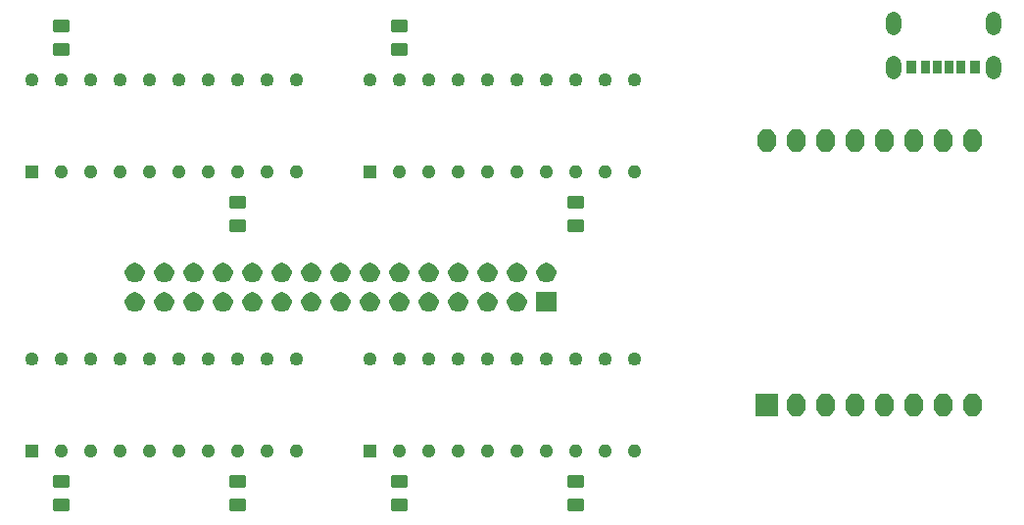
<source format=gts>
G04 #@! TF.GenerationSoftware,KiCad,Pcbnew,(5.1.5)-3*
G04 #@! TF.CreationDate,2021-05-12T20:45:08+02:00*
G04 #@! TF.ProjectId,thermochromic clock resistors driver,74686572-6d6f-4636-9872-6f6d69632063,1*
G04 #@! TF.SameCoordinates,Original*
G04 #@! TF.FileFunction,Soldermask,Top*
G04 #@! TF.FilePolarity,Negative*
%FSLAX46Y46*%
G04 Gerber Fmt 4.6, Leading zero omitted, Abs format (unit mm)*
G04 Created by KiCad (PCBNEW (5.1.5)-3) date 2021-05-12 20:45:08*
%MOMM*%
%LPD*%
G04 APERTURE LIST*
%ADD10C,0.010000*%
%ADD11C,0.152400*%
G04 APERTURE END LIST*
D10*
G36*
X210060000Y-73660000D02*
G01*
X210060000Y-73650000D01*
X209460000Y-73650000D01*
X209460000Y-73310000D01*
X209460822Y-73278598D01*
X209463287Y-73247283D01*
X209467387Y-73216139D01*
X209473111Y-73185253D01*
X209480445Y-73154709D01*
X209489366Y-73124590D01*
X209499852Y-73094979D01*
X209511873Y-73065958D01*
X209525396Y-73037606D01*
X209540385Y-73010000D01*
X209556798Y-72983217D01*
X209574590Y-72957329D01*
X209593712Y-72932408D01*
X209614113Y-72908522D01*
X209635736Y-72885736D01*
X209658522Y-72864113D01*
X209682408Y-72843712D01*
X209707329Y-72824590D01*
X209733217Y-72806798D01*
X209760000Y-72790385D01*
X209787606Y-72775396D01*
X209815958Y-72761873D01*
X209844979Y-72749852D01*
X209874590Y-72739366D01*
X209904709Y-72730445D01*
X209935253Y-72723111D01*
X209966139Y-72717387D01*
X209997283Y-72713287D01*
X210028598Y-72710822D01*
X210060000Y-72710000D01*
X210091402Y-72710822D01*
X210122717Y-72713287D01*
X210153861Y-72717387D01*
X210184747Y-72723111D01*
X210215291Y-72730445D01*
X210245410Y-72739366D01*
X210275021Y-72749852D01*
X210304042Y-72761873D01*
X210332394Y-72775396D01*
X210360000Y-72790385D01*
X210386783Y-72806798D01*
X210412671Y-72824590D01*
X210437592Y-72843712D01*
X210461478Y-72864113D01*
X210484264Y-72885736D01*
X210505887Y-72908522D01*
X210526288Y-72932408D01*
X210545410Y-72957329D01*
X210563202Y-72983217D01*
X210579615Y-73010000D01*
X210594604Y-73037606D01*
X210608127Y-73065958D01*
X210620148Y-73094979D01*
X210630634Y-73124590D01*
X210639555Y-73154709D01*
X210646889Y-73185253D01*
X210652613Y-73216139D01*
X210656713Y-73247283D01*
X210659178Y-73278598D01*
X210660000Y-73310000D01*
X210660000Y-74010000D01*
X210659178Y-74041402D01*
X210656713Y-74072717D01*
X210652613Y-74103861D01*
X210646889Y-74134747D01*
X210639555Y-74165291D01*
X210630634Y-74195410D01*
X210620148Y-74225021D01*
X210608127Y-74254042D01*
X210594604Y-74282394D01*
X210579615Y-74310000D01*
X210563202Y-74336783D01*
X210545410Y-74362671D01*
X210526288Y-74387592D01*
X210505887Y-74411478D01*
X210484264Y-74434264D01*
X210461478Y-74455887D01*
X210437592Y-74476288D01*
X210412671Y-74495410D01*
X210386783Y-74513202D01*
X210360000Y-74529615D01*
X210332394Y-74544604D01*
X210304042Y-74558127D01*
X210275021Y-74570148D01*
X210245410Y-74580634D01*
X210215291Y-74589555D01*
X210184747Y-74596889D01*
X210153861Y-74602613D01*
X210122717Y-74606713D01*
X210091402Y-74609178D01*
X210060000Y-74610000D01*
X210028598Y-74609178D01*
X209997283Y-74606713D01*
X209966139Y-74602613D01*
X209935253Y-74596889D01*
X209904709Y-74589555D01*
X209874590Y-74580634D01*
X209844979Y-74570148D01*
X209815958Y-74558127D01*
X209787606Y-74544604D01*
X209760000Y-74529615D01*
X209733217Y-74513202D01*
X209707329Y-74495410D01*
X209682408Y-74476288D01*
X209658522Y-74455887D01*
X209635736Y-74434264D01*
X209614113Y-74411478D01*
X209593712Y-74387592D01*
X209574590Y-74362671D01*
X209556798Y-74336783D01*
X209540385Y-74310000D01*
X209525396Y-74282394D01*
X209511873Y-74254042D01*
X209499852Y-74225021D01*
X209489366Y-74195410D01*
X209480445Y-74165291D01*
X209473111Y-74134747D01*
X209467387Y-74103861D01*
X209463287Y-74072717D01*
X209460822Y-74041402D01*
X209460000Y-74010000D01*
X209460000Y-73660000D01*
X210060000Y-73660000D01*
G37*
X210060000Y-73660000D02*
X210060000Y-73650000D01*
X209460000Y-73650000D01*
X209460000Y-73310000D01*
X209460822Y-73278598D01*
X209463287Y-73247283D01*
X209467387Y-73216139D01*
X209473111Y-73185253D01*
X209480445Y-73154709D01*
X209489366Y-73124590D01*
X209499852Y-73094979D01*
X209511873Y-73065958D01*
X209525396Y-73037606D01*
X209540385Y-73010000D01*
X209556798Y-72983217D01*
X209574590Y-72957329D01*
X209593712Y-72932408D01*
X209614113Y-72908522D01*
X209635736Y-72885736D01*
X209658522Y-72864113D01*
X209682408Y-72843712D01*
X209707329Y-72824590D01*
X209733217Y-72806798D01*
X209760000Y-72790385D01*
X209787606Y-72775396D01*
X209815958Y-72761873D01*
X209844979Y-72749852D01*
X209874590Y-72739366D01*
X209904709Y-72730445D01*
X209935253Y-72723111D01*
X209966139Y-72717387D01*
X209997283Y-72713287D01*
X210028598Y-72710822D01*
X210060000Y-72710000D01*
X210091402Y-72710822D01*
X210122717Y-72713287D01*
X210153861Y-72717387D01*
X210184747Y-72723111D01*
X210215291Y-72730445D01*
X210245410Y-72739366D01*
X210275021Y-72749852D01*
X210304042Y-72761873D01*
X210332394Y-72775396D01*
X210360000Y-72790385D01*
X210386783Y-72806798D01*
X210412671Y-72824590D01*
X210437592Y-72843712D01*
X210461478Y-72864113D01*
X210484264Y-72885736D01*
X210505887Y-72908522D01*
X210526288Y-72932408D01*
X210545410Y-72957329D01*
X210563202Y-72983217D01*
X210579615Y-73010000D01*
X210594604Y-73037606D01*
X210608127Y-73065958D01*
X210620148Y-73094979D01*
X210630634Y-73124590D01*
X210639555Y-73154709D01*
X210646889Y-73185253D01*
X210652613Y-73216139D01*
X210656713Y-73247283D01*
X210659178Y-73278598D01*
X210660000Y-73310000D01*
X210660000Y-74010000D01*
X210659178Y-74041402D01*
X210656713Y-74072717D01*
X210652613Y-74103861D01*
X210646889Y-74134747D01*
X210639555Y-74165291D01*
X210630634Y-74195410D01*
X210620148Y-74225021D01*
X210608127Y-74254042D01*
X210594604Y-74282394D01*
X210579615Y-74310000D01*
X210563202Y-74336783D01*
X210545410Y-74362671D01*
X210526288Y-74387592D01*
X210505887Y-74411478D01*
X210484264Y-74434264D01*
X210461478Y-74455887D01*
X210437592Y-74476288D01*
X210412671Y-74495410D01*
X210386783Y-74513202D01*
X210360000Y-74529615D01*
X210332394Y-74544604D01*
X210304042Y-74558127D01*
X210275021Y-74570148D01*
X210245410Y-74580634D01*
X210215291Y-74589555D01*
X210184747Y-74596889D01*
X210153861Y-74602613D01*
X210122717Y-74606713D01*
X210091402Y-74609178D01*
X210060000Y-74610000D01*
X210028598Y-74609178D01*
X209997283Y-74606713D01*
X209966139Y-74602613D01*
X209935253Y-74596889D01*
X209904709Y-74589555D01*
X209874590Y-74580634D01*
X209844979Y-74570148D01*
X209815958Y-74558127D01*
X209787606Y-74544604D01*
X209760000Y-74529615D01*
X209733217Y-74513202D01*
X209707329Y-74495410D01*
X209682408Y-74476288D01*
X209658522Y-74455887D01*
X209635736Y-74434264D01*
X209614113Y-74411478D01*
X209593712Y-74387592D01*
X209574590Y-74362671D01*
X209556798Y-74336783D01*
X209540385Y-74310000D01*
X209525396Y-74282394D01*
X209511873Y-74254042D01*
X209499852Y-74225021D01*
X209489366Y-74195410D01*
X209480445Y-74165291D01*
X209473111Y-74134747D01*
X209467387Y-74103861D01*
X209463287Y-74072717D01*
X209460822Y-74041402D01*
X209460000Y-74010000D01*
X209460000Y-73660000D01*
X210060000Y-73660000D01*
G36*
X201420000Y-73660000D02*
G01*
X201420000Y-73650000D01*
X200820000Y-73650000D01*
X200820000Y-73310000D01*
X200820822Y-73278598D01*
X200823287Y-73247283D01*
X200827387Y-73216139D01*
X200833111Y-73185253D01*
X200840445Y-73154709D01*
X200849366Y-73124590D01*
X200859852Y-73094979D01*
X200871873Y-73065958D01*
X200885396Y-73037606D01*
X200900385Y-73010000D01*
X200916798Y-72983217D01*
X200934590Y-72957329D01*
X200953712Y-72932408D01*
X200974113Y-72908522D01*
X200995736Y-72885736D01*
X201018522Y-72864113D01*
X201042408Y-72843712D01*
X201067329Y-72824590D01*
X201093217Y-72806798D01*
X201120000Y-72790385D01*
X201147606Y-72775396D01*
X201175958Y-72761873D01*
X201204979Y-72749852D01*
X201234590Y-72739366D01*
X201264709Y-72730445D01*
X201295253Y-72723111D01*
X201326139Y-72717387D01*
X201357283Y-72713287D01*
X201388598Y-72710822D01*
X201420000Y-72710000D01*
X201451402Y-72710822D01*
X201482717Y-72713287D01*
X201513861Y-72717387D01*
X201544747Y-72723111D01*
X201575291Y-72730445D01*
X201605410Y-72739366D01*
X201635021Y-72749852D01*
X201664042Y-72761873D01*
X201692394Y-72775396D01*
X201720000Y-72790385D01*
X201746783Y-72806798D01*
X201772671Y-72824590D01*
X201797592Y-72843712D01*
X201821478Y-72864113D01*
X201844264Y-72885736D01*
X201865887Y-72908522D01*
X201886288Y-72932408D01*
X201905410Y-72957329D01*
X201923202Y-72983217D01*
X201939615Y-73010000D01*
X201954604Y-73037606D01*
X201968127Y-73065958D01*
X201980148Y-73094979D01*
X201990634Y-73124590D01*
X201999555Y-73154709D01*
X202006889Y-73185253D01*
X202012613Y-73216139D01*
X202016713Y-73247283D01*
X202019178Y-73278598D01*
X202020000Y-73310000D01*
X202020000Y-74010000D01*
X202019178Y-74041402D01*
X202016713Y-74072717D01*
X202012613Y-74103861D01*
X202006889Y-74134747D01*
X201999555Y-74165291D01*
X201990634Y-74195410D01*
X201980148Y-74225021D01*
X201968127Y-74254042D01*
X201954604Y-74282394D01*
X201939615Y-74310000D01*
X201923202Y-74336783D01*
X201905410Y-74362671D01*
X201886288Y-74387592D01*
X201865887Y-74411478D01*
X201844264Y-74434264D01*
X201821478Y-74455887D01*
X201797592Y-74476288D01*
X201772671Y-74495410D01*
X201746783Y-74513202D01*
X201720000Y-74529615D01*
X201692394Y-74544604D01*
X201664042Y-74558127D01*
X201635021Y-74570148D01*
X201605410Y-74580634D01*
X201575291Y-74589555D01*
X201544747Y-74596889D01*
X201513861Y-74602613D01*
X201482717Y-74606713D01*
X201451402Y-74609178D01*
X201420000Y-74610000D01*
X201388598Y-74609178D01*
X201357283Y-74606713D01*
X201326139Y-74602613D01*
X201295253Y-74596889D01*
X201264709Y-74589555D01*
X201234590Y-74580634D01*
X201204979Y-74570148D01*
X201175958Y-74558127D01*
X201147606Y-74544604D01*
X201120000Y-74529615D01*
X201093217Y-74513202D01*
X201067329Y-74495410D01*
X201042408Y-74476288D01*
X201018522Y-74455887D01*
X200995736Y-74434264D01*
X200974113Y-74411478D01*
X200953712Y-74387592D01*
X200934590Y-74362671D01*
X200916798Y-74336783D01*
X200900385Y-74310000D01*
X200885396Y-74282394D01*
X200871873Y-74254042D01*
X200859852Y-74225021D01*
X200849366Y-74195410D01*
X200840445Y-74165291D01*
X200833111Y-74134747D01*
X200827387Y-74103861D01*
X200823287Y-74072717D01*
X200820822Y-74041402D01*
X200820000Y-74010000D01*
X200820000Y-73660000D01*
X201420000Y-73660000D01*
G37*
X201420000Y-73660000D02*
X201420000Y-73650000D01*
X200820000Y-73650000D01*
X200820000Y-73310000D01*
X200820822Y-73278598D01*
X200823287Y-73247283D01*
X200827387Y-73216139D01*
X200833111Y-73185253D01*
X200840445Y-73154709D01*
X200849366Y-73124590D01*
X200859852Y-73094979D01*
X200871873Y-73065958D01*
X200885396Y-73037606D01*
X200900385Y-73010000D01*
X200916798Y-72983217D01*
X200934590Y-72957329D01*
X200953712Y-72932408D01*
X200974113Y-72908522D01*
X200995736Y-72885736D01*
X201018522Y-72864113D01*
X201042408Y-72843712D01*
X201067329Y-72824590D01*
X201093217Y-72806798D01*
X201120000Y-72790385D01*
X201147606Y-72775396D01*
X201175958Y-72761873D01*
X201204979Y-72749852D01*
X201234590Y-72739366D01*
X201264709Y-72730445D01*
X201295253Y-72723111D01*
X201326139Y-72717387D01*
X201357283Y-72713287D01*
X201388598Y-72710822D01*
X201420000Y-72710000D01*
X201451402Y-72710822D01*
X201482717Y-72713287D01*
X201513861Y-72717387D01*
X201544747Y-72723111D01*
X201575291Y-72730445D01*
X201605410Y-72739366D01*
X201635021Y-72749852D01*
X201664042Y-72761873D01*
X201692394Y-72775396D01*
X201720000Y-72790385D01*
X201746783Y-72806798D01*
X201772671Y-72824590D01*
X201797592Y-72843712D01*
X201821478Y-72864113D01*
X201844264Y-72885736D01*
X201865887Y-72908522D01*
X201886288Y-72932408D01*
X201905410Y-72957329D01*
X201923202Y-72983217D01*
X201939615Y-73010000D01*
X201954604Y-73037606D01*
X201968127Y-73065958D01*
X201980148Y-73094979D01*
X201990634Y-73124590D01*
X201999555Y-73154709D01*
X202006889Y-73185253D01*
X202012613Y-73216139D01*
X202016713Y-73247283D01*
X202019178Y-73278598D01*
X202020000Y-73310000D01*
X202020000Y-74010000D01*
X202019178Y-74041402D01*
X202016713Y-74072717D01*
X202012613Y-74103861D01*
X202006889Y-74134747D01*
X201999555Y-74165291D01*
X201990634Y-74195410D01*
X201980148Y-74225021D01*
X201968127Y-74254042D01*
X201954604Y-74282394D01*
X201939615Y-74310000D01*
X201923202Y-74336783D01*
X201905410Y-74362671D01*
X201886288Y-74387592D01*
X201865887Y-74411478D01*
X201844264Y-74434264D01*
X201821478Y-74455887D01*
X201797592Y-74476288D01*
X201772671Y-74495410D01*
X201746783Y-74513202D01*
X201720000Y-74529615D01*
X201692394Y-74544604D01*
X201664042Y-74558127D01*
X201635021Y-74570148D01*
X201605410Y-74580634D01*
X201575291Y-74589555D01*
X201544747Y-74596889D01*
X201513861Y-74602613D01*
X201482717Y-74606713D01*
X201451402Y-74609178D01*
X201420000Y-74610000D01*
X201388598Y-74609178D01*
X201357283Y-74606713D01*
X201326139Y-74602613D01*
X201295253Y-74596889D01*
X201264709Y-74589555D01*
X201234590Y-74580634D01*
X201204979Y-74570148D01*
X201175958Y-74558127D01*
X201147606Y-74544604D01*
X201120000Y-74529615D01*
X201093217Y-74513202D01*
X201067329Y-74495410D01*
X201042408Y-74476288D01*
X201018522Y-74455887D01*
X200995736Y-74434264D01*
X200974113Y-74411478D01*
X200953712Y-74387592D01*
X200934590Y-74362671D01*
X200916798Y-74336783D01*
X200900385Y-74310000D01*
X200885396Y-74282394D01*
X200871873Y-74254042D01*
X200859852Y-74225021D01*
X200849366Y-74195410D01*
X200840445Y-74165291D01*
X200833111Y-74134747D01*
X200827387Y-74103861D01*
X200823287Y-74072717D01*
X200820822Y-74041402D01*
X200820000Y-74010000D01*
X200820000Y-73660000D01*
X201420000Y-73660000D01*
G36*
X210060000Y-69860000D02*
G01*
X210060000Y-69850000D01*
X209460000Y-69850000D01*
X209460000Y-69510000D01*
X209460822Y-69478598D01*
X209463287Y-69447283D01*
X209467387Y-69416139D01*
X209473111Y-69385253D01*
X209480445Y-69354709D01*
X209489366Y-69324590D01*
X209499852Y-69294979D01*
X209511873Y-69265958D01*
X209525396Y-69237606D01*
X209540385Y-69210000D01*
X209556798Y-69183217D01*
X209574590Y-69157329D01*
X209593712Y-69132408D01*
X209614113Y-69108522D01*
X209635736Y-69085736D01*
X209658522Y-69064113D01*
X209682408Y-69043712D01*
X209707329Y-69024590D01*
X209733217Y-69006798D01*
X209760000Y-68990385D01*
X209787606Y-68975396D01*
X209815958Y-68961873D01*
X209844979Y-68949852D01*
X209874590Y-68939366D01*
X209904709Y-68930445D01*
X209935253Y-68923111D01*
X209966139Y-68917387D01*
X209997283Y-68913287D01*
X210028598Y-68910822D01*
X210060000Y-68910000D01*
X210091402Y-68910822D01*
X210122717Y-68913287D01*
X210153861Y-68917387D01*
X210184747Y-68923111D01*
X210215291Y-68930445D01*
X210245410Y-68939366D01*
X210275021Y-68949852D01*
X210304042Y-68961873D01*
X210332394Y-68975396D01*
X210360000Y-68990385D01*
X210386783Y-69006798D01*
X210412671Y-69024590D01*
X210437592Y-69043712D01*
X210461478Y-69064113D01*
X210484264Y-69085736D01*
X210505887Y-69108522D01*
X210526288Y-69132408D01*
X210545410Y-69157329D01*
X210563202Y-69183217D01*
X210579615Y-69210000D01*
X210594604Y-69237606D01*
X210608127Y-69265958D01*
X210620148Y-69294979D01*
X210630634Y-69324590D01*
X210639555Y-69354709D01*
X210646889Y-69385253D01*
X210652613Y-69416139D01*
X210656713Y-69447283D01*
X210659178Y-69478598D01*
X210660000Y-69510000D01*
X210660000Y-70210000D01*
X210659178Y-70241402D01*
X210656713Y-70272717D01*
X210652613Y-70303861D01*
X210646889Y-70334747D01*
X210639555Y-70365291D01*
X210630634Y-70395410D01*
X210620148Y-70425021D01*
X210608127Y-70454042D01*
X210594604Y-70482394D01*
X210579615Y-70510000D01*
X210563202Y-70536783D01*
X210545410Y-70562671D01*
X210526288Y-70587592D01*
X210505887Y-70611478D01*
X210484264Y-70634264D01*
X210461478Y-70655887D01*
X210437592Y-70676288D01*
X210412671Y-70695410D01*
X210386783Y-70713202D01*
X210360000Y-70729615D01*
X210332394Y-70744604D01*
X210304042Y-70758127D01*
X210275021Y-70770148D01*
X210245410Y-70780634D01*
X210215291Y-70789555D01*
X210184747Y-70796889D01*
X210153861Y-70802613D01*
X210122717Y-70806713D01*
X210091402Y-70809178D01*
X210060000Y-70810000D01*
X210028598Y-70809178D01*
X209997283Y-70806713D01*
X209966139Y-70802613D01*
X209935253Y-70796889D01*
X209904709Y-70789555D01*
X209874590Y-70780634D01*
X209844979Y-70770148D01*
X209815958Y-70758127D01*
X209787606Y-70744604D01*
X209760000Y-70729615D01*
X209733217Y-70713202D01*
X209707329Y-70695410D01*
X209682408Y-70676288D01*
X209658522Y-70655887D01*
X209635736Y-70634264D01*
X209614113Y-70611478D01*
X209593712Y-70587592D01*
X209574590Y-70562671D01*
X209556798Y-70536783D01*
X209540385Y-70510000D01*
X209525396Y-70482394D01*
X209511873Y-70454042D01*
X209499852Y-70425021D01*
X209489366Y-70395410D01*
X209480445Y-70365291D01*
X209473111Y-70334747D01*
X209467387Y-70303861D01*
X209463287Y-70272717D01*
X209460822Y-70241402D01*
X209460000Y-70210000D01*
X209460000Y-69860000D01*
X210060000Y-69860000D01*
G37*
X210060000Y-69860000D02*
X210060000Y-69850000D01*
X209460000Y-69850000D01*
X209460000Y-69510000D01*
X209460822Y-69478598D01*
X209463287Y-69447283D01*
X209467387Y-69416139D01*
X209473111Y-69385253D01*
X209480445Y-69354709D01*
X209489366Y-69324590D01*
X209499852Y-69294979D01*
X209511873Y-69265958D01*
X209525396Y-69237606D01*
X209540385Y-69210000D01*
X209556798Y-69183217D01*
X209574590Y-69157329D01*
X209593712Y-69132408D01*
X209614113Y-69108522D01*
X209635736Y-69085736D01*
X209658522Y-69064113D01*
X209682408Y-69043712D01*
X209707329Y-69024590D01*
X209733217Y-69006798D01*
X209760000Y-68990385D01*
X209787606Y-68975396D01*
X209815958Y-68961873D01*
X209844979Y-68949852D01*
X209874590Y-68939366D01*
X209904709Y-68930445D01*
X209935253Y-68923111D01*
X209966139Y-68917387D01*
X209997283Y-68913287D01*
X210028598Y-68910822D01*
X210060000Y-68910000D01*
X210091402Y-68910822D01*
X210122717Y-68913287D01*
X210153861Y-68917387D01*
X210184747Y-68923111D01*
X210215291Y-68930445D01*
X210245410Y-68939366D01*
X210275021Y-68949852D01*
X210304042Y-68961873D01*
X210332394Y-68975396D01*
X210360000Y-68990385D01*
X210386783Y-69006798D01*
X210412671Y-69024590D01*
X210437592Y-69043712D01*
X210461478Y-69064113D01*
X210484264Y-69085736D01*
X210505887Y-69108522D01*
X210526288Y-69132408D01*
X210545410Y-69157329D01*
X210563202Y-69183217D01*
X210579615Y-69210000D01*
X210594604Y-69237606D01*
X210608127Y-69265958D01*
X210620148Y-69294979D01*
X210630634Y-69324590D01*
X210639555Y-69354709D01*
X210646889Y-69385253D01*
X210652613Y-69416139D01*
X210656713Y-69447283D01*
X210659178Y-69478598D01*
X210660000Y-69510000D01*
X210660000Y-70210000D01*
X210659178Y-70241402D01*
X210656713Y-70272717D01*
X210652613Y-70303861D01*
X210646889Y-70334747D01*
X210639555Y-70365291D01*
X210630634Y-70395410D01*
X210620148Y-70425021D01*
X210608127Y-70454042D01*
X210594604Y-70482394D01*
X210579615Y-70510000D01*
X210563202Y-70536783D01*
X210545410Y-70562671D01*
X210526288Y-70587592D01*
X210505887Y-70611478D01*
X210484264Y-70634264D01*
X210461478Y-70655887D01*
X210437592Y-70676288D01*
X210412671Y-70695410D01*
X210386783Y-70713202D01*
X210360000Y-70729615D01*
X210332394Y-70744604D01*
X210304042Y-70758127D01*
X210275021Y-70770148D01*
X210245410Y-70780634D01*
X210215291Y-70789555D01*
X210184747Y-70796889D01*
X210153861Y-70802613D01*
X210122717Y-70806713D01*
X210091402Y-70809178D01*
X210060000Y-70810000D01*
X210028598Y-70809178D01*
X209997283Y-70806713D01*
X209966139Y-70802613D01*
X209935253Y-70796889D01*
X209904709Y-70789555D01*
X209874590Y-70780634D01*
X209844979Y-70770148D01*
X209815958Y-70758127D01*
X209787606Y-70744604D01*
X209760000Y-70729615D01*
X209733217Y-70713202D01*
X209707329Y-70695410D01*
X209682408Y-70676288D01*
X209658522Y-70655887D01*
X209635736Y-70634264D01*
X209614113Y-70611478D01*
X209593712Y-70587592D01*
X209574590Y-70562671D01*
X209556798Y-70536783D01*
X209540385Y-70510000D01*
X209525396Y-70482394D01*
X209511873Y-70454042D01*
X209499852Y-70425021D01*
X209489366Y-70395410D01*
X209480445Y-70365291D01*
X209473111Y-70334747D01*
X209467387Y-70303861D01*
X209463287Y-70272717D01*
X209460822Y-70241402D01*
X209460000Y-70210000D01*
X209460000Y-69860000D01*
X210060000Y-69860000D01*
G36*
X201420000Y-69860000D02*
G01*
X201420000Y-69850000D01*
X200820000Y-69850000D01*
X200820000Y-69510000D01*
X200820822Y-69478598D01*
X200823287Y-69447283D01*
X200827387Y-69416139D01*
X200833111Y-69385253D01*
X200840445Y-69354709D01*
X200849366Y-69324590D01*
X200859852Y-69294979D01*
X200871873Y-69265958D01*
X200885396Y-69237606D01*
X200900385Y-69210000D01*
X200916798Y-69183217D01*
X200934590Y-69157329D01*
X200953712Y-69132408D01*
X200974113Y-69108522D01*
X200995736Y-69085736D01*
X201018522Y-69064113D01*
X201042408Y-69043712D01*
X201067329Y-69024590D01*
X201093217Y-69006798D01*
X201120000Y-68990385D01*
X201147606Y-68975396D01*
X201175958Y-68961873D01*
X201204979Y-68949852D01*
X201234590Y-68939366D01*
X201264709Y-68930445D01*
X201295253Y-68923111D01*
X201326139Y-68917387D01*
X201357283Y-68913287D01*
X201388598Y-68910822D01*
X201420000Y-68910000D01*
X201451402Y-68910822D01*
X201482717Y-68913287D01*
X201513861Y-68917387D01*
X201544747Y-68923111D01*
X201575291Y-68930445D01*
X201605410Y-68939366D01*
X201635021Y-68949852D01*
X201664042Y-68961873D01*
X201692394Y-68975396D01*
X201720000Y-68990385D01*
X201746783Y-69006798D01*
X201772671Y-69024590D01*
X201797592Y-69043712D01*
X201821478Y-69064113D01*
X201844264Y-69085736D01*
X201865887Y-69108522D01*
X201886288Y-69132408D01*
X201905410Y-69157329D01*
X201923202Y-69183217D01*
X201939615Y-69210000D01*
X201954604Y-69237606D01*
X201968127Y-69265958D01*
X201980148Y-69294979D01*
X201990634Y-69324590D01*
X201999555Y-69354709D01*
X202006889Y-69385253D01*
X202012613Y-69416139D01*
X202016713Y-69447283D01*
X202019178Y-69478598D01*
X202020000Y-69510000D01*
X202020000Y-70210000D01*
X202019178Y-70241402D01*
X202016713Y-70272717D01*
X202012613Y-70303861D01*
X202006889Y-70334747D01*
X201999555Y-70365291D01*
X201990634Y-70395410D01*
X201980148Y-70425021D01*
X201968127Y-70454042D01*
X201954604Y-70482394D01*
X201939615Y-70510000D01*
X201923202Y-70536783D01*
X201905410Y-70562671D01*
X201886288Y-70587592D01*
X201865887Y-70611478D01*
X201844264Y-70634264D01*
X201821478Y-70655887D01*
X201797592Y-70676288D01*
X201772671Y-70695410D01*
X201746783Y-70713202D01*
X201720000Y-70729615D01*
X201692394Y-70744604D01*
X201664042Y-70758127D01*
X201635021Y-70770148D01*
X201605410Y-70780634D01*
X201575291Y-70789555D01*
X201544747Y-70796889D01*
X201513861Y-70802613D01*
X201482717Y-70806713D01*
X201451402Y-70809178D01*
X201420000Y-70810000D01*
X201388598Y-70809178D01*
X201357283Y-70806713D01*
X201326139Y-70802613D01*
X201295253Y-70796889D01*
X201264709Y-70789555D01*
X201234590Y-70780634D01*
X201204979Y-70770148D01*
X201175958Y-70758127D01*
X201147606Y-70744604D01*
X201120000Y-70729615D01*
X201093217Y-70713202D01*
X201067329Y-70695410D01*
X201042408Y-70676288D01*
X201018522Y-70655887D01*
X200995736Y-70634264D01*
X200974113Y-70611478D01*
X200953712Y-70587592D01*
X200934590Y-70562671D01*
X200916798Y-70536783D01*
X200900385Y-70510000D01*
X200885396Y-70482394D01*
X200871873Y-70454042D01*
X200859852Y-70425021D01*
X200849366Y-70395410D01*
X200840445Y-70365291D01*
X200833111Y-70334747D01*
X200827387Y-70303861D01*
X200823287Y-70272717D01*
X200820822Y-70241402D01*
X200820000Y-70210000D01*
X200820000Y-69860000D01*
X201420000Y-69860000D01*
G37*
X201420000Y-69860000D02*
X201420000Y-69850000D01*
X200820000Y-69850000D01*
X200820000Y-69510000D01*
X200820822Y-69478598D01*
X200823287Y-69447283D01*
X200827387Y-69416139D01*
X200833111Y-69385253D01*
X200840445Y-69354709D01*
X200849366Y-69324590D01*
X200859852Y-69294979D01*
X200871873Y-69265958D01*
X200885396Y-69237606D01*
X200900385Y-69210000D01*
X200916798Y-69183217D01*
X200934590Y-69157329D01*
X200953712Y-69132408D01*
X200974113Y-69108522D01*
X200995736Y-69085736D01*
X201018522Y-69064113D01*
X201042408Y-69043712D01*
X201067329Y-69024590D01*
X201093217Y-69006798D01*
X201120000Y-68990385D01*
X201147606Y-68975396D01*
X201175958Y-68961873D01*
X201204979Y-68949852D01*
X201234590Y-68939366D01*
X201264709Y-68930445D01*
X201295253Y-68923111D01*
X201326139Y-68917387D01*
X201357283Y-68913287D01*
X201388598Y-68910822D01*
X201420000Y-68910000D01*
X201451402Y-68910822D01*
X201482717Y-68913287D01*
X201513861Y-68917387D01*
X201544747Y-68923111D01*
X201575291Y-68930445D01*
X201605410Y-68939366D01*
X201635021Y-68949852D01*
X201664042Y-68961873D01*
X201692394Y-68975396D01*
X201720000Y-68990385D01*
X201746783Y-69006798D01*
X201772671Y-69024590D01*
X201797592Y-69043712D01*
X201821478Y-69064113D01*
X201844264Y-69085736D01*
X201865887Y-69108522D01*
X201886288Y-69132408D01*
X201905410Y-69157329D01*
X201923202Y-69183217D01*
X201939615Y-69210000D01*
X201954604Y-69237606D01*
X201968127Y-69265958D01*
X201980148Y-69294979D01*
X201990634Y-69324590D01*
X201999555Y-69354709D01*
X202006889Y-69385253D01*
X202012613Y-69416139D01*
X202016713Y-69447283D01*
X202019178Y-69478598D01*
X202020000Y-69510000D01*
X202020000Y-70210000D01*
X202019178Y-70241402D01*
X202016713Y-70272717D01*
X202012613Y-70303861D01*
X202006889Y-70334747D01*
X201999555Y-70365291D01*
X201990634Y-70395410D01*
X201980148Y-70425021D01*
X201968127Y-70454042D01*
X201954604Y-70482394D01*
X201939615Y-70510000D01*
X201923202Y-70536783D01*
X201905410Y-70562671D01*
X201886288Y-70587592D01*
X201865887Y-70611478D01*
X201844264Y-70634264D01*
X201821478Y-70655887D01*
X201797592Y-70676288D01*
X201772671Y-70695410D01*
X201746783Y-70713202D01*
X201720000Y-70729615D01*
X201692394Y-70744604D01*
X201664042Y-70758127D01*
X201635021Y-70770148D01*
X201605410Y-70780634D01*
X201575291Y-70789555D01*
X201544747Y-70796889D01*
X201513861Y-70802613D01*
X201482717Y-70806713D01*
X201451402Y-70809178D01*
X201420000Y-70810000D01*
X201388598Y-70809178D01*
X201357283Y-70806713D01*
X201326139Y-70802613D01*
X201295253Y-70796889D01*
X201264709Y-70789555D01*
X201234590Y-70780634D01*
X201204979Y-70770148D01*
X201175958Y-70758127D01*
X201147606Y-70744604D01*
X201120000Y-70729615D01*
X201093217Y-70713202D01*
X201067329Y-70695410D01*
X201042408Y-70676288D01*
X201018522Y-70655887D01*
X200995736Y-70634264D01*
X200974113Y-70611478D01*
X200953712Y-70587592D01*
X200934590Y-70562671D01*
X200916798Y-70536783D01*
X200900385Y-70510000D01*
X200885396Y-70482394D01*
X200871873Y-70454042D01*
X200859852Y-70425021D01*
X200849366Y-70395410D01*
X200840445Y-70365291D01*
X200833111Y-70334747D01*
X200827387Y-70303861D01*
X200823287Y-70272717D01*
X200820822Y-70241402D01*
X200820000Y-70210000D01*
X200820000Y-69860000D01*
X201420000Y-69860000D01*
D11*
G36*
X145301471Y-110944497D02*
G01*
X145343026Y-110957103D01*
X145381317Y-110977569D01*
X145414883Y-111005117D01*
X145442431Y-111038683D01*
X145462897Y-111076974D01*
X145475503Y-111118529D01*
X145480000Y-111164192D01*
X145480000Y-111865808D01*
X145475503Y-111911471D01*
X145462897Y-111953026D01*
X145442431Y-111991317D01*
X145414883Y-112024883D01*
X145381317Y-112052431D01*
X145343026Y-112072897D01*
X145301471Y-112085503D01*
X145255808Y-112090000D01*
X144304192Y-112090000D01*
X144258529Y-112085503D01*
X144216974Y-112072897D01*
X144178683Y-112052431D01*
X144145117Y-112024883D01*
X144117569Y-111991317D01*
X144097103Y-111953026D01*
X144084497Y-111911471D01*
X144080000Y-111865808D01*
X144080000Y-111164192D01*
X144084497Y-111118529D01*
X144097103Y-111076974D01*
X144117569Y-111038683D01*
X144145117Y-111005117D01*
X144178683Y-110977569D01*
X144216974Y-110957103D01*
X144258529Y-110944497D01*
X144304192Y-110940000D01*
X145255808Y-110940000D01*
X145301471Y-110944497D01*
G37*
G36*
X130061471Y-110944497D02*
G01*
X130103026Y-110957103D01*
X130141317Y-110977569D01*
X130174883Y-111005117D01*
X130202431Y-111038683D01*
X130222897Y-111076974D01*
X130235503Y-111118529D01*
X130240000Y-111164192D01*
X130240000Y-111865808D01*
X130235503Y-111911471D01*
X130222897Y-111953026D01*
X130202431Y-111991317D01*
X130174883Y-112024883D01*
X130141317Y-112052431D01*
X130103026Y-112072897D01*
X130061471Y-112085503D01*
X130015808Y-112090000D01*
X129064192Y-112090000D01*
X129018529Y-112085503D01*
X128976974Y-112072897D01*
X128938683Y-112052431D01*
X128905117Y-112024883D01*
X128877569Y-111991317D01*
X128857103Y-111953026D01*
X128844497Y-111911471D01*
X128840000Y-111865808D01*
X128840000Y-111164192D01*
X128844497Y-111118529D01*
X128857103Y-111076974D01*
X128877569Y-111038683D01*
X128905117Y-111005117D01*
X128938683Y-110977569D01*
X128976974Y-110957103D01*
X129018529Y-110944497D01*
X129064192Y-110940000D01*
X130015808Y-110940000D01*
X130061471Y-110944497D01*
G37*
G36*
X174511471Y-110944497D02*
G01*
X174553026Y-110957103D01*
X174591317Y-110977569D01*
X174624883Y-111005117D01*
X174652431Y-111038683D01*
X174672897Y-111076974D01*
X174685503Y-111118529D01*
X174690000Y-111164192D01*
X174690000Y-111865808D01*
X174685503Y-111911471D01*
X174672897Y-111953026D01*
X174652431Y-111991317D01*
X174624883Y-112024883D01*
X174591317Y-112052431D01*
X174553026Y-112072897D01*
X174511471Y-112085503D01*
X174465808Y-112090000D01*
X173514192Y-112090000D01*
X173468529Y-112085503D01*
X173426974Y-112072897D01*
X173388683Y-112052431D01*
X173355117Y-112024883D01*
X173327569Y-111991317D01*
X173307103Y-111953026D01*
X173294497Y-111911471D01*
X173290000Y-111865808D01*
X173290000Y-111164192D01*
X173294497Y-111118529D01*
X173307103Y-111076974D01*
X173327569Y-111038683D01*
X173355117Y-111005117D01*
X173388683Y-110977569D01*
X173426974Y-110957103D01*
X173468529Y-110944497D01*
X173514192Y-110940000D01*
X174465808Y-110940000D01*
X174511471Y-110944497D01*
G37*
G36*
X159271471Y-110944497D02*
G01*
X159313026Y-110957103D01*
X159351317Y-110977569D01*
X159384883Y-111005117D01*
X159412431Y-111038683D01*
X159432897Y-111076974D01*
X159445503Y-111118529D01*
X159450000Y-111164192D01*
X159450000Y-111865808D01*
X159445503Y-111911471D01*
X159432897Y-111953026D01*
X159412431Y-111991317D01*
X159384883Y-112024883D01*
X159351317Y-112052431D01*
X159313026Y-112072897D01*
X159271471Y-112085503D01*
X159225808Y-112090000D01*
X158274192Y-112090000D01*
X158228529Y-112085503D01*
X158186974Y-112072897D01*
X158148683Y-112052431D01*
X158115117Y-112024883D01*
X158087569Y-111991317D01*
X158067103Y-111953026D01*
X158054497Y-111911471D01*
X158050000Y-111865808D01*
X158050000Y-111164192D01*
X158054497Y-111118529D01*
X158067103Y-111076974D01*
X158087569Y-111038683D01*
X158115117Y-111005117D01*
X158148683Y-110977569D01*
X158186974Y-110957103D01*
X158228529Y-110944497D01*
X158274192Y-110940000D01*
X159225808Y-110940000D01*
X159271471Y-110944497D01*
G37*
G36*
X130061471Y-108894497D02*
G01*
X130103026Y-108907103D01*
X130141317Y-108927569D01*
X130174883Y-108955117D01*
X130202431Y-108988683D01*
X130222897Y-109026974D01*
X130235503Y-109068529D01*
X130240000Y-109114192D01*
X130240000Y-109815808D01*
X130235503Y-109861471D01*
X130222897Y-109903026D01*
X130202431Y-109941317D01*
X130174883Y-109974883D01*
X130141317Y-110002431D01*
X130103026Y-110022897D01*
X130061471Y-110035503D01*
X130015808Y-110040000D01*
X129064192Y-110040000D01*
X129018529Y-110035503D01*
X128976974Y-110022897D01*
X128938683Y-110002431D01*
X128905117Y-109974883D01*
X128877569Y-109941317D01*
X128857103Y-109903026D01*
X128844497Y-109861471D01*
X128840000Y-109815808D01*
X128840000Y-109114192D01*
X128844497Y-109068529D01*
X128857103Y-109026974D01*
X128877569Y-108988683D01*
X128905117Y-108955117D01*
X128938683Y-108927569D01*
X128976974Y-108907103D01*
X129018529Y-108894497D01*
X129064192Y-108890000D01*
X130015808Y-108890000D01*
X130061471Y-108894497D01*
G37*
G36*
X159271471Y-108894497D02*
G01*
X159313026Y-108907103D01*
X159351317Y-108927569D01*
X159384883Y-108955117D01*
X159412431Y-108988683D01*
X159432897Y-109026974D01*
X159445503Y-109068529D01*
X159450000Y-109114192D01*
X159450000Y-109815808D01*
X159445503Y-109861471D01*
X159432897Y-109903026D01*
X159412431Y-109941317D01*
X159384883Y-109974883D01*
X159351317Y-110002431D01*
X159313026Y-110022897D01*
X159271471Y-110035503D01*
X159225808Y-110040000D01*
X158274192Y-110040000D01*
X158228529Y-110035503D01*
X158186974Y-110022897D01*
X158148683Y-110002431D01*
X158115117Y-109974883D01*
X158087569Y-109941317D01*
X158067103Y-109903026D01*
X158054497Y-109861471D01*
X158050000Y-109815808D01*
X158050000Y-109114192D01*
X158054497Y-109068529D01*
X158067103Y-109026974D01*
X158087569Y-108988683D01*
X158115117Y-108955117D01*
X158148683Y-108927569D01*
X158186974Y-108907103D01*
X158228529Y-108894497D01*
X158274192Y-108890000D01*
X159225808Y-108890000D01*
X159271471Y-108894497D01*
G37*
G36*
X145301471Y-108894497D02*
G01*
X145343026Y-108907103D01*
X145381317Y-108927569D01*
X145414883Y-108955117D01*
X145442431Y-108988683D01*
X145462897Y-109026974D01*
X145475503Y-109068529D01*
X145480000Y-109114192D01*
X145480000Y-109815808D01*
X145475503Y-109861471D01*
X145462897Y-109903026D01*
X145442431Y-109941317D01*
X145414883Y-109974883D01*
X145381317Y-110002431D01*
X145343026Y-110022897D01*
X145301471Y-110035503D01*
X145255808Y-110040000D01*
X144304192Y-110040000D01*
X144258529Y-110035503D01*
X144216974Y-110022897D01*
X144178683Y-110002431D01*
X144145117Y-109974883D01*
X144117569Y-109941317D01*
X144097103Y-109903026D01*
X144084497Y-109861471D01*
X144080000Y-109815808D01*
X144080000Y-109114192D01*
X144084497Y-109068529D01*
X144097103Y-109026974D01*
X144117569Y-108988683D01*
X144145117Y-108955117D01*
X144178683Y-108927569D01*
X144216974Y-108907103D01*
X144258529Y-108894497D01*
X144304192Y-108890000D01*
X145255808Y-108890000D01*
X145301471Y-108894497D01*
G37*
G36*
X174511471Y-108894497D02*
G01*
X174553026Y-108907103D01*
X174591317Y-108927569D01*
X174624883Y-108955117D01*
X174652431Y-108988683D01*
X174672897Y-109026974D01*
X174685503Y-109068529D01*
X174690000Y-109114192D01*
X174690000Y-109815808D01*
X174685503Y-109861471D01*
X174672897Y-109903026D01*
X174652431Y-109941317D01*
X174624883Y-109974883D01*
X174591317Y-110002431D01*
X174553026Y-110022897D01*
X174511471Y-110035503D01*
X174465808Y-110040000D01*
X173514192Y-110040000D01*
X173468529Y-110035503D01*
X173426974Y-110022897D01*
X173388683Y-110002431D01*
X173355117Y-109974883D01*
X173327569Y-109941317D01*
X173307103Y-109903026D01*
X173294497Y-109861471D01*
X173290000Y-109815808D01*
X173290000Y-109114192D01*
X173294497Y-109068529D01*
X173307103Y-109026974D01*
X173327569Y-108988683D01*
X173355117Y-108955117D01*
X173388683Y-108927569D01*
X173426974Y-108907103D01*
X173468529Y-108894497D01*
X173514192Y-108890000D01*
X174465808Y-108890000D01*
X174511471Y-108894497D01*
G37*
G36*
X149970226Y-106285856D02*
G01*
X150024804Y-106296712D01*
X150127628Y-106339303D01*
X150220167Y-106401136D01*
X150298864Y-106479833D01*
X150360697Y-106572372D01*
X150403288Y-106675196D01*
X150425000Y-106784352D01*
X150425000Y-106895648D01*
X150403288Y-107004804D01*
X150360697Y-107107628D01*
X150298864Y-107200167D01*
X150220167Y-107278864D01*
X150127628Y-107340697D01*
X150024804Y-107383288D01*
X149970226Y-107394144D01*
X149915649Y-107405000D01*
X149804351Y-107405000D01*
X149749774Y-107394144D01*
X149695196Y-107383288D01*
X149592372Y-107340697D01*
X149499833Y-107278864D01*
X149421136Y-107200167D01*
X149359303Y-107107628D01*
X149316712Y-107004804D01*
X149295000Y-106895648D01*
X149295000Y-106784352D01*
X149316712Y-106675196D01*
X149359303Y-106572372D01*
X149421136Y-106479833D01*
X149499833Y-106401136D01*
X149592372Y-106339303D01*
X149695196Y-106296712D01*
X149749774Y-106285856D01*
X149804351Y-106275000D01*
X149915649Y-106275000D01*
X149970226Y-106285856D01*
G37*
G36*
X137270226Y-106285856D02*
G01*
X137324804Y-106296712D01*
X137427628Y-106339303D01*
X137520167Y-106401136D01*
X137598864Y-106479833D01*
X137660697Y-106572372D01*
X137703288Y-106675196D01*
X137725000Y-106784352D01*
X137725000Y-106895648D01*
X137703288Y-107004804D01*
X137660697Y-107107628D01*
X137598864Y-107200167D01*
X137520167Y-107278864D01*
X137427628Y-107340697D01*
X137324804Y-107383288D01*
X137270226Y-107394144D01*
X137215649Y-107405000D01*
X137104351Y-107405000D01*
X137049774Y-107394144D01*
X136995196Y-107383288D01*
X136892372Y-107340697D01*
X136799833Y-107278864D01*
X136721136Y-107200167D01*
X136659303Y-107107628D01*
X136616712Y-107004804D01*
X136595000Y-106895648D01*
X136595000Y-106784352D01*
X136616712Y-106675196D01*
X136659303Y-106572372D01*
X136721136Y-106479833D01*
X136799833Y-106401136D01*
X136892372Y-106339303D01*
X136995196Y-106296712D01*
X137049774Y-106285856D01*
X137104351Y-106275000D01*
X137215649Y-106275000D01*
X137270226Y-106285856D01*
G37*
G36*
X147430226Y-106285856D02*
G01*
X147484804Y-106296712D01*
X147587628Y-106339303D01*
X147680167Y-106401136D01*
X147758864Y-106479833D01*
X147820697Y-106572372D01*
X147863288Y-106675196D01*
X147885000Y-106784352D01*
X147885000Y-106895648D01*
X147863288Y-107004804D01*
X147820697Y-107107628D01*
X147758864Y-107200167D01*
X147680167Y-107278864D01*
X147587628Y-107340697D01*
X147484804Y-107383288D01*
X147430226Y-107394144D01*
X147375649Y-107405000D01*
X147264351Y-107405000D01*
X147209774Y-107394144D01*
X147155196Y-107383288D01*
X147052372Y-107340697D01*
X146959833Y-107278864D01*
X146881136Y-107200167D01*
X146819303Y-107107628D01*
X146776712Y-107004804D01*
X146755000Y-106895648D01*
X146755000Y-106784352D01*
X146776712Y-106675196D01*
X146819303Y-106572372D01*
X146881136Y-106479833D01*
X146959833Y-106401136D01*
X147052372Y-106339303D01*
X147155196Y-106296712D01*
X147209774Y-106285856D01*
X147264351Y-106275000D01*
X147375649Y-106275000D01*
X147430226Y-106285856D01*
G37*
G36*
X144890226Y-106285856D02*
G01*
X144944804Y-106296712D01*
X145047628Y-106339303D01*
X145140167Y-106401136D01*
X145218864Y-106479833D01*
X145280697Y-106572372D01*
X145323288Y-106675196D01*
X145345000Y-106784352D01*
X145345000Y-106895648D01*
X145323288Y-107004804D01*
X145280697Y-107107628D01*
X145218864Y-107200167D01*
X145140167Y-107278864D01*
X145047628Y-107340697D01*
X144944804Y-107383288D01*
X144890226Y-107394144D01*
X144835649Y-107405000D01*
X144724351Y-107405000D01*
X144669774Y-107394144D01*
X144615196Y-107383288D01*
X144512372Y-107340697D01*
X144419833Y-107278864D01*
X144341136Y-107200167D01*
X144279303Y-107107628D01*
X144236712Y-107004804D01*
X144215000Y-106895648D01*
X144215000Y-106784352D01*
X144236712Y-106675196D01*
X144279303Y-106572372D01*
X144341136Y-106479833D01*
X144419833Y-106401136D01*
X144512372Y-106339303D01*
X144615196Y-106296712D01*
X144669774Y-106285856D01*
X144724351Y-106275000D01*
X144835649Y-106275000D01*
X144890226Y-106285856D01*
G37*
G36*
X142350226Y-106285856D02*
G01*
X142404804Y-106296712D01*
X142507628Y-106339303D01*
X142600167Y-106401136D01*
X142678864Y-106479833D01*
X142740697Y-106572372D01*
X142783288Y-106675196D01*
X142805000Y-106784352D01*
X142805000Y-106895648D01*
X142783288Y-107004804D01*
X142740697Y-107107628D01*
X142678864Y-107200167D01*
X142600167Y-107278864D01*
X142507628Y-107340697D01*
X142404804Y-107383288D01*
X142350226Y-107394144D01*
X142295649Y-107405000D01*
X142184351Y-107405000D01*
X142129774Y-107394144D01*
X142075196Y-107383288D01*
X141972372Y-107340697D01*
X141879833Y-107278864D01*
X141801136Y-107200167D01*
X141739303Y-107107628D01*
X141696712Y-107004804D01*
X141675000Y-106895648D01*
X141675000Y-106784352D01*
X141696712Y-106675196D01*
X141739303Y-106572372D01*
X141801136Y-106479833D01*
X141879833Y-106401136D01*
X141972372Y-106339303D01*
X142075196Y-106296712D01*
X142129774Y-106285856D01*
X142184351Y-106275000D01*
X142295649Y-106275000D01*
X142350226Y-106285856D01*
G37*
G36*
X139810226Y-106285856D02*
G01*
X139864804Y-106296712D01*
X139967628Y-106339303D01*
X140060167Y-106401136D01*
X140138864Y-106479833D01*
X140200697Y-106572372D01*
X140243288Y-106675196D01*
X140265000Y-106784352D01*
X140265000Y-106895648D01*
X140243288Y-107004804D01*
X140200697Y-107107628D01*
X140138864Y-107200167D01*
X140060167Y-107278864D01*
X139967628Y-107340697D01*
X139864804Y-107383288D01*
X139810226Y-107394144D01*
X139755649Y-107405000D01*
X139644351Y-107405000D01*
X139589774Y-107394144D01*
X139535196Y-107383288D01*
X139432372Y-107340697D01*
X139339833Y-107278864D01*
X139261136Y-107200167D01*
X139199303Y-107107628D01*
X139156712Y-107004804D01*
X139135000Y-106895648D01*
X139135000Y-106784352D01*
X139156712Y-106675196D01*
X139199303Y-106572372D01*
X139261136Y-106479833D01*
X139339833Y-106401136D01*
X139432372Y-106339303D01*
X139535196Y-106296712D01*
X139589774Y-106285856D01*
X139644351Y-106275000D01*
X139755649Y-106275000D01*
X139810226Y-106285856D01*
G37*
G36*
X134730226Y-106285856D02*
G01*
X134784804Y-106296712D01*
X134887628Y-106339303D01*
X134980167Y-106401136D01*
X135058864Y-106479833D01*
X135120697Y-106572372D01*
X135163288Y-106675196D01*
X135185000Y-106784352D01*
X135185000Y-106895648D01*
X135163288Y-107004804D01*
X135120697Y-107107628D01*
X135058864Y-107200167D01*
X134980167Y-107278864D01*
X134887628Y-107340697D01*
X134784804Y-107383288D01*
X134730226Y-107394144D01*
X134675649Y-107405000D01*
X134564351Y-107405000D01*
X134509774Y-107394144D01*
X134455196Y-107383288D01*
X134352372Y-107340697D01*
X134259833Y-107278864D01*
X134181136Y-107200167D01*
X134119303Y-107107628D01*
X134076712Y-107004804D01*
X134055000Y-106895648D01*
X134055000Y-106784352D01*
X134076712Y-106675196D01*
X134119303Y-106572372D01*
X134181136Y-106479833D01*
X134259833Y-106401136D01*
X134352372Y-106339303D01*
X134455196Y-106296712D01*
X134509774Y-106285856D01*
X134564351Y-106275000D01*
X134675649Y-106275000D01*
X134730226Y-106285856D01*
G37*
G36*
X132190226Y-106285856D02*
G01*
X132244804Y-106296712D01*
X132347628Y-106339303D01*
X132440167Y-106401136D01*
X132518864Y-106479833D01*
X132580697Y-106572372D01*
X132623288Y-106675196D01*
X132645000Y-106784352D01*
X132645000Y-106895648D01*
X132623288Y-107004804D01*
X132580697Y-107107628D01*
X132518864Y-107200167D01*
X132440167Y-107278864D01*
X132347628Y-107340697D01*
X132244804Y-107383288D01*
X132190226Y-107394144D01*
X132135649Y-107405000D01*
X132024351Y-107405000D01*
X131969774Y-107394144D01*
X131915196Y-107383288D01*
X131812372Y-107340697D01*
X131719833Y-107278864D01*
X131641136Y-107200167D01*
X131579303Y-107107628D01*
X131536712Y-107004804D01*
X131515000Y-106895648D01*
X131515000Y-106784352D01*
X131536712Y-106675196D01*
X131579303Y-106572372D01*
X131641136Y-106479833D01*
X131719833Y-106401136D01*
X131812372Y-106339303D01*
X131915196Y-106296712D01*
X131969774Y-106285856D01*
X132024351Y-106275000D01*
X132135649Y-106275000D01*
X132190226Y-106285856D01*
G37*
G36*
X129650226Y-106285856D02*
G01*
X129704804Y-106296712D01*
X129807628Y-106339303D01*
X129900167Y-106401136D01*
X129978864Y-106479833D01*
X130040697Y-106572372D01*
X130083288Y-106675196D01*
X130105000Y-106784352D01*
X130105000Y-106895648D01*
X130083288Y-107004804D01*
X130040697Y-107107628D01*
X129978864Y-107200167D01*
X129900167Y-107278864D01*
X129807628Y-107340697D01*
X129704804Y-107383288D01*
X129650226Y-107394144D01*
X129595649Y-107405000D01*
X129484351Y-107405000D01*
X129429774Y-107394144D01*
X129375196Y-107383288D01*
X129272372Y-107340697D01*
X129179833Y-107278864D01*
X129101136Y-107200167D01*
X129039303Y-107107628D01*
X128996712Y-107004804D01*
X128975000Y-106895648D01*
X128975000Y-106784352D01*
X128996712Y-106675196D01*
X129039303Y-106572372D01*
X129101136Y-106479833D01*
X129179833Y-106401136D01*
X129272372Y-106339303D01*
X129375196Y-106296712D01*
X129429774Y-106285856D01*
X129484351Y-106275000D01*
X129595649Y-106275000D01*
X129650226Y-106285856D01*
G37*
G36*
X127565000Y-107405000D02*
G01*
X126435000Y-107405000D01*
X126435000Y-106275000D01*
X127565000Y-106275000D01*
X127565000Y-107405000D01*
G37*
G36*
X158860226Y-106285856D02*
G01*
X158914804Y-106296712D01*
X159017628Y-106339303D01*
X159110167Y-106401136D01*
X159188864Y-106479833D01*
X159250697Y-106572372D01*
X159293288Y-106675196D01*
X159315000Y-106784352D01*
X159315000Y-106895648D01*
X159293288Y-107004804D01*
X159250697Y-107107628D01*
X159188864Y-107200167D01*
X159110167Y-107278864D01*
X159017628Y-107340697D01*
X158914804Y-107383288D01*
X158860226Y-107394144D01*
X158805649Y-107405000D01*
X158694351Y-107405000D01*
X158639774Y-107394144D01*
X158585196Y-107383288D01*
X158482372Y-107340697D01*
X158389833Y-107278864D01*
X158311136Y-107200167D01*
X158249303Y-107107628D01*
X158206712Y-107004804D01*
X158185000Y-106895648D01*
X158185000Y-106784352D01*
X158206712Y-106675196D01*
X158249303Y-106572372D01*
X158311136Y-106479833D01*
X158389833Y-106401136D01*
X158482372Y-106339303D01*
X158585196Y-106296712D01*
X158639774Y-106285856D01*
X158694351Y-106275000D01*
X158805649Y-106275000D01*
X158860226Y-106285856D01*
G37*
G36*
X179180226Y-106285856D02*
G01*
X179234804Y-106296712D01*
X179337628Y-106339303D01*
X179430167Y-106401136D01*
X179508864Y-106479833D01*
X179570697Y-106572372D01*
X179613288Y-106675196D01*
X179635000Y-106784352D01*
X179635000Y-106895648D01*
X179613288Y-107004804D01*
X179570697Y-107107628D01*
X179508864Y-107200167D01*
X179430167Y-107278864D01*
X179337628Y-107340697D01*
X179234804Y-107383288D01*
X179180226Y-107394144D01*
X179125649Y-107405000D01*
X179014351Y-107405000D01*
X178959774Y-107394144D01*
X178905196Y-107383288D01*
X178802372Y-107340697D01*
X178709833Y-107278864D01*
X178631136Y-107200167D01*
X178569303Y-107107628D01*
X178526712Y-107004804D01*
X178505000Y-106895648D01*
X178505000Y-106784352D01*
X178526712Y-106675196D01*
X178569303Y-106572372D01*
X178631136Y-106479833D01*
X178709833Y-106401136D01*
X178802372Y-106339303D01*
X178905196Y-106296712D01*
X178959774Y-106285856D01*
X179014351Y-106275000D01*
X179125649Y-106275000D01*
X179180226Y-106285856D01*
G37*
G36*
X176640226Y-106285856D02*
G01*
X176694804Y-106296712D01*
X176797628Y-106339303D01*
X176890167Y-106401136D01*
X176968864Y-106479833D01*
X177030697Y-106572372D01*
X177073288Y-106675196D01*
X177095000Y-106784352D01*
X177095000Y-106895648D01*
X177073288Y-107004804D01*
X177030697Y-107107628D01*
X176968864Y-107200167D01*
X176890167Y-107278864D01*
X176797628Y-107340697D01*
X176694804Y-107383288D01*
X176640226Y-107394144D01*
X176585649Y-107405000D01*
X176474351Y-107405000D01*
X176419774Y-107394144D01*
X176365196Y-107383288D01*
X176262372Y-107340697D01*
X176169833Y-107278864D01*
X176091136Y-107200167D01*
X176029303Y-107107628D01*
X175986712Y-107004804D01*
X175965000Y-106895648D01*
X175965000Y-106784352D01*
X175986712Y-106675196D01*
X176029303Y-106572372D01*
X176091136Y-106479833D01*
X176169833Y-106401136D01*
X176262372Y-106339303D01*
X176365196Y-106296712D01*
X176419774Y-106285856D01*
X176474351Y-106275000D01*
X176585649Y-106275000D01*
X176640226Y-106285856D01*
G37*
G36*
X174100226Y-106285856D02*
G01*
X174154804Y-106296712D01*
X174257628Y-106339303D01*
X174350167Y-106401136D01*
X174428864Y-106479833D01*
X174490697Y-106572372D01*
X174533288Y-106675196D01*
X174555000Y-106784352D01*
X174555000Y-106895648D01*
X174533288Y-107004804D01*
X174490697Y-107107628D01*
X174428864Y-107200167D01*
X174350167Y-107278864D01*
X174257628Y-107340697D01*
X174154804Y-107383288D01*
X174100226Y-107394144D01*
X174045649Y-107405000D01*
X173934351Y-107405000D01*
X173879774Y-107394144D01*
X173825196Y-107383288D01*
X173722372Y-107340697D01*
X173629833Y-107278864D01*
X173551136Y-107200167D01*
X173489303Y-107107628D01*
X173446712Y-107004804D01*
X173425000Y-106895648D01*
X173425000Y-106784352D01*
X173446712Y-106675196D01*
X173489303Y-106572372D01*
X173551136Y-106479833D01*
X173629833Y-106401136D01*
X173722372Y-106339303D01*
X173825196Y-106296712D01*
X173879774Y-106285856D01*
X173934351Y-106275000D01*
X174045649Y-106275000D01*
X174100226Y-106285856D01*
G37*
G36*
X161400226Y-106285856D02*
G01*
X161454804Y-106296712D01*
X161557628Y-106339303D01*
X161650167Y-106401136D01*
X161728864Y-106479833D01*
X161790697Y-106572372D01*
X161833288Y-106675196D01*
X161855000Y-106784352D01*
X161855000Y-106895648D01*
X161833288Y-107004804D01*
X161790697Y-107107628D01*
X161728864Y-107200167D01*
X161650167Y-107278864D01*
X161557628Y-107340697D01*
X161454804Y-107383288D01*
X161400226Y-107394144D01*
X161345649Y-107405000D01*
X161234351Y-107405000D01*
X161179774Y-107394144D01*
X161125196Y-107383288D01*
X161022372Y-107340697D01*
X160929833Y-107278864D01*
X160851136Y-107200167D01*
X160789303Y-107107628D01*
X160746712Y-107004804D01*
X160725000Y-106895648D01*
X160725000Y-106784352D01*
X160746712Y-106675196D01*
X160789303Y-106572372D01*
X160851136Y-106479833D01*
X160929833Y-106401136D01*
X161022372Y-106339303D01*
X161125196Y-106296712D01*
X161179774Y-106285856D01*
X161234351Y-106275000D01*
X161345649Y-106275000D01*
X161400226Y-106285856D01*
G37*
G36*
X169020226Y-106285856D02*
G01*
X169074804Y-106296712D01*
X169177628Y-106339303D01*
X169270167Y-106401136D01*
X169348864Y-106479833D01*
X169410697Y-106572372D01*
X169453288Y-106675196D01*
X169475000Y-106784352D01*
X169475000Y-106895648D01*
X169453288Y-107004804D01*
X169410697Y-107107628D01*
X169348864Y-107200167D01*
X169270167Y-107278864D01*
X169177628Y-107340697D01*
X169074804Y-107383288D01*
X169020226Y-107394144D01*
X168965649Y-107405000D01*
X168854351Y-107405000D01*
X168799774Y-107394144D01*
X168745196Y-107383288D01*
X168642372Y-107340697D01*
X168549833Y-107278864D01*
X168471136Y-107200167D01*
X168409303Y-107107628D01*
X168366712Y-107004804D01*
X168345000Y-106895648D01*
X168345000Y-106784352D01*
X168366712Y-106675196D01*
X168409303Y-106572372D01*
X168471136Y-106479833D01*
X168549833Y-106401136D01*
X168642372Y-106339303D01*
X168745196Y-106296712D01*
X168799774Y-106285856D01*
X168854351Y-106275000D01*
X168965649Y-106275000D01*
X169020226Y-106285856D01*
G37*
G36*
X166480226Y-106285856D02*
G01*
X166534804Y-106296712D01*
X166637628Y-106339303D01*
X166730167Y-106401136D01*
X166808864Y-106479833D01*
X166870697Y-106572372D01*
X166913288Y-106675196D01*
X166935000Y-106784352D01*
X166935000Y-106895648D01*
X166913288Y-107004804D01*
X166870697Y-107107628D01*
X166808864Y-107200167D01*
X166730167Y-107278864D01*
X166637628Y-107340697D01*
X166534804Y-107383288D01*
X166480226Y-107394144D01*
X166425649Y-107405000D01*
X166314351Y-107405000D01*
X166259774Y-107394144D01*
X166205196Y-107383288D01*
X166102372Y-107340697D01*
X166009833Y-107278864D01*
X165931136Y-107200167D01*
X165869303Y-107107628D01*
X165826712Y-107004804D01*
X165805000Y-106895648D01*
X165805000Y-106784352D01*
X165826712Y-106675196D01*
X165869303Y-106572372D01*
X165931136Y-106479833D01*
X166009833Y-106401136D01*
X166102372Y-106339303D01*
X166205196Y-106296712D01*
X166259774Y-106285856D01*
X166314351Y-106275000D01*
X166425649Y-106275000D01*
X166480226Y-106285856D01*
G37*
G36*
X163940226Y-106285856D02*
G01*
X163994804Y-106296712D01*
X164097628Y-106339303D01*
X164190167Y-106401136D01*
X164268864Y-106479833D01*
X164330697Y-106572372D01*
X164373288Y-106675196D01*
X164395000Y-106784352D01*
X164395000Y-106895648D01*
X164373288Y-107004804D01*
X164330697Y-107107628D01*
X164268864Y-107200167D01*
X164190167Y-107278864D01*
X164097628Y-107340697D01*
X163994804Y-107383288D01*
X163940226Y-107394144D01*
X163885649Y-107405000D01*
X163774351Y-107405000D01*
X163719774Y-107394144D01*
X163665196Y-107383288D01*
X163562372Y-107340697D01*
X163469833Y-107278864D01*
X163391136Y-107200167D01*
X163329303Y-107107628D01*
X163286712Y-107004804D01*
X163265000Y-106895648D01*
X163265000Y-106784352D01*
X163286712Y-106675196D01*
X163329303Y-106572372D01*
X163391136Y-106479833D01*
X163469833Y-106401136D01*
X163562372Y-106339303D01*
X163665196Y-106296712D01*
X163719774Y-106285856D01*
X163774351Y-106275000D01*
X163885649Y-106275000D01*
X163940226Y-106285856D01*
G37*
G36*
X171560226Y-106285856D02*
G01*
X171614804Y-106296712D01*
X171717628Y-106339303D01*
X171810167Y-106401136D01*
X171888864Y-106479833D01*
X171950697Y-106572372D01*
X171993288Y-106675196D01*
X172015000Y-106784352D01*
X172015000Y-106895648D01*
X171993288Y-107004804D01*
X171950697Y-107107628D01*
X171888864Y-107200167D01*
X171810167Y-107278864D01*
X171717628Y-107340697D01*
X171614804Y-107383288D01*
X171560226Y-107394144D01*
X171505649Y-107405000D01*
X171394351Y-107405000D01*
X171339774Y-107394144D01*
X171285196Y-107383288D01*
X171182372Y-107340697D01*
X171089833Y-107278864D01*
X171011136Y-107200167D01*
X170949303Y-107107628D01*
X170906712Y-107004804D01*
X170885000Y-106895648D01*
X170885000Y-106784352D01*
X170906712Y-106675196D01*
X170949303Y-106572372D01*
X171011136Y-106479833D01*
X171089833Y-106401136D01*
X171182372Y-106339303D01*
X171285196Y-106296712D01*
X171339774Y-106285856D01*
X171394351Y-106275000D01*
X171505649Y-106275000D01*
X171560226Y-106285856D01*
G37*
G36*
X156775000Y-107405000D02*
G01*
X155645000Y-107405000D01*
X155645000Y-106275000D01*
X156775000Y-106275000D01*
X156775000Y-107405000D01*
G37*
G36*
X195736826Y-101881576D02*
G01*
X195887628Y-101927321D01*
X196026604Y-102001605D01*
X196148422Y-102101578D01*
X196248395Y-102223395D01*
X196322679Y-102362371D01*
X196368424Y-102513173D01*
X196380000Y-102630705D01*
X196380000Y-103109294D01*
X196368424Y-103226827D01*
X196322679Y-103377629D01*
X196248395Y-103516605D01*
X196148422Y-103638422D01*
X196026605Y-103738395D01*
X195887629Y-103812679D01*
X195736827Y-103858424D01*
X195580000Y-103873870D01*
X195423174Y-103858424D01*
X195272372Y-103812679D01*
X195133396Y-103738395D01*
X195011579Y-103638422D01*
X194911605Y-103516604D01*
X194837321Y-103377629D01*
X194791576Y-103226827D01*
X194780000Y-103109295D01*
X194780000Y-102630706D01*
X194791576Y-102513174D01*
X194837321Y-102362372D01*
X194911605Y-102223396D01*
X195011578Y-102101578D01*
X195133395Y-102001605D01*
X195272371Y-101927321D01*
X195423173Y-101881576D01*
X195580000Y-101866130D01*
X195736826Y-101881576D01*
G37*
G36*
X203356826Y-101881576D02*
G01*
X203507628Y-101927321D01*
X203646604Y-102001605D01*
X203768422Y-102101578D01*
X203868395Y-102223395D01*
X203942679Y-102362371D01*
X203988424Y-102513173D01*
X204000000Y-102630705D01*
X204000000Y-103109294D01*
X203988424Y-103226827D01*
X203942679Y-103377629D01*
X203868395Y-103516605D01*
X203768422Y-103638422D01*
X203646605Y-103738395D01*
X203507629Y-103812679D01*
X203356827Y-103858424D01*
X203200000Y-103873870D01*
X203043174Y-103858424D01*
X202892372Y-103812679D01*
X202753396Y-103738395D01*
X202631579Y-103638422D01*
X202531605Y-103516604D01*
X202457321Y-103377629D01*
X202411576Y-103226827D01*
X202400000Y-103109295D01*
X202400000Y-102630706D01*
X202411576Y-102513174D01*
X202457321Y-102362372D01*
X202531605Y-102223396D01*
X202631578Y-102101578D01*
X202753395Y-102001605D01*
X202892371Y-101927321D01*
X203043173Y-101881576D01*
X203200000Y-101866130D01*
X203356826Y-101881576D01*
G37*
G36*
X193196826Y-101881576D02*
G01*
X193347628Y-101927321D01*
X193486604Y-102001605D01*
X193608422Y-102101578D01*
X193708395Y-102223395D01*
X193782679Y-102362371D01*
X193828424Y-102513173D01*
X193840000Y-102630705D01*
X193840000Y-103109294D01*
X193828424Y-103226827D01*
X193782679Y-103377629D01*
X193708395Y-103516605D01*
X193608422Y-103638422D01*
X193486605Y-103738395D01*
X193347629Y-103812679D01*
X193196827Y-103858424D01*
X193040000Y-103873870D01*
X192883174Y-103858424D01*
X192732372Y-103812679D01*
X192593396Y-103738395D01*
X192471579Y-103638422D01*
X192371605Y-103516604D01*
X192297321Y-103377629D01*
X192251576Y-103226827D01*
X192240000Y-103109295D01*
X192240000Y-102630706D01*
X192251576Y-102513174D01*
X192297321Y-102362372D01*
X192371605Y-102223396D01*
X192471578Y-102101578D01*
X192593395Y-102001605D01*
X192732371Y-101927321D01*
X192883173Y-101881576D01*
X193040000Y-101866130D01*
X193196826Y-101881576D01*
G37*
G36*
X198276826Y-101881576D02*
G01*
X198427628Y-101927321D01*
X198566604Y-102001605D01*
X198688422Y-102101578D01*
X198788395Y-102223395D01*
X198862679Y-102362371D01*
X198908424Y-102513173D01*
X198920000Y-102630705D01*
X198920000Y-103109294D01*
X198908424Y-103226827D01*
X198862679Y-103377629D01*
X198788395Y-103516605D01*
X198688422Y-103638422D01*
X198566605Y-103738395D01*
X198427629Y-103812679D01*
X198276827Y-103858424D01*
X198120000Y-103873870D01*
X197963174Y-103858424D01*
X197812372Y-103812679D01*
X197673396Y-103738395D01*
X197551579Y-103638422D01*
X197451605Y-103516604D01*
X197377321Y-103377629D01*
X197331576Y-103226827D01*
X197320000Y-103109295D01*
X197320000Y-102630706D01*
X197331576Y-102513174D01*
X197377321Y-102362372D01*
X197451605Y-102223396D01*
X197551578Y-102101578D01*
X197673395Y-102001605D01*
X197812371Y-101927321D01*
X197963173Y-101881576D01*
X198120000Y-101866130D01*
X198276826Y-101881576D01*
G37*
G36*
X200816826Y-101881576D02*
G01*
X200967628Y-101927321D01*
X201106604Y-102001605D01*
X201228422Y-102101578D01*
X201328395Y-102223395D01*
X201402679Y-102362371D01*
X201448424Y-102513173D01*
X201460000Y-102630705D01*
X201460000Y-103109294D01*
X201448424Y-103226827D01*
X201402679Y-103377629D01*
X201328395Y-103516605D01*
X201228422Y-103638422D01*
X201106605Y-103738395D01*
X200967629Y-103812679D01*
X200816827Y-103858424D01*
X200660000Y-103873870D01*
X200503174Y-103858424D01*
X200352372Y-103812679D01*
X200213396Y-103738395D01*
X200091579Y-103638422D01*
X199991605Y-103516604D01*
X199917321Y-103377629D01*
X199871576Y-103226827D01*
X199860000Y-103109295D01*
X199860000Y-102630706D01*
X199871576Y-102513174D01*
X199917321Y-102362372D01*
X199991605Y-102223396D01*
X200091578Y-102101578D01*
X200213395Y-102001605D01*
X200352371Y-101927321D01*
X200503173Y-101881576D01*
X200660000Y-101866130D01*
X200816826Y-101881576D01*
G37*
G36*
X205896826Y-101881576D02*
G01*
X206047628Y-101927321D01*
X206186604Y-102001605D01*
X206308422Y-102101578D01*
X206408395Y-102223395D01*
X206482679Y-102362371D01*
X206528424Y-102513173D01*
X206540000Y-102630705D01*
X206540000Y-103109294D01*
X206528424Y-103226827D01*
X206482679Y-103377629D01*
X206408395Y-103516605D01*
X206308422Y-103638422D01*
X206186605Y-103738395D01*
X206047629Y-103812679D01*
X205896827Y-103858424D01*
X205740000Y-103873870D01*
X205583174Y-103858424D01*
X205432372Y-103812679D01*
X205293396Y-103738395D01*
X205171579Y-103638422D01*
X205071605Y-103516604D01*
X204997321Y-103377629D01*
X204951576Y-103226827D01*
X204940000Y-103109295D01*
X204940000Y-102630706D01*
X204951576Y-102513174D01*
X204997321Y-102362372D01*
X205071605Y-102223396D01*
X205171578Y-102101578D01*
X205293395Y-102001605D01*
X205432371Y-101927321D01*
X205583173Y-101881576D01*
X205740000Y-101866130D01*
X205896826Y-101881576D01*
G37*
G36*
X208436826Y-101881576D02*
G01*
X208587628Y-101927321D01*
X208726604Y-102001605D01*
X208848422Y-102101578D01*
X208948395Y-102223395D01*
X209022679Y-102362371D01*
X209068424Y-102513173D01*
X209080000Y-102630705D01*
X209080000Y-103109294D01*
X209068424Y-103226827D01*
X209022679Y-103377629D01*
X208948395Y-103516605D01*
X208848422Y-103638422D01*
X208726605Y-103738395D01*
X208587629Y-103812679D01*
X208436827Y-103858424D01*
X208280000Y-103873870D01*
X208123174Y-103858424D01*
X207972372Y-103812679D01*
X207833396Y-103738395D01*
X207711579Y-103638422D01*
X207611605Y-103516604D01*
X207537321Y-103377629D01*
X207491576Y-103226827D01*
X207480000Y-103109295D01*
X207480000Y-102630706D01*
X207491576Y-102513174D01*
X207537321Y-102362372D01*
X207611605Y-102223396D01*
X207711578Y-102101578D01*
X207833395Y-102001605D01*
X207972371Y-101927321D01*
X208123173Y-101881576D01*
X208280000Y-101866130D01*
X208436826Y-101881576D01*
G37*
G36*
X191500000Y-103870000D02*
G01*
X189500000Y-103870000D01*
X189500000Y-101870000D01*
X191500000Y-101870000D01*
X191500000Y-103870000D01*
G37*
G36*
X127110226Y-98345856D02*
G01*
X127164804Y-98356712D01*
X127267628Y-98399303D01*
X127360167Y-98461136D01*
X127438864Y-98539833D01*
X127500697Y-98632372D01*
X127543288Y-98735196D01*
X127565000Y-98844352D01*
X127565000Y-98955648D01*
X127543288Y-99064804D01*
X127500697Y-99167628D01*
X127438864Y-99260167D01*
X127360167Y-99338864D01*
X127267628Y-99400697D01*
X127164804Y-99443288D01*
X127110226Y-99454144D01*
X127055649Y-99465000D01*
X126944351Y-99465000D01*
X126889774Y-99454144D01*
X126835196Y-99443288D01*
X126732372Y-99400697D01*
X126639833Y-99338864D01*
X126561136Y-99260167D01*
X126499303Y-99167628D01*
X126456712Y-99064804D01*
X126435000Y-98955648D01*
X126435000Y-98844352D01*
X126456712Y-98735196D01*
X126499303Y-98632372D01*
X126561136Y-98539833D01*
X126639833Y-98461136D01*
X126732372Y-98399303D01*
X126835196Y-98356712D01*
X126889774Y-98345856D01*
X126944351Y-98335000D01*
X127055649Y-98335000D01*
X127110226Y-98345856D01*
G37*
G36*
X134730226Y-98345856D02*
G01*
X134784804Y-98356712D01*
X134887628Y-98399303D01*
X134980167Y-98461136D01*
X135058864Y-98539833D01*
X135120697Y-98632372D01*
X135163288Y-98735196D01*
X135185000Y-98844352D01*
X135185000Y-98955648D01*
X135163288Y-99064804D01*
X135120697Y-99167628D01*
X135058864Y-99260167D01*
X134980167Y-99338864D01*
X134887628Y-99400697D01*
X134784804Y-99443288D01*
X134730226Y-99454144D01*
X134675649Y-99465000D01*
X134564351Y-99465000D01*
X134509774Y-99454144D01*
X134455196Y-99443288D01*
X134352372Y-99400697D01*
X134259833Y-99338864D01*
X134181136Y-99260167D01*
X134119303Y-99167628D01*
X134076712Y-99064804D01*
X134055000Y-98955648D01*
X134055000Y-98844352D01*
X134076712Y-98735196D01*
X134119303Y-98632372D01*
X134181136Y-98539833D01*
X134259833Y-98461136D01*
X134352372Y-98399303D01*
X134455196Y-98356712D01*
X134509774Y-98345856D01*
X134564351Y-98335000D01*
X134675649Y-98335000D01*
X134730226Y-98345856D01*
G37*
G36*
X139810226Y-98345856D02*
G01*
X139864804Y-98356712D01*
X139967628Y-98399303D01*
X140060167Y-98461136D01*
X140138864Y-98539833D01*
X140200697Y-98632372D01*
X140243288Y-98735196D01*
X140265000Y-98844352D01*
X140265000Y-98955648D01*
X140243288Y-99064804D01*
X140200697Y-99167628D01*
X140138864Y-99260167D01*
X140060167Y-99338864D01*
X139967628Y-99400697D01*
X139864804Y-99443288D01*
X139810226Y-99454144D01*
X139755649Y-99465000D01*
X139644351Y-99465000D01*
X139589774Y-99454144D01*
X139535196Y-99443288D01*
X139432372Y-99400697D01*
X139339833Y-99338864D01*
X139261136Y-99260167D01*
X139199303Y-99167628D01*
X139156712Y-99064804D01*
X139135000Y-98955648D01*
X139135000Y-98844352D01*
X139156712Y-98735196D01*
X139199303Y-98632372D01*
X139261136Y-98539833D01*
X139339833Y-98461136D01*
X139432372Y-98399303D01*
X139535196Y-98356712D01*
X139589774Y-98345856D01*
X139644351Y-98335000D01*
X139755649Y-98335000D01*
X139810226Y-98345856D01*
G37*
G36*
X142350226Y-98345856D02*
G01*
X142404804Y-98356712D01*
X142507628Y-98399303D01*
X142600167Y-98461136D01*
X142678864Y-98539833D01*
X142740697Y-98632372D01*
X142783288Y-98735196D01*
X142805000Y-98844352D01*
X142805000Y-98955648D01*
X142783288Y-99064804D01*
X142740697Y-99167628D01*
X142678864Y-99260167D01*
X142600167Y-99338864D01*
X142507628Y-99400697D01*
X142404804Y-99443288D01*
X142350226Y-99454144D01*
X142295649Y-99465000D01*
X142184351Y-99465000D01*
X142129774Y-99454144D01*
X142075196Y-99443288D01*
X141972372Y-99400697D01*
X141879833Y-99338864D01*
X141801136Y-99260167D01*
X141739303Y-99167628D01*
X141696712Y-99064804D01*
X141675000Y-98955648D01*
X141675000Y-98844352D01*
X141696712Y-98735196D01*
X141739303Y-98632372D01*
X141801136Y-98539833D01*
X141879833Y-98461136D01*
X141972372Y-98399303D01*
X142075196Y-98356712D01*
X142129774Y-98345856D01*
X142184351Y-98335000D01*
X142295649Y-98335000D01*
X142350226Y-98345856D01*
G37*
G36*
X144890226Y-98345856D02*
G01*
X144944804Y-98356712D01*
X145047628Y-98399303D01*
X145140167Y-98461136D01*
X145218864Y-98539833D01*
X145280697Y-98632372D01*
X145323288Y-98735196D01*
X145345000Y-98844352D01*
X145345000Y-98955648D01*
X145323288Y-99064804D01*
X145280697Y-99167628D01*
X145218864Y-99260167D01*
X145140167Y-99338864D01*
X145047628Y-99400697D01*
X144944804Y-99443288D01*
X144890226Y-99454144D01*
X144835649Y-99465000D01*
X144724351Y-99465000D01*
X144669774Y-99454144D01*
X144615196Y-99443288D01*
X144512372Y-99400697D01*
X144419833Y-99338864D01*
X144341136Y-99260167D01*
X144279303Y-99167628D01*
X144236712Y-99064804D01*
X144215000Y-98955648D01*
X144215000Y-98844352D01*
X144236712Y-98735196D01*
X144279303Y-98632372D01*
X144341136Y-98539833D01*
X144419833Y-98461136D01*
X144512372Y-98399303D01*
X144615196Y-98356712D01*
X144669774Y-98345856D01*
X144724351Y-98335000D01*
X144835649Y-98335000D01*
X144890226Y-98345856D01*
G37*
G36*
X149970226Y-98345856D02*
G01*
X150024804Y-98356712D01*
X150127628Y-98399303D01*
X150220167Y-98461136D01*
X150298864Y-98539833D01*
X150360697Y-98632372D01*
X150403288Y-98735196D01*
X150425000Y-98844352D01*
X150425000Y-98955648D01*
X150403288Y-99064804D01*
X150360697Y-99167628D01*
X150298864Y-99260167D01*
X150220167Y-99338864D01*
X150127628Y-99400697D01*
X150024804Y-99443288D01*
X149970226Y-99454144D01*
X149915649Y-99465000D01*
X149804351Y-99465000D01*
X149749774Y-99454144D01*
X149695196Y-99443288D01*
X149592372Y-99400697D01*
X149499833Y-99338864D01*
X149421136Y-99260167D01*
X149359303Y-99167628D01*
X149316712Y-99064804D01*
X149295000Y-98955648D01*
X149295000Y-98844352D01*
X149316712Y-98735196D01*
X149359303Y-98632372D01*
X149421136Y-98539833D01*
X149499833Y-98461136D01*
X149592372Y-98399303D01*
X149695196Y-98356712D01*
X149749774Y-98345856D01*
X149804351Y-98335000D01*
X149915649Y-98335000D01*
X149970226Y-98345856D01*
G37*
G36*
X147430226Y-98345856D02*
G01*
X147484804Y-98356712D01*
X147587628Y-98399303D01*
X147680167Y-98461136D01*
X147758864Y-98539833D01*
X147820697Y-98632372D01*
X147863288Y-98735196D01*
X147885000Y-98844352D01*
X147885000Y-98955648D01*
X147863288Y-99064804D01*
X147820697Y-99167628D01*
X147758864Y-99260167D01*
X147680167Y-99338864D01*
X147587628Y-99400697D01*
X147484804Y-99443288D01*
X147430226Y-99454144D01*
X147375649Y-99465000D01*
X147264351Y-99465000D01*
X147209774Y-99454144D01*
X147155196Y-99443288D01*
X147052372Y-99400697D01*
X146959833Y-99338864D01*
X146881136Y-99260167D01*
X146819303Y-99167628D01*
X146776712Y-99064804D01*
X146755000Y-98955648D01*
X146755000Y-98844352D01*
X146776712Y-98735196D01*
X146819303Y-98632372D01*
X146881136Y-98539833D01*
X146959833Y-98461136D01*
X147052372Y-98399303D01*
X147155196Y-98356712D01*
X147209774Y-98345856D01*
X147264351Y-98335000D01*
X147375649Y-98335000D01*
X147430226Y-98345856D01*
G37*
G36*
X137270226Y-98345856D02*
G01*
X137324804Y-98356712D01*
X137427628Y-98399303D01*
X137520167Y-98461136D01*
X137598864Y-98539833D01*
X137660697Y-98632372D01*
X137703288Y-98735196D01*
X137725000Y-98844352D01*
X137725000Y-98955648D01*
X137703288Y-99064804D01*
X137660697Y-99167628D01*
X137598864Y-99260167D01*
X137520167Y-99338864D01*
X137427628Y-99400697D01*
X137324804Y-99443288D01*
X137270226Y-99454144D01*
X137215649Y-99465000D01*
X137104351Y-99465000D01*
X137049774Y-99454144D01*
X136995196Y-99443288D01*
X136892372Y-99400697D01*
X136799833Y-99338864D01*
X136721136Y-99260167D01*
X136659303Y-99167628D01*
X136616712Y-99064804D01*
X136595000Y-98955648D01*
X136595000Y-98844352D01*
X136616712Y-98735196D01*
X136659303Y-98632372D01*
X136721136Y-98539833D01*
X136799833Y-98461136D01*
X136892372Y-98399303D01*
X136995196Y-98356712D01*
X137049774Y-98345856D01*
X137104351Y-98335000D01*
X137215649Y-98335000D01*
X137270226Y-98345856D01*
G37*
G36*
X156320226Y-98345856D02*
G01*
X156374804Y-98356712D01*
X156477628Y-98399303D01*
X156570167Y-98461136D01*
X156648864Y-98539833D01*
X156710697Y-98632372D01*
X156753288Y-98735196D01*
X156775000Y-98844352D01*
X156775000Y-98955648D01*
X156753288Y-99064804D01*
X156710697Y-99167628D01*
X156648864Y-99260167D01*
X156570167Y-99338864D01*
X156477628Y-99400697D01*
X156374804Y-99443288D01*
X156320226Y-99454144D01*
X156265649Y-99465000D01*
X156154351Y-99465000D01*
X156099774Y-99454144D01*
X156045196Y-99443288D01*
X155942372Y-99400697D01*
X155849833Y-99338864D01*
X155771136Y-99260167D01*
X155709303Y-99167628D01*
X155666712Y-99064804D01*
X155645000Y-98955648D01*
X155645000Y-98844352D01*
X155666712Y-98735196D01*
X155709303Y-98632372D01*
X155771136Y-98539833D01*
X155849833Y-98461136D01*
X155942372Y-98399303D01*
X156045196Y-98356712D01*
X156099774Y-98345856D01*
X156154351Y-98335000D01*
X156265649Y-98335000D01*
X156320226Y-98345856D01*
G37*
G36*
X158860226Y-98345856D02*
G01*
X158914804Y-98356712D01*
X159017628Y-98399303D01*
X159110167Y-98461136D01*
X159188864Y-98539833D01*
X159250697Y-98632372D01*
X159293288Y-98735196D01*
X159315000Y-98844352D01*
X159315000Y-98955648D01*
X159293288Y-99064804D01*
X159250697Y-99167628D01*
X159188864Y-99260167D01*
X159110167Y-99338864D01*
X159017628Y-99400697D01*
X158914804Y-99443288D01*
X158860226Y-99454144D01*
X158805649Y-99465000D01*
X158694351Y-99465000D01*
X158639774Y-99454144D01*
X158585196Y-99443288D01*
X158482372Y-99400697D01*
X158389833Y-99338864D01*
X158311136Y-99260167D01*
X158249303Y-99167628D01*
X158206712Y-99064804D01*
X158185000Y-98955648D01*
X158185000Y-98844352D01*
X158206712Y-98735196D01*
X158249303Y-98632372D01*
X158311136Y-98539833D01*
X158389833Y-98461136D01*
X158482372Y-98399303D01*
X158585196Y-98356712D01*
X158639774Y-98345856D01*
X158694351Y-98335000D01*
X158805649Y-98335000D01*
X158860226Y-98345856D01*
G37*
G36*
X163940226Y-98345856D02*
G01*
X163994804Y-98356712D01*
X164097628Y-98399303D01*
X164190167Y-98461136D01*
X164268864Y-98539833D01*
X164330697Y-98632372D01*
X164373288Y-98735196D01*
X164395000Y-98844352D01*
X164395000Y-98955648D01*
X164373288Y-99064804D01*
X164330697Y-99167628D01*
X164268864Y-99260167D01*
X164190167Y-99338864D01*
X164097628Y-99400697D01*
X163994804Y-99443288D01*
X163940226Y-99454144D01*
X163885649Y-99465000D01*
X163774351Y-99465000D01*
X163719774Y-99454144D01*
X163665196Y-99443288D01*
X163562372Y-99400697D01*
X163469833Y-99338864D01*
X163391136Y-99260167D01*
X163329303Y-99167628D01*
X163286712Y-99064804D01*
X163265000Y-98955648D01*
X163265000Y-98844352D01*
X163286712Y-98735196D01*
X163329303Y-98632372D01*
X163391136Y-98539833D01*
X163469833Y-98461136D01*
X163562372Y-98399303D01*
X163665196Y-98356712D01*
X163719774Y-98345856D01*
X163774351Y-98335000D01*
X163885649Y-98335000D01*
X163940226Y-98345856D01*
G37*
G36*
X161400226Y-98345856D02*
G01*
X161454804Y-98356712D01*
X161557628Y-98399303D01*
X161650167Y-98461136D01*
X161728864Y-98539833D01*
X161790697Y-98632372D01*
X161833288Y-98735196D01*
X161855000Y-98844352D01*
X161855000Y-98955648D01*
X161833288Y-99064804D01*
X161790697Y-99167628D01*
X161728864Y-99260167D01*
X161650167Y-99338864D01*
X161557628Y-99400697D01*
X161454804Y-99443288D01*
X161400226Y-99454144D01*
X161345649Y-99465000D01*
X161234351Y-99465000D01*
X161179774Y-99454144D01*
X161125196Y-99443288D01*
X161022372Y-99400697D01*
X160929833Y-99338864D01*
X160851136Y-99260167D01*
X160789303Y-99167628D01*
X160746712Y-99064804D01*
X160725000Y-98955648D01*
X160725000Y-98844352D01*
X160746712Y-98735196D01*
X160789303Y-98632372D01*
X160851136Y-98539833D01*
X160929833Y-98461136D01*
X161022372Y-98399303D01*
X161125196Y-98356712D01*
X161179774Y-98345856D01*
X161234351Y-98335000D01*
X161345649Y-98335000D01*
X161400226Y-98345856D01*
G37*
G36*
X132190226Y-98345856D02*
G01*
X132244804Y-98356712D01*
X132347628Y-98399303D01*
X132440167Y-98461136D01*
X132518864Y-98539833D01*
X132580697Y-98632372D01*
X132623288Y-98735196D01*
X132645000Y-98844352D01*
X132645000Y-98955648D01*
X132623288Y-99064804D01*
X132580697Y-99167628D01*
X132518864Y-99260167D01*
X132440167Y-99338864D01*
X132347628Y-99400697D01*
X132244804Y-99443288D01*
X132190226Y-99454144D01*
X132135649Y-99465000D01*
X132024351Y-99465000D01*
X131969774Y-99454144D01*
X131915196Y-99443288D01*
X131812372Y-99400697D01*
X131719833Y-99338864D01*
X131641136Y-99260167D01*
X131579303Y-99167628D01*
X131536712Y-99064804D01*
X131515000Y-98955648D01*
X131515000Y-98844352D01*
X131536712Y-98735196D01*
X131579303Y-98632372D01*
X131641136Y-98539833D01*
X131719833Y-98461136D01*
X131812372Y-98399303D01*
X131915196Y-98356712D01*
X131969774Y-98345856D01*
X132024351Y-98335000D01*
X132135649Y-98335000D01*
X132190226Y-98345856D01*
G37*
G36*
X129650226Y-98345856D02*
G01*
X129704804Y-98356712D01*
X129807628Y-98399303D01*
X129900167Y-98461136D01*
X129978864Y-98539833D01*
X130040697Y-98632372D01*
X130083288Y-98735196D01*
X130105000Y-98844352D01*
X130105000Y-98955648D01*
X130083288Y-99064804D01*
X130040697Y-99167628D01*
X129978864Y-99260167D01*
X129900167Y-99338864D01*
X129807628Y-99400697D01*
X129704804Y-99443288D01*
X129650226Y-99454144D01*
X129595649Y-99465000D01*
X129484351Y-99465000D01*
X129429774Y-99454144D01*
X129375196Y-99443288D01*
X129272372Y-99400697D01*
X129179833Y-99338864D01*
X129101136Y-99260167D01*
X129039303Y-99167628D01*
X128996712Y-99064804D01*
X128975000Y-98955648D01*
X128975000Y-98844352D01*
X128996712Y-98735196D01*
X129039303Y-98632372D01*
X129101136Y-98539833D01*
X129179833Y-98461136D01*
X129272372Y-98399303D01*
X129375196Y-98356712D01*
X129429774Y-98345856D01*
X129484351Y-98335000D01*
X129595649Y-98335000D01*
X129650226Y-98345856D01*
G37*
G36*
X166480226Y-98345856D02*
G01*
X166534804Y-98356712D01*
X166637628Y-98399303D01*
X166730167Y-98461136D01*
X166808864Y-98539833D01*
X166870697Y-98632372D01*
X166913288Y-98735196D01*
X166935000Y-98844352D01*
X166935000Y-98955648D01*
X166913288Y-99064804D01*
X166870697Y-99167628D01*
X166808864Y-99260167D01*
X166730167Y-99338864D01*
X166637628Y-99400697D01*
X166534804Y-99443288D01*
X166480226Y-99454144D01*
X166425649Y-99465000D01*
X166314351Y-99465000D01*
X166259774Y-99454144D01*
X166205196Y-99443288D01*
X166102372Y-99400697D01*
X166009833Y-99338864D01*
X165931136Y-99260167D01*
X165869303Y-99167628D01*
X165826712Y-99064804D01*
X165805000Y-98955648D01*
X165805000Y-98844352D01*
X165826712Y-98735196D01*
X165869303Y-98632372D01*
X165931136Y-98539833D01*
X166009833Y-98461136D01*
X166102372Y-98399303D01*
X166205196Y-98356712D01*
X166259774Y-98345856D01*
X166314351Y-98335000D01*
X166425649Y-98335000D01*
X166480226Y-98345856D01*
G37*
G36*
X179180226Y-98345856D02*
G01*
X179234804Y-98356712D01*
X179337628Y-98399303D01*
X179430167Y-98461136D01*
X179508864Y-98539833D01*
X179570697Y-98632372D01*
X179613288Y-98735196D01*
X179635000Y-98844352D01*
X179635000Y-98955648D01*
X179613288Y-99064804D01*
X179570697Y-99167628D01*
X179508864Y-99260167D01*
X179430167Y-99338864D01*
X179337628Y-99400697D01*
X179234804Y-99443288D01*
X179180226Y-99454144D01*
X179125649Y-99465000D01*
X179014351Y-99465000D01*
X178959774Y-99454144D01*
X178905196Y-99443288D01*
X178802372Y-99400697D01*
X178709833Y-99338864D01*
X178631136Y-99260167D01*
X178569303Y-99167628D01*
X178526712Y-99064804D01*
X178505000Y-98955648D01*
X178505000Y-98844352D01*
X178526712Y-98735196D01*
X178569303Y-98632372D01*
X178631136Y-98539833D01*
X178709833Y-98461136D01*
X178802372Y-98399303D01*
X178905196Y-98356712D01*
X178959774Y-98345856D01*
X179014351Y-98335000D01*
X179125649Y-98335000D01*
X179180226Y-98345856D01*
G37*
G36*
X176640226Y-98345856D02*
G01*
X176694804Y-98356712D01*
X176797628Y-98399303D01*
X176890167Y-98461136D01*
X176968864Y-98539833D01*
X177030697Y-98632372D01*
X177073288Y-98735196D01*
X177095000Y-98844352D01*
X177095000Y-98955648D01*
X177073288Y-99064804D01*
X177030697Y-99167628D01*
X176968864Y-99260167D01*
X176890167Y-99338864D01*
X176797628Y-99400697D01*
X176694804Y-99443288D01*
X176640226Y-99454144D01*
X176585649Y-99465000D01*
X176474351Y-99465000D01*
X176419774Y-99454144D01*
X176365196Y-99443288D01*
X176262372Y-99400697D01*
X176169833Y-99338864D01*
X176091136Y-99260167D01*
X176029303Y-99167628D01*
X175986712Y-99064804D01*
X175965000Y-98955648D01*
X175965000Y-98844352D01*
X175986712Y-98735196D01*
X176029303Y-98632372D01*
X176091136Y-98539833D01*
X176169833Y-98461136D01*
X176262372Y-98399303D01*
X176365196Y-98356712D01*
X176419774Y-98345856D01*
X176474351Y-98335000D01*
X176585649Y-98335000D01*
X176640226Y-98345856D01*
G37*
G36*
X174100226Y-98345856D02*
G01*
X174154804Y-98356712D01*
X174257628Y-98399303D01*
X174350167Y-98461136D01*
X174428864Y-98539833D01*
X174490697Y-98632372D01*
X174533288Y-98735196D01*
X174555000Y-98844352D01*
X174555000Y-98955648D01*
X174533288Y-99064804D01*
X174490697Y-99167628D01*
X174428864Y-99260167D01*
X174350167Y-99338864D01*
X174257628Y-99400697D01*
X174154804Y-99443288D01*
X174100226Y-99454144D01*
X174045649Y-99465000D01*
X173934351Y-99465000D01*
X173879774Y-99454144D01*
X173825196Y-99443288D01*
X173722372Y-99400697D01*
X173629833Y-99338864D01*
X173551136Y-99260167D01*
X173489303Y-99167628D01*
X173446712Y-99064804D01*
X173425000Y-98955648D01*
X173425000Y-98844352D01*
X173446712Y-98735196D01*
X173489303Y-98632372D01*
X173551136Y-98539833D01*
X173629833Y-98461136D01*
X173722372Y-98399303D01*
X173825196Y-98356712D01*
X173879774Y-98345856D01*
X173934351Y-98335000D01*
X174045649Y-98335000D01*
X174100226Y-98345856D01*
G37*
G36*
X171560226Y-98345856D02*
G01*
X171614804Y-98356712D01*
X171717628Y-98399303D01*
X171810167Y-98461136D01*
X171888864Y-98539833D01*
X171950697Y-98632372D01*
X171993288Y-98735196D01*
X172015000Y-98844352D01*
X172015000Y-98955648D01*
X171993288Y-99064804D01*
X171950697Y-99167628D01*
X171888864Y-99260167D01*
X171810167Y-99338864D01*
X171717628Y-99400697D01*
X171614804Y-99443288D01*
X171560226Y-99454144D01*
X171505649Y-99465000D01*
X171394351Y-99465000D01*
X171339774Y-99454144D01*
X171285196Y-99443288D01*
X171182372Y-99400697D01*
X171089833Y-99338864D01*
X171011136Y-99260167D01*
X170949303Y-99167628D01*
X170906712Y-99064804D01*
X170885000Y-98955648D01*
X170885000Y-98844352D01*
X170906712Y-98735196D01*
X170949303Y-98632372D01*
X171011136Y-98539833D01*
X171089833Y-98461136D01*
X171182372Y-98399303D01*
X171285196Y-98356712D01*
X171339774Y-98345856D01*
X171394351Y-98335000D01*
X171505649Y-98335000D01*
X171560226Y-98345856D01*
G37*
G36*
X169020226Y-98345856D02*
G01*
X169074804Y-98356712D01*
X169177628Y-98399303D01*
X169270167Y-98461136D01*
X169348864Y-98539833D01*
X169410697Y-98632372D01*
X169453288Y-98735196D01*
X169475000Y-98844352D01*
X169475000Y-98955648D01*
X169453288Y-99064804D01*
X169410697Y-99167628D01*
X169348864Y-99260167D01*
X169270167Y-99338864D01*
X169177628Y-99400697D01*
X169074804Y-99443288D01*
X169020226Y-99454144D01*
X168965649Y-99465000D01*
X168854351Y-99465000D01*
X168799774Y-99454144D01*
X168745196Y-99443288D01*
X168642372Y-99400697D01*
X168549833Y-99338864D01*
X168471136Y-99260167D01*
X168409303Y-99167628D01*
X168366712Y-99064804D01*
X168345000Y-98955648D01*
X168345000Y-98844352D01*
X168366712Y-98735196D01*
X168409303Y-98632372D01*
X168471136Y-98539833D01*
X168549833Y-98461136D01*
X168642372Y-98399303D01*
X168745196Y-98356712D01*
X168799774Y-98345856D01*
X168854351Y-98335000D01*
X168965649Y-98335000D01*
X169020226Y-98345856D01*
G37*
G36*
X153917934Y-93162664D02*
G01*
X154072625Y-93226739D01*
X154072626Y-93226740D01*
X154211844Y-93319762D01*
X154330238Y-93438156D01*
X154330239Y-93438158D01*
X154423261Y-93577375D01*
X154487336Y-93732066D01*
X154520000Y-93896281D01*
X154520000Y-94063719D01*
X154487336Y-94227934D01*
X154423261Y-94382625D01*
X154423260Y-94382626D01*
X154330238Y-94521844D01*
X154211844Y-94640238D01*
X154141762Y-94687065D01*
X154072625Y-94733261D01*
X153917934Y-94797336D01*
X153753719Y-94830000D01*
X153586281Y-94830000D01*
X153422066Y-94797336D01*
X153267375Y-94733261D01*
X153198238Y-94687065D01*
X153128156Y-94640238D01*
X153009762Y-94521844D01*
X152916740Y-94382626D01*
X152916739Y-94382625D01*
X152852664Y-94227934D01*
X152820000Y-94063719D01*
X152820000Y-93896281D01*
X152852664Y-93732066D01*
X152916739Y-93577375D01*
X153009761Y-93438158D01*
X153009762Y-93438156D01*
X153128156Y-93319762D01*
X153267374Y-93226740D01*
X153267375Y-93226739D01*
X153422066Y-93162664D01*
X153586281Y-93130000D01*
X153753719Y-93130000D01*
X153917934Y-93162664D01*
G37*
G36*
X156457934Y-93162664D02*
G01*
X156612625Y-93226739D01*
X156612626Y-93226740D01*
X156751844Y-93319762D01*
X156870238Y-93438156D01*
X156870239Y-93438158D01*
X156963261Y-93577375D01*
X157027336Y-93732066D01*
X157060000Y-93896281D01*
X157060000Y-94063719D01*
X157027336Y-94227934D01*
X156963261Y-94382625D01*
X156963260Y-94382626D01*
X156870238Y-94521844D01*
X156751844Y-94640238D01*
X156681762Y-94687065D01*
X156612625Y-94733261D01*
X156457934Y-94797336D01*
X156293719Y-94830000D01*
X156126281Y-94830000D01*
X155962066Y-94797336D01*
X155807375Y-94733261D01*
X155738238Y-94687065D01*
X155668156Y-94640238D01*
X155549762Y-94521844D01*
X155456740Y-94382626D01*
X155456739Y-94382625D01*
X155392664Y-94227934D01*
X155360000Y-94063719D01*
X155360000Y-93896281D01*
X155392664Y-93732066D01*
X155456739Y-93577375D01*
X155549761Y-93438158D01*
X155549762Y-93438156D01*
X155668156Y-93319762D01*
X155807374Y-93226740D01*
X155807375Y-93226739D01*
X155962066Y-93162664D01*
X156126281Y-93130000D01*
X156293719Y-93130000D01*
X156457934Y-93162664D01*
G37*
G36*
X158997934Y-93162664D02*
G01*
X159152625Y-93226739D01*
X159152626Y-93226740D01*
X159291844Y-93319762D01*
X159410238Y-93438156D01*
X159410239Y-93438158D01*
X159503261Y-93577375D01*
X159567336Y-93732066D01*
X159600000Y-93896281D01*
X159600000Y-94063719D01*
X159567336Y-94227934D01*
X159503261Y-94382625D01*
X159503260Y-94382626D01*
X159410238Y-94521844D01*
X159291844Y-94640238D01*
X159221762Y-94687065D01*
X159152625Y-94733261D01*
X158997934Y-94797336D01*
X158833719Y-94830000D01*
X158666281Y-94830000D01*
X158502066Y-94797336D01*
X158347375Y-94733261D01*
X158278238Y-94687065D01*
X158208156Y-94640238D01*
X158089762Y-94521844D01*
X157996740Y-94382626D01*
X157996739Y-94382625D01*
X157932664Y-94227934D01*
X157900000Y-94063719D01*
X157900000Y-93896281D01*
X157932664Y-93732066D01*
X157996739Y-93577375D01*
X158089761Y-93438158D01*
X158089762Y-93438156D01*
X158208156Y-93319762D01*
X158347374Y-93226740D01*
X158347375Y-93226739D01*
X158502066Y-93162664D01*
X158666281Y-93130000D01*
X158833719Y-93130000D01*
X158997934Y-93162664D01*
G37*
G36*
X161537934Y-93162664D02*
G01*
X161692625Y-93226739D01*
X161692626Y-93226740D01*
X161831844Y-93319762D01*
X161950238Y-93438156D01*
X161950239Y-93438158D01*
X162043261Y-93577375D01*
X162107336Y-93732066D01*
X162140000Y-93896281D01*
X162140000Y-94063719D01*
X162107336Y-94227934D01*
X162043261Y-94382625D01*
X162043260Y-94382626D01*
X161950238Y-94521844D01*
X161831844Y-94640238D01*
X161761762Y-94687065D01*
X161692625Y-94733261D01*
X161537934Y-94797336D01*
X161373719Y-94830000D01*
X161206281Y-94830000D01*
X161042066Y-94797336D01*
X160887375Y-94733261D01*
X160818238Y-94687065D01*
X160748156Y-94640238D01*
X160629762Y-94521844D01*
X160536740Y-94382626D01*
X160536739Y-94382625D01*
X160472664Y-94227934D01*
X160440000Y-94063719D01*
X160440000Y-93896281D01*
X160472664Y-93732066D01*
X160536739Y-93577375D01*
X160629761Y-93438158D01*
X160629762Y-93438156D01*
X160748156Y-93319762D01*
X160887374Y-93226740D01*
X160887375Y-93226739D01*
X161042066Y-93162664D01*
X161206281Y-93130000D01*
X161373719Y-93130000D01*
X161537934Y-93162664D01*
G37*
G36*
X164077934Y-93162664D02*
G01*
X164232625Y-93226739D01*
X164232626Y-93226740D01*
X164371844Y-93319762D01*
X164490238Y-93438156D01*
X164490239Y-93438158D01*
X164583261Y-93577375D01*
X164647336Y-93732066D01*
X164680000Y-93896281D01*
X164680000Y-94063719D01*
X164647336Y-94227934D01*
X164583261Y-94382625D01*
X164583260Y-94382626D01*
X164490238Y-94521844D01*
X164371844Y-94640238D01*
X164301762Y-94687065D01*
X164232625Y-94733261D01*
X164077934Y-94797336D01*
X163913719Y-94830000D01*
X163746281Y-94830000D01*
X163582066Y-94797336D01*
X163427375Y-94733261D01*
X163358238Y-94687065D01*
X163288156Y-94640238D01*
X163169762Y-94521844D01*
X163076740Y-94382626D01*
X163076739Y-94382625D01*
X163012664Y-94227934D01*
X162980000Y-94063719D01*
X162980000Y-93896281D01*
X163012664Y-93732066D01*
X163076739Y-93577375D01*
X163169761Y-93438158D01*
X163169762Y-93438156D01*
X163288156Y-93319762D01*
X163427374Y-93226740D01*
X163427375Y-93226739D01*
X163582066Y-93162664D01*
X163746281Y-93130000D01*
X163913719Y-93130000D01*
X164077934Y-93162664D01*
G37*
G36*
X166617934Y-93162664D02*
G01*
X166772625Y-93226739D01*
X166772626Y-93226740D01*
X166911844Y-93319762D01*
X167030238Y-93438156D01*
X167030239Y-93438158D01*
X167123261Y-93577375D01*
X167187336Y-93732066D01*
X167220000Y-93896281D01*
X167220000Y-94063719D01*
X167187336Y-94227934D01*
X167123261Y-94382625D01*
X167123260Y-94382626D01*
X167030238Y-94521844D01*
X166911844Y-94640238D01*
X166841762Y-94687065D01*
X166772625Y-94733261D01*
X166617934Y-94797336D01*
X166453719Y-94830000D01*
X166286281Y-94830000D01*
X166122066Y-94797336D01*
X165967375Y-94733261D01*
X165898238Y-94687065D01*
X165828156Y-94640238D01*
X165709762Y-94521844D01*
X165616740Y-94382626D01*
X165616739Y-94382625D01*
X165552664Y-94227934D01*
X165520000Y-94063719D01*
X165520000Y-93896281D01*
X165552664Y-93732066D01*
X165616739Y-93577375D01*
X165709761Y-93438158D01*
X165709762Y-93438156D01*
X165828156Y-93319762D01*
X165967374Y-93226740D01*
X165967375Y-93226739D01*
X166122066Y-93162664D01*
X166286281Y-93130000D01*
X166453719Y-93130000D01*
X166617934Y-93162664D01*
G37*
G36*
X151377934Y-93162664D02*
G01*
X151532625Y-93226739D01*
X151532626Y-93226740D01*
X151671844Y-93319762D01*
X151790238Y-93438156D01*
X151790239Y-93438158D01*
X151883261Y-93577375D01*
X151947336Y-93732066D01*
X151980000Y-93896281D01*
X151980000Y-94063719D01*
X151947336Y-94227934D01*
X151883261Y-94382625D01*
X151883260Y-94382626D01*
X151790238Y-94521844D01*
X151671844Y-94640238D01*
X151601762Y-94687065D01*
X151532625Y-94733261D01*
X151377934Y-94797336D01*
X151213719Y-94830000D01*
X151046281Y-94830000D01*
X150882066Y-94797336D01*
X150727375Y-94733261D01*
X150658238Y-94687065D01*
X150588156Y-94640238D01*
X150469762Y-94521844D01*
X150376740Y-94382626D01*
X150376739Y-94382625D01*
X150312664Y-94227934D01*
X150280000Y-94063719D01*
X150280000Y-93896281D01*
X150312664Y-93732066D01*
X150376739Y-93577375D01*
X150469761Y-93438158D01*
X150469762Y-93438156D01*
X150588156Y-93319762D01*
X150727374Y-93226740D01*
X150727375Y-93226739D01*
X150882066Y-93162664D01*
X151046281Y-93130000D01*
X151213719Y-93130000D01*
X151377934Y-93162664D01*
G37*
G36*
X169157934Y-93162664D02*
G01*
X169312625Y-93226739D01*
X169312626Y-93226740D01*
X169451844Y-93319762D01*
X169570238Y-93438156D01*
X169570239Y-93438158D01*
X169663261Y-93577375D01*
X169727336Y-93732066D01*
X169760000Y-93896281D01*
X169760000Y-94063719D01*
X169727336Y-94227934D01*
X169663261Y-94382625D01*
X169663260Y-94382626D01*
X169570238Y-94521844D01*
X169451844Y-94640238D01*
X169381762Y-94687065D01*
X169312625Y-94733261D01*
X169157934Y-94797336D01*
X168993719Y-94830000D01*
X168826281Y-94830000D01*
X168662066Y-94797336D01*
X168507375Y-94733261D01*
X168438238Y-94687065D01*
X168368156Y-94640238D01*
X168249762Y-94521844D01*
X168156740Y-94382626D01*
X168156739Y-94382625D01*
X168092664Y-94227934D01*
X168060000Y-94063719D01*
X168060000Y-93896281D01*
X168092664Y-93732066D01*
X168156739Y-93577375D01*
X168249761Y-93438158D01*
X168249762Y-93438156D01*
X168368156Y-93319762D01*
X168507374Y-93226740D01*
X168507375Y-93226739D01*
X168662066Y-93162664D01*
X168826281Y-93130000D01*
X168993719Y-93130000D01*
X169157934Y-93162664D01*
G37*
G36*
X172300000Y-94830000D02*
G01*
X170600000Y-94830000D01*
X170600000Y-93130000D01*
X172300000Y-93130000D01*
X172300000Y-94830000D01*
G37*
G36*
X148837934Y-93162664D02*
G01*
X148992625Y-93226739D01*
X148992626Y-93226740D01*
X149131844Y-93319762D01*
X149250238Y-93438156D01*
X149250239Y-93438158D01*
X149343261Y-93577375D01*
X149407336Y-93732066D01*
X149440000Y-93896281D01*
X149440000Y-94063719D01*
X149407336Y-94227934D01*
X149343261Y-94382625D01*
X149343260Y-94382626D01*
X149250238Y-94521844D01*
X149131844Y-94640238D01*
X149061762Y-94687065D01*
X148992625Y-94733261D01*
X148837934Y-94797336D01*
X148673719Y-94830000D01*
X148506281Y-94830000D01*
X148342066Y-94797336D01*
X148187375Y-94733261D01*
X148118238Y-94687065D01*
X148048156Y-94640238D01*
X147929762Y-94521844D01*
X147836740Y-94382626D01*
X147836739Y-94382625D01*
X147772664Y-94227934D01*
X147740000Y-94063719D01*
X147740000Y-93896281D01*
X147772664Y-93732066D01*
X147836739Y-93577375D01*
X147929761Y-93438158D01*
X147929762Y-93438156D01*
X148048156Y-93319762D01*
X148187374Y-93226740D01*
X148187375Y-93226739D01*
X148342066Y-93162664D01*
X148506281Y-93130000D01*
X148673719Y-93130000D01*
X148837934Y-93162664D01*
G37*
G36*
X136137934Y-93162664D02*
G01*
X136292625Y-93226739D01*
X136292626Y-93226740D01*
X136431844Y-93319762D01*
X136550238Y-93438156D01*
X136550239Y-93438158D01*
X136643261Y-93577375D01*
X136707336Y-93732066D01*
X136740000Y-93896281D01*
X136740000Y-94063719D01*
X136707336Y-94227934D01*
X136643261Y-94382625D01*
X136643260Y-94382626D01*
X136550238Y-94521844D01*
X136431844Y-94640238D01*
X136361762Y-94687065D01*
X136292625Y-94733261D01*
X136137934Y-94797336D01*
X135973719Y-94830000D01*
X135806281Y-94830000D01*
X135642066Y-94797336D01*
X135487375Y-94733261D01*
X135418238Y-94687065D01*
X135348156Y-94640238D01*
X135229762Y-94521844D01*
X135136740Y-94382626D01*
X135136739Y-94382625D01*
X135072664Y-94227934D01*
X135040000Y-94063719D01*
X135040000Y-93896281D01*
X135072664Y-93732066D01*
X135136739Y-93577375D01*
X135229761Y-93438158D01*
X135229762Y-93438156D01*
X135348156Y-93319762D01*
X135487374Y-93226740D01*
X135487375Y-93226739D01*
X135642066Y-93162664D01*
X135806281Y-93130000D01*
X135973719Y-93130000D01*
X136137934Y-93162664D01*
G37*
G36*
X138677934Y-93162664D02*
G01*
X138832625Y-93226739D01*
X138832626Y-93226740D01*
X138971844Y-93319762D01*
X139090238Y-93438156D01*
X139090239Y-93438158D01*
X139183261Y-93577375D01*
X139247336Y-93732066D01*
X139280000Y-93896281D01*
X139280000Y-94063719D01*
X139247336Y-94227934D01*
X139183261Y-94382625D01*
X139183260Y-94382626D01*
X139090238Y-94521844D01*
X138971844Y-94640238D01*
X138901762Y-94687065D01*
X138832625Y-94733261D01*
X138677934Y-94797336D01*
X138513719Y-94830000D01*
X138346281Y-94830000D01*
X138182066Y-94797336D01*
X138027375Y-94733261D01*
X137958238Y-94687065D01*
X137888156Y-94640238D01*
X137769762Y-94521844D01*
X137676740Y-94382626D01*
X137676739Y-94382625D01*
X137612664Y-94227934D01*
X137580000Y-94063719D01*
X137580000Y-93896281D01*
X137612664Y-93732066D01*
X137676739Y-93577375D01*
X137769761Y-93438158D01*
X137769762Y-93438156D01*
X137888156Y-93319762D01*
X138027374Y-93226740D01*
X138027375Y-93226739D01*
X138182066Y-93162664D01*
X138346281Y-93130000D01*
X138513719Y-93130000D01*
X138677934Y-93162664D01*
G37*
G36*
X141217934Y-93162664D02*
G01*
X141372625Y-93226739D01*
X141372626Y-93226740D01*
X141511844Y-93319762D01*
X141630238Y-93438156D01*
X141630239Y-93438158D01*
X141723261Y-93577375D01*
X141787336Y-93732066D01*
X141820000Y-93896281D01*
X141820000Y-94063719D01*
X141787336Y-94227934D01*
X141723261Y-94382625D01*
X141723260Y-94382626D01*
X141630238Y-94521844D01*
X141511844Y-94640238D01*
X141441762Y-94687065D01*
X141372625Y-94733261D01*
X141217934Y-94797336D01*
X141053719Y-94830000D01*
X140886281Y-94830000D01*
X140722066Y-94797336D01*
X140567375Y-94733261D01*
X140498238Y-94687065D01*
X140428156Y-94640238D01*
X140309762Y-94521844D01*
X140216740Y-94382626D01*
X140216739Y-94382625D01*
X140152664Y-94227934D01*
X140120000Y-94063719D01*
X140120000Y-93896281D01*
X140152664Y-93732066D01*
X140216739Y-93577375D01*
X140309761Y-93438158D01*
X140309762Y-93438156D01*
X140428156Y-93319762D01*
X140567374Y-93226740D01*
X140567375Y-93226739D01*
X140722066Y-93162664D01*
X140886281Y-93130000D01*
X141053719Y-93130000D01*
X141217934Y-93162664D01*
G37*
G36*
X143757934Y-93162664D02*
G01*
X143912625Y-93226739D01*
X143912626Y-93226740D01*
X144051844Y-93319762D01*
X144170238Y-93438156D01*
X144170239Y-93438158D01*
X144263261Y-93577375D01*
X144327336Y-93732066D01*
X144360000Y-93896281D01*
X144360000Y-94063719D01*
X144327336Y-94227934D01*
X144263261Y-94382625D01*
X144263260Y-94382626D01*
X144170238Y-94521844D01*
X144051844Y-94640238D01*
X143981762Y-94687065D01*
X143912625Y-94733261D01*
X143757934Y-94797336D01*
X143593719Y-94830000D01*
X143426281Y-94830000D01*
X143262066Y-94797336D01*
X143107375Y-94733261D01*
X143038238Y-94687065D01*
X142968156Y-94640238D01*
X142849762Y-94521844D01*
X142756740Y-94382626D01*
X142756739Y-94382625D01*
X142692664Y-94227934D01*
X142660000Y-94063719D01*
X142660000Y-93896281D01*
X142692664Y-93732066D01*
X142756739Y-93577375D01*
X142849761Y-93438158D01*
X142849762Y-93438156D01*
X142968156Y-93319762D01*
X143107374Y-93226740D01*
X143107375Y-93226739D01*
X143262066Y-93162664D01*
X143426281Y-93130000D01*
X143593719Y-93130000D01*
X143757934Y-93162664D01*
G37*
G36*
X146297934Y-93162664D02*
G01*
X146452625Y-93226739D01*
X146452626Y-93226740D01*
X146591844Y-93319762D01*
X146710238Y-93438156D01*
X146710239Y-93438158D01*
X146803261Y-93577375D01*
X146867336Y-93732066D01*
X146900000Y-93896281D01*
X146900000Y-94063719D01*
X146867336Y-94227934D01*
X146803261Y-94382625D01*
X146803260Y-94382626D01*
X146710238Y-94521844D01*
X146591844Y-94640238D01*
X146521762Y-94687065D01*
X146452625Y-94733261D01*
X146297934Y-94797336D01*
X146133719Y-94830000D01*
X145966281Y-94830000D01*
X145802066Y-94797336D01*
X145647375Y-94733261D01*
X145578238Y-94687065D01*
X145508156Y-94640238D01*
X145389762Y-94521844D01*
X145296740Y-94382626D01*
X145296739Y-94382625D01*
X145232664Y-94227934D01*
X145200000Y-94063719D01*
X145200000Y-93896281D01*
X145232664Y-93732066D01*
X145296739Y-93577375D01*
X145389761Y-93438158D01*
X145389762Y-93438156D01*
X145508156Y-93319762D01*
X145647374Y-93226740D01*
X145647375Y-93226739D01*
X145802066Y-93162664D01*
X145966281Y-93130000D01*
X146133719Y-93130000D01*
X146297934Y-93162664D01*
G37*
G36*
X136137934Y-90622664D02*
G01*
X136292625Y-90686739D01*
X136292626Y-90686740D01*
X136431844Y-90779762D01*
X136550238Y-90898156D01*
X136550239Y-90898158D01*
X136643261Y-91037375D01*
X136707336Y-91192066D01*
X136740000Y-91356281D01*
X136740000Y-91523719D01*
X136707336Y-91687934D01*
X136643261Y-91842625D01*
X136643260Y-91842626D01*
X136550238Y-91981844D01*
X136431844Y-92100238D01*
X136361762Y-92147065D01*
X136292625Y-92193261D01*
X136137934Y-92257336D01*
X135973719Y-92290000D01*
X135806281Y-92290000D01*
X135642066Y-92257336D01*
X135487375Y-92193261D01*
X135418238Y-92147065D01*
X135348156Y-92100238D01*
X135229762Y-91981844D01*
X135136740Y-91842626D01*
X135136739Y-91842625D01*
X135072664Y-91687934D01*
X135040000Y-91523719D01*
X135040000Y-91356281D01*
X135072664Y-91192066D01*
X135136739Y-91037375D01*
X135229761Y-90898158D01*
X135229762Y-90898156D01*
X135348156Y-90779762D01*
X135487374Y-90686740D01*
X135487375Y-90686739D01*
X135642066Y-90622664D01*
X135806281Y-90590000D01*
X135973719Y-90590000D01*
X136137934Y-90622664D01*
G37*
G36*
X138677934Y-90622664D02*
G01*
X138832625Y-90686739D01*
X138832626Y-90686740D01*
X138971844Y-90779762D01*
X139090238Y-90898156D01*
X139090239Y-90898158D01*
X139183261Y-91037375D01*
X139247336Y-91192066D01*
X139280000Y-91356281D01*
X139280000Y-91523719D01*
X139247336Y-91687934D01*
X139183261Y-91842625D01*
X139183260Y-91842626D01*
X139090238Y-91981844D01*
X138971844Y-92100238D01*
X138901762Y-92147065D01*
X138832625Y-92193261D01*
X138677934Y-92257336D01*
X138513719Y-92290000D01*
X138346281Y-92290000D01*
X138182066Y-92257336D01*
X138027375Y-92193261D01*
X137958238Y-92147065D01*
X137888156Y-92100238D01*
X137769762Y-91981844D01*
X137676740Y-91842626D01*
X137676739Y-91842625D01*
X137612664Y-91687934D01*
X137580000Y-91523719D01*
X137580000Y-91356281D01*
X137612664Y-91192066D01*
X137676739Y-91037375D01*
X137769761Y-90898158D01*
X137769762Y-90898156D01*
X137888156Y-90779762D01*
X138027374Y-90686740D01*
X138027375Y-90686739D01*
X138182066Y-90622664D01*
X138346281Y-90590000D01*
X138513719Y-90590000D01*
X138677934Y-90622664D01*
G37*
G36*
X141217934Y-90622664D02*
G01*
X141372625Y-90686739D01*
X141372626Y-90686740D01*
X141511844Y-90779762D01*
X141630238Y-90898156D01*
X141630239Y-90898158D01*
X141723261Y-91037375D01*
X141787336Y-91192066D01*
X141820000Y-91356281D01*
X141820000Y-91523719D01*
X141787336Y-91687934D01*
X141723261Y-91842625D01*
X141723260Y-91842626D01*
X141630238Y-91981844D01*
X141511844Y-92100238D01*
X141441762Y-92147065D01*
X141372625Y-92193261D01*
X141217934Y-92257336D01*
X141053719Y-92290000D01*
X140886281Y-92290000D01*
X140722066Y-92257336D01*
X140567375Y-92193261D01*
X140498238Y-92147065D01*
X140428156Y-92100238D01*
X140309762Y-91981844D01*
X140216740Y-91842626D01*
X140216739Y-91842625D01*
X140152664Y-91687934D01*
X140120000Y-91523719D01*
X140120000Y-91356281D01*
X140152664Y-91192066D01*
X140216739Y-91037375D01*
X140309761Y-90898158D01*
X140309762Y-90898156D01*
X140428156Y-90779762D01*
X140567374Y-90686740D01*
X140567375Y-90686739D01*
X140722066Y-90622664D01*
X140886281Y-90590000D01*
X141053719Y-90590000D01*
X141217934Y-90622664D01*
G37*
G36*
X143757934Y-90622664D02*
G01*
X143912625Y-90686739D01*
X143912626Y-90686740D01*
X144051844Y-90779762D01*
X144170238Y-90898156D01*
X144170239Y-90898158D01*
X144263261Y-91037375D01*
X144327336Y-91192066D01*
X144360000Y-91356281D01*
X144360000Y-91523719D01*
X144327336Y-91687934D01*
X144263261Y-91842625D01*
X144263260Y-91842626D01*
X144170238Y-91981844D01*
X144051844Y-92100238D01*
X143981762Y-92147065D01*
X143912625Y-92193261D01*
X143757934Y-92257336D01*
X143593719Y-92290000D01*
X143426281Y-92290000D01*
X143262066Y-92257336D01*
X143107375Y-92193261D01*
X143038238Y-92147065D01*
X142968156Y-92100238D01*
X142849762Y-91981844D01*
X142756740Y-91842626D01*
X142756739Y-91842625D01*
X142692664Y-91687934D01*
X142660000Y-91523719D01*
X142660000Y-91356281D01*
X142692664Y-91192066D01*
X142756739Y-91037375D01*
X142849761Y-90898158D01*
X142849762Y-90898156D01*
X142968156Y-90779762D01*
X143107374Y-90686740D01*
X143107375Y-90686739D01*
X143262066Y-90622664D01*
X143426281Y-90590000D01*
X143593719Y-90590000D01*
X143757934Y-90622664D01*
G37*
G36*
X146297934Y-90622664D02*
G01*
X146452625Y-90686739D01*
X146452626Y-90686740D01*
X146591844Y-90779762D01*
X146710238Y-90898156D01*
X146710239Y-90898158D01*
X146803261Y-91037375D01*
X146867336Y-91192066D01*
X146900000Y-91356281D01*
X146900000Y-91523719D01*
X146867336Y-91687934D01*
X146803261Y-91842625D01*
X146803260Y-91842626D01*
X146710238Y-91981844D01*
X146591844Y-92100238D01*
X146521762Y-92147065D01*
X146452625Y-92193261D01*
X146297934Y-92257336D01*
X146133719Y-92290000D01*
X145966281Y-92290000D01*
X145802066Y-92257336D01*
X145647375Y-92193261D01*
X145578238Y-92147065D01*
X145508156Y-92100238D01*
X145389762Y-91981844D01*
X145296740Y-91842626D01*
X145296739Y-91842625D01*
X145232664Y-91687934D01*
X145200000Y-91523719D01*
X145200000Y-91356281D01*
X145232664Y-91192066D01*
X145296739Y-91037375D01*
X145389761Y-90898158D01*
X145389762Y-90898156D01*
X145508156Y-90779762D01*
X145647374Y-90686740D01*
X145647375Y-90686739D01*
X145802066Y-90622664D01*
X145966281Y-90590000D01*
X146133719Y-90590000D01*
X146297934Y-90622664D01*
G37*
G36*
X158997934Y-90622664D02*
G01*
X159152625Y-90686739D01*
X159152626Y-90686740D01*
X159291844Y-90779762D01*
X159410238Y-90898156D01*
X159410239Y-90898158D01*
X159503261Y-91037375D01*
X159567336Y-91192066D01*
X159600000Y-91356281D01*
X159600000Y-91523719D01*
X159567336Y-91687934D01*
X159503261Y-91842625D01*
X159503260Y-91842626D01*
X159410238Y-91981844D01*
X159291844Y-92100238D01*
X159221762Y-92147065D01*
X159152625Y-92193261D01*
X158997934Y-92257336D01*
X158833719Y-92290000D01*
X158666281Y-92290000D01*
X158502066Y-92257336D01*
X158347375Y-92193261D01*
X158278238Y-92147065D01*
X158208156Y-92100238D01*
X158089762Y-91981844D01*
X157996740Y-91842626D01*
X157996739Y-91842625D01*
X157932664Y-91687934D01*
X157900000Y-91523719D01*
X157900000Y-91356281D01*
X157932664Y-91192066D01*
X157996739Y-91037375D01*
X158089761Y-90898158D01*
X158089762Y-90898156D01*
X158208156Y-90779762D01*
X158347374Y-90686740D01*
X158347375Y-90686739D01*
X158502066Y-90622664D01*
X158666281Y-90590000D01*
X158833719Y-90590000D01*
X158997934Y-90622664D01*
G37*
G36*
X148837934Y-90622664D02*
G01*
X148992625Y-90686739D01*
X148992626Y-90686740D01*
X149131844Y-90779762D01*
X149250238Y-90898156D01*
X149250239Y-90898158D01*
X149343261Y-91037375D01*
X149407336Y-91192066D01*
X149440000Y-91356281D01*
X149440000Y-91523719D01*
X149407336Y-91687934D01*
X149343261Y-91842625D01*
X149343260Y-91842626D01*
X149250238Y-91981844D01*
X149131844Y-92100238D01*
X149061762Y-92147065D01*
X148992625Y-92193261D01*
X148837934Y-92257336D01*
X148673719Y-92290000D01*
X148506281Y-92290000D01*
X148342066Y-92257336D01*
X148187375Y-92193261D01*
X148118238Y-92147065D01*
X148048156Y-92100238D01*
X147929762Y-91981844D01*
X147836740Y-91842626D01*
X147836739Y-91842625D01*
X147772664Y-91687934D01*
X147740000Y-91523719D01*
X147740000Y-91356281D01*
X147772664Y-91192066D01*
X147836739Y-91037375D01*
X147929761Y-90898158D01*
X147929762Y-90898156D01*
X148048156Y-90779762D01*
X148187374Y-90686740D01*
X148187375Y-90686739D01*
X148342066Y-90622664D01*
X148506281Y-90590000D01*
X148673719Y-90590000D01*
X148837934Y-90622664D01*
G37*
G36*
X151377934Y-90622664D02*
G01*
X151532625Y-90686739D01*
X151532626Y-90686740D01*
X151671844Y-90779762D01*
X151790238Y-90898156D01*
X151790239Y-90898158D01*
X151883261Y-91037375D01*
X151947336Y-91192066D01*
X151980000Y-91356281D01*
X151980000Y-91523719D01*
X151947336Y-91687934D01*
X151883261Y-91842625D01*
X151883260Y-91842626D01*
X151790238Y-91981844D01*
X151671844Y-92100238D01*
X151601762Y-92147065D01*
X151532625Y-92193261D01*
X151377934Y-92257336D01*
X151213719Y-92290000D01*
X151046281Y-92290000D01*
X150882066Y-92257336D01*
X150727375Y-92193261D01*
X150658238Y-92147065D01*
X150588156Y-92100238D01*
X150469762Y-91981844D01*
X150376740Y-91842626D01*
X150376739Y-91842625D01*
X150312664Y-91687934D01*
X150280000Y-91523719D01*
X150280000Y-91356281D01*
X150312664Y-91192066D01*
X150376739Y-91037375D01*
X150469761Y-90898158D01*
X150469762Y-90898156D01*
X150588156Y-90779762D01*
X150727374Y-90686740D01*
X150727375Y-90686739D01*
X150882066Y-90622664D01*
X151046281Y-90590000D01*
X151213719Y-90590000D01*
X151377934Y-90622664D01*
G37*
G36*
X156457934Y-90622664D02*
G01*
X156612625Y-90686739D01*
X156612626Y-90686740D01*
X156751844Y-90779762D01*
X156870238Y-90898156D01*
X156870239Y-90898158D01*
X156963261Y-91037375D01*
X157027336Y-91192066D01*
X157060000Y-91356281D01*
X157060000Y-91523719D01*
X157027336Y-91687934D01*
X156963261Y-91842625D01*
X156963260Y-91842626D01*
X156870238Y-91981844D01*
X156751844Y-92100238D01*
X156681762Y-92147065D01*
X156612625Y-92193261D01*
X156457934Y-92257336D01*
X156293719Y-92290000D01*
X156126281Y-92290000D01*
X155962066Y-92257336D01*
X155807375Y-92193261D01*
X155738238Y-92147065D01*
X155668156Y-92100238D01*
X155549762Y-91981844D01*
X155456740Y-91842626D01*
X155456739Y-91842625D01*
X155392664Y-91687934D01*
X155360000Y-91523719D01*
X155360000Y-91356281D01*
X155392664Y-91192066D01*
X155456739Y-91037375D01*
X155549761Y-90898158D01*
X155549762Y-90898156D01*
X155668156Y-90779762D01*
X155807374Y-90686740D01*
X155807375Y-90686739D01*
X155962066Y-90622664D01*
X156126281Y-90590000D01*
X156293719Y-90590000D01*
X156457934Y-90622664D01*
G37*
G36*
X161537934Y-90622664D02*
G01*
X161692625Y-90686739D01*
X161692626Y-90686740D01*
X161831844Y-90779762D01*
X161950238Y-90898156D01*
X161950239Y-90898158D01*
X162043261Y-91037375D01*
X162107336Y-91192066D01*
X162140000Y-91356281D01*
X162140000Y-91523719D01*
X162107336Y-91687934D01*
X162043261Y-91842625D01*
X162043260Y-91842626D01*
X161950238Y-91981844D01*
X161831844Y-92100238D01*
X161761762Y-92147065D01*
X161692625Y-92193261D01*
X161537934Y-92257336D01*
X161373719Y-92290000D01*
X161206281Y-92290000D01*
X161042066Y-92257336D01*
X160887375Y-92193261D01*
X160818238Y-92147065D01*
X160748156Y-92100238D01*
X160629762Y-91981844D01*
X160536740Y-91842626D01*
X160536739Y-91842625D01*
X160472664Y-91687934D01*
X160440000Y-91523719D01*
X160440000Y-91356281D01*
X160472664Y-91192066D01*
X160536739Y-91037375D01*
X160629761Y-90898158D01*
X160629762Y-90898156D01*
X160748156Y-90779762D01*
X160887374Y-90686740D01*
X160887375Y-90686739D01*
X161042066Y-90622664D01*
X161206281Y-90590000D01*
X161373719Y-90590000D01*
X161537934Y-90622664D01*
G37*
G36*
X164077934Y-90622664D02*
G01*
X164232625Y-90686739D01*
X164232626Y-90686740D01*
X164371844Y-90779762D01*
X164490238Y-90898156D01*
X164490239Y-90898158D01*
X164583261Y-91037375D01*
X164647336Y-91192066D01*
X164680000Y-91356281D01*
X164680000Y-91523719D01*
X164647336Y-91687934D01*
X164583261Y-91842625D01*
X164583260Y-91842626D01*
X164490238Y-91981844D01*
X164371844Y-92100238D01*
X164301762Y-92147065D01*
X164232625Y-92193261D01*
X164077934Y-92257336D01*
X163913719Y-92290000D01*
X163746281Y-92290000D01*
X163582066Y-92257336D01*
X163427375Y-92193261D01*
X163358238Y-92147065D01*
X163288156Y-92100238D01*
X163169762Y-91981844D01*
X163076740Y-91842626D01*
X163076739Y-91842625D01*
X163012664Y-91687934D01*
X162980000Y-91523719D01*
X162980000Y-91356281D01*
X163012664Y-91192066D01*
X163076739Y-91037375D01*
X163169761Y-90898158D01*
X163169762Y-90898156D01*
X163288156Y-90779762D01*
X163427374Y-90686740D01*
X163427375Y-90686739D01*
X163582066Y-90622664D01*
X163746281Y-90590000D01*
X163913719Y-90590000D01*
X164077934Y-90622664D01*
G37*
G36*
X166617934Y-90622664D02*
G01*
X166772625Y-90686739D01*
X166772626Y-90686740D01*
X166911844Y-90779762D01*
X167030238Y-90898156D01*
X167030239Y-90898158D01*
X167123261Y-91037375D01*
X167187336Y-91192066D01*
X167220000Y-91356281D01*
X167220000Y-91523719D01*
X167187336Y-91687934D01*
X167123261Y-91842625D01*
X167123260Y-91842626D01*
X167030238Y-91981844D01*
X166911844Y-92100238D01*
X166841762Y-92147065D01*
X166772625Y-92193261D01*
X166617934Y-92257336D01*
X166453719Y-92290000D01*
X166286281Y-92290000D01*
X166122066Y-92257336D01*
X165967375Y-92193261D01*
X165898238Y-92147065D01*
X165828156Y-92100238D01*
X165709762Y-91981844D01*
X165616740Y-91842626D01*
X165616739Y-91842625D01*
X165552664Y-91687934D01*
X165520000Y-91523719D01*
X165520000Y-91356281D01*
X165552664Y-91192066D01*
X165616739Y-91037375D01*
X165709761Y-90898158D01*
X165709762Y-90898156D01*
X165828156Y-90779762D01*
X165967374Y-90686740D01*
X165967375Y-90686739D01*
X166122066Y-90622664D01*
X166286281Y-90590000D01*
X166453719Y-90590000D01*
X166617934Y-90622664D01*
G37*
G36*
X169157934Y-90622664D02*
G01*
X169312625Y-90686739D01*
X169312626Y-90686740D01*
X169451844Y-90779762D01*
X169570238Y-90898156D01*
X169570239Y-90898158D01*
X169663261Y-91037375D01*
X169727336Y-91192066D01*
X169760000Y-91356281D01*
X169760000Y-91523719D01*
X169727336Y-91687934D01*
X169663261Y-91842625D01*
X169663260Y-91842626D01*
X169570238Y-91981844D01*
X169451844Y-92100238D01*
X169381762Y-92147065D01*
X169312625Y-92193261D01*
X169157934Y-92257336D01*
X168993719Y-92290000D01*
X168826281Y-92290000D01*
X168662066Y-92257336D01*
X168507375Y-92193261D01*
X168438238Y-92147065D01*
X168368156Y-92100238D01*
X168249762Y-91981844D01*
X168156740Y-91842626D01*
X168156739Y-91842625D01*
X168092664Y-91687934D01*
X168060000Y-91523719D01*
X168060000Y-91356281D01*
X168092664Y-91192066D01*
X168156739Y-91037375D01*
X168249761Y-90898158D01*
X168249762Y-90898156D01*
X168368156Y-90779762D01*
X168507374Y-90686740D01*
X168507375Y-90686739D01*
X168662066Y-90622664D01*
X168826281Y-90590000D01*
X168993719Y-90590000D01*
X169157934Y-90622664D01*
G37*
G36*
X171697934Y-90622664D02*
G01*
X171852625Y-90686739D01*
X171852626Y-90686740D01*
X171991844Y-90779762D01*
X172110238Y-90898156D01*
X172110239Y-90898158D01*
X172203261Y-91037375D01*
X172267336Y-91192066D01*
X172300000Y-91356281D01*
X172300000Y-91523719D01*
X172267336Y-91687934D01*
X172203261Y-91842625D01*
X172203260Y-91842626D01*
X172110238Y-91981844D01*
X171991844Y-92100238D01*
X171921762Y-92147065D01*
X171852625Y-92193261D01*
X171697934Y-92257336D01*
X171533719Y-92290000D01*
X171366281Y-92290000D01*
X171202066Y-92257336D01*
X171047375Y-92193261D01*
X170978238Y-92147065D01*
X170908156Y-92100238D01*
X170789762Y-91981844D01*
X170696740Y-91842626D01*
X170696739Y-91842625D01*
X170632664Y-91687934D01*
X170600000Y-91523719D01*
X170600000Y-91356281D01*
X170632664Y-91192066D01*
X170696739Y-91037375D01*
X170789761Y-90898158D01*
X170789762Y-90898156D01*
X170908156Y-90779762D01*
X171047374Y-90686740D01*
X171047375Y-90686739D01*
X171202066Y-90622664D01*
X171366281Y-90590000D01*
X171533719Y-90590000D01*
X171697934Y-90622664D01*
G37*
G36*
X153917934Y-90622664D02*
G01*
X154072625Y-90686739D01*
X154072626Y-90686740D01*
X154211844Y-90779762D01*
X154330238Y-90898156D01*
X154330239Y-90898158D01*
X154423261Y-91037375D01*
X154487336Y-91192066D01*
X154520000Y-91356281D01*
X154520000Y-91523719D01*
X154487336Y-91687934D01*
X154423261Y-91842625D01*
X154423260Y-91842626D01*
X154330238Y-91981844D01*
X154211844Y-92100238D01*
X154141762Y-92147065D01*
X154072625Y-92193261D01*
X153917934Y-92257336D01*
X153753719Y-92290000D01*
X153586281Y-92290000D01*
X153422066Y-92257336D01*
X153267375Y-92193261D01*
X153198238Y-92147065D01*
X153128156Y-92100238D01*
X153009762Y-91981844D01*
X152916740Y-91842626D01*
X152916739Y-91842625D01*
X152852664Y-91687934D01*
X152820000Y-91523719D01*
X152820000Y-91356281D01*
X152852664Y-91192066D01*
X152916739Y-91037375D01*
X153009761Y-90898158D01*
X153009762Y-90898156D01*
X153128156Y-90779762D01*
X153267374Y-90686740D01*
X153267375Y-90686739D01*
X153422066Y-90622664D01*
X153586281Y-90590000D01*
X153753719Y-90590000D01*
X153917934Y-90622664D01*
G37*
G36*
X145301471Y-86814497D02*
G01*
X145343026Y-86827103D01*
X145381317Y-86847569D01*
X145414883Y-86875117D01*
X145442431Y-86908683D01*
X145462897Y-86946974D01*
X145475503Y-86988529D01*
X145480000Y-87034192D01*
X145480000Y-87735808D01*
X145475503Y-87781471D01*
X145462897Y-87823026D01*
X145442431Y-87861317D01*
X145414883Y-87894883D01*
X145381317Y-87922431D01*
X145343026Y-87942897D01*
X145301471Y-87955503D01*
X145255808Y-87960000D01*
X144304192Y-87960000D01*
X144258529Y-87955503D01*
X144216974Y-87942897D01*
X144178683Y-87922431D01*
X144145117Y-87894883D01*
X144117569Y-87861317D01*
X144097103Y-87823026D01*
X144084497Y-87781471D01*
X144080000Y-87735808D01*
X144080000Y-87034192D01*
X144084497Y-86988529D01*
X144097103Y-86946974D01*
X144117569Y-86908683D01*
X144145117Y-86875117D01*
X144178683Y-86847569D01*
X144216974Y-86827103D01*
X144258529Y-86814497D01*
X144304192Y-86810000D01*
X145255808Y-86810000D01*
X145301471Y-86814497D01*
G37*
G36*
X174511471Y-86814497D02*
G01*
X174553026Y-86827103D01*
X174591317Y-86847569D01*
X174624883Y-86875117D01*
X174652431Y-86908683D01*
X174672897Y-86946974D01*
X174685503Y-86988529D01*
X174690000Y-87034192D01*
X174690000Y-87735808D01*
X174685503Y-87781471D01*
X174672897Y-87823026D01*
X174652431Y-87861317D01*
X174624883Y-87894883D01*
X174591317Y-87922431D01*
X174553026Y-87942897D01*
X174511471Y-87955503D01*
X174465808Y-87960000D01*
X173514192Y-87960000D01*
X173468529Y-87955503D01*
X173426974Y-87942897D01*
X173388683Y-87922431D01*
X173355117Y-87894883D01*
X173327569Y-87861317D01*
X173307103Y-87823026D01*
X173294497Y-87781471D01*
X173290000Y-87735808D01*
X173290000Y-87034192D01*
X173294497Y-86988529D01*
X173307103Y-86946974D01*
X173327569Y-86908683D01*
X173355117Y-86875117D01*
X173388683Y-86847569D01*
X173426974Y-86827103D01*
X173468529Y-86814497D01*
X173514192Y-86810000D01*
X174465808Y-86810000D01*
X174511471Y-86814497D01*
G37*
G36*
X174511471Y-84764497D02*
G01*
X174553026Y-84777103D01*
X174591317Y-84797569D01*
X174624883Y-84825117D01*
X174652431Y-84858683D01*
X174672897Y-84896974D01*
X174685503Y-84938529D01*
X174690000Y-84984192D01*
X174690000Y-85685808D01*
X174685503Y-85731471D01*
X174672897Y-85773026D01*
X174652431Y-85811317D01*
X174624883Y-85844883D01*
X174591317Y-85872431D01*
X174553026Y-85892897D01*
X174511471Y-85905503D01*
X174465808Y-85910000D01*
X173514192Y-85910000D01*
X173468529Y-85905503D01*
X173426974Y-85892897D01*
X173388683Y-85872431D01*
X173355117Y-85844883D01*
X173327569Y-85811317D01*
X173307103Y-85773026D01*
X173294497Y-85731471D01*
X173290000Y-85685808D01*
X173290000Y-84984192D01*
X173294497Y-84938529D01*
X173307103Y-84896974D01*
X173327569Y-84858683D01*
X173355117Y-84825117D01*
X173388683Y-84797569D01*
X173426974Y-84777103D01*
X173468529Y-84764497D01*
X173514192Y-84760000D01*
X174465808Y-84760000D01*
X174511471Y-84764497D01*
G37*
G36*
X145301471Y-84764497D02*
G01*
X145343026Y-84777103D01*
X145381317Y-84797569D01*
X145414883Y-84825117D01*
X145442431Y-84858683D01*
X145462897Y-84896974D01*
X145475503Y-84938529D01*
X145480000Y-84984192D01*
X145480000Y-85685808D01*
X145475503Y-85731471D01*
X145462897Y-85773026D01*
X145442431Y-85811317D01*
X145414883Y-85844883D01*
X145381317Y-85872431D01*
X145343026Y-85892897D01*
X145301471Y-85905503D01*
X145255808Y-85910000D01*
X144304192Y-85910000D01*
X144258529Y-85905503D01*
X144216974Y-85892897D01*
X144178683Y-85872431D01*
X144145117Y-85844883D01*
X144117569Y-85811317D01*
X144097103Y-85773026D01*
X144084497Y-85731471D01*
X144080000Y-85685808D01*
X144080000Y-84984192D01*
X144084497Y-84938529D01*
X144097103Y-84896974D01*
X144117569Y-84858683D01*
X144145117Y-84825117D01*
X144178683Y-84797569D01*
X144216974Y-84777103D01*
X144258529Y-84764497D01*
X144304192Y-84760000D01*
X145255808Y-84760000D01*
X145301471Y-84764497D01*
G37*
G36*
X149970226Y-82155856D02*
G01*
X150024804Y-82166712D01*
X150127628Y-82209303D01*
X150220167Y-82271136D01*
X150298864Y-82349833D01*
X150360697Y-82442372D01*
X150403288Y-82545196D01*
X150425000Y-82654352D01*
X150425000Y-82765648D01*
X150403288Y-82874804D01*
X150360697Y-82977628D01*
X150298864Y-83070167D01*
X150220167Y-83148864D01*
X150127628Y-83210697D01*
X150024804Y-83253288D01*
X149970226Y-83264144D01*
X149915649Y-83275000D01*
X149804351Y-83275000D01*
X149749774Y-83264144D01*
X149695196Y-83253288D01*
X149592372Y-83210697D01*
X149499833Y-83148864D01*
X149421136Y-83070167D01*
X149359303Y-82977628D01*
X149316712Y-82874804D01*
X149295000Y-82765648D01*
X149295000Y-82654352D01*
X149316712Y-82545196D01*
X149359303Y-82442372D01*
X149421136Y-82349833D01*
X149499833Y-82271136D01*
X149592372Y-82209303D01*
X149695196Y-82166712D01*
X149749774Y-82155856D01*
X149804351Y-82145000D01*
X149915649Y-82145000D01*
X149970226Y-82155856D01*
G37*
G36*
X139810226Y-82155856D02*
G01*
X139864804Y-82166712D01*
X139967628Y-82209303D01*
X140060167Y-82271136D01*
X140138864Y-82349833D01*
X140200697Y-82442372D01*
X140243288Y-82545196D01*
X140265000Y-82654352D01*
X140265000Y-82765648D01*
X140243288Y-82874804D01*
X140200697Y-82977628D01*
X140138864Y-83070167D01*
X140060167Y-83148864D01*
X139967628Y-83210697D01*
X139864804Y-83253288D01*
X139810226Y-83264144D01*
X139755649Y-83275000D01*
X139644351Y-83275000D01*
X139589774Y-83264144D01*
X139535196Y-83253288D01*
X139432372Y-83210697D01*
X139339833Y-83148864D01*
X139261136Y-83070167D01*
X139199303Y-82977628D01*
X139156712Y-82874804D01*
X139135000Y-82765648D01*
X139135000Y-82654352D01*
X139156712Y-82545196D01*
X139199303Y-82442372D01*
X139261136Y-82349833D01*
X139339833Y-82271136D01*
X139432372Y-82209303D01*
X139535196Y-82166712D01*
X139589774Y-82155856D01*
X139644351Y-82145000D01*
X139755649Y-82145000D01*
X139810226Y-82155856D01*
G37*
G36*
X137270226Y-82155856D02*
G01*
X137324804Y-82166712D01*
X137427628Y-82209303D01*
X137520167Y-82271136D01*
X137598864Y-82349833D01*
X137660697Y-82442372D01*
X137703288Y-82545196D01*
X137725000Y-82654352D01*
X137725000Y-82765648D01*
X137703288Y-82874804D01*
X137660697Y-82977628D01*
X137598864Y-83070167D01*
X137520167Y-83148864D01*
X137427628Y-83210697D01*
X137324804Y-83253288D01*
X137270226Y-83264144D01*
X137215649Y-83275000D01*
X137104351Y-83275000D01*
X137049774Y-83264144D01*
X136995196Y-83253288D01*
X136892372Y-83210697D01*
X136799833Y-83148864D01*
X136721136Y-83070167D01*
X136659303Y-82977628D01*
X136616712Y-82874804D01*
X136595000Y-82765648D01*
X136595000Y-82654352D01*
X136616712Y-82545196D01*
X136659303Y-82442372D01*
X136721136Y-82349833D01*
X136799833Y-82271136D01*
X136892372Y-82209303D01*
X136995196Y-82166712D01*
X137049774Y-82155856D01*
X137104351Y-82145000D01*
X137215649Y-82145000D01*
X137270226Y-82155856D01*
G37*
G36*
X134730226Y-82155856D02*
G01*
X134784804Y-82166712D01*
X134887628Y-82209303D01*
X134980167Y-82271136D01*
X135058864Y-82349833D01*
X135120697Y-82442372D01*
X135163288Y-82545196D01*
X135185000Y-82654352D01*
X135185000Y-82765648D01*
X135163288Y-82874804D01*
X135120697Y-82977628D01*
X135058864Y-83070167D01*
X134980167Y-83148864D01*
X134887628Y-83210697D01*
X134784804Y-83253288D01*
X134730226Y-83264144D01*
X134675649Y-83275000D01*
X134564351Y-83275000D01*
X134509774Y-83264144D01*
X134455196Y-83253288D01*
X134352372Y-83210697D01*
X134259833Y-83148864D01*
X134181136Y-83070167D01*
X134119303Y-82977628D01*
X134076712Y-82874804D01*
X134055000Y-82765648D01*
X134055000Y-82654352D01*
X134076712Y-82545196D01*
X134119303Y-82442372D01*
X134181136Y-82349833D01*
X134259833Y-82271136D01*
X134352372Y-82209303D01*
X134455196Y-82166712D01*
X134509774Y-82155856D01*
X134564351Y-82145000D01*
X134675649Y-82145000D01*
X134730226Y-82155856D01*
G37*
G36*
X132190226Y-82155856D02*
G01*
X132244804Y-82166712D01*
X132347628Y-82209303D01*
X132440167Y-82271136D01*
X132518864Y-82349833D01*
X132580697Y-82442372D01*
X132623288Y-82545196D01*
X132645000Y-82654352D01*
X132645000Y-82765648D01*
X132623288Y-82874804D01*
X132580697Y-82977628D01*
X132518864Y-83070167D01*
X132440167Y-83148864D01*
X132347628Y-83210697D01*
X132244804Y-83253288D01*
X132190226Y-83264144D01*
X132135649Y-83275000D01*
X132024351Y-83275000D01*
X131969774Y-83264144D01*
X131915196Y-83253288D01*
X131812372Y-83210697D01*
X131719833Y-83148864D01*
X131641136Y-83070167D01*
X131579303Y-82977628D01*
X131536712Y-82874804D01*
X131515000Y-82765648D01*
X131515000Y-82654352D01*
X131536712Y-82545196D01*
X131579303Y-82442372D01*
X131641136Y-82349833D01*
X131719833Y-82271136D01*
X131812372Y-82209303D01*
X131915196Y-82166712D01*
X131969774Y-82155856D01*
X132024351Y-82145000D01*
X132135649Y-82145000D01*
X132190226Y-82155856D01*
G37*
G36*
X127565000Y-83275000D02*
G01*
X126435000Y-83275000D01*
X126435000Y-82145000D01*
X127565000Y-82145000D01*
X127565000Y-83275000D01*
G37*
G36*
X169020226Y-82155856D02*
G01*
X169074804Y-82166712D01*
X169177628Y-82209303D01*
X169270167Y-82271136D01*
X169348864Y-82349833D01*
X169410697Y-82442372D01*
X169453288Y-82545196D01*
X169475000Y-82654352D01*
X169475000Y-82765648D01*
X169453288Y-82874804D01*
X169410697Y-82977628D01*
X169348864Y-83070167D01*
X169270167Y-83148864D01*
X169177628Y-83210697D01*
X169074804Y-83253288D01*
X169020226Y-83264144D01*
X168965649Y-83275000D01*
X168854351Y-83275000D01*
X168799774Y-83264144D01*
X168745196Y-83253288D01*
X168642372Y-83210697D01*
X168549833Y-83148864D01*
X168471136Y-83070167D01*
X168409303Y-82977628D01*
X168366712Y-82874804D01*
X168345000Y-82765648D01*
X168345000Y-82654352D01*
X168366712Y-82545196D01*
X168409303Y-82442372D01*
X168471136Y-82349833D01*
X168549833Y-82271136D01*
X168642372Y-82209303D01*
X168745196Y-82166712D01*
X168799774Y-82155856D01*
X168854351Y-82145000D01*
X168965649Y-82145000D01*
X169020226Y-82155856D01*
G37*
G36*
X129650226Y-82155856D02*
G01*
X129704804Y-82166712D01*
X129807628Y-82209303D01*
X129900167Y-82271136D01*
X129978864Y-82349833D01*
X130040697Y-82442372D01*
X130083288Y-82545196D01*
X130105000Y-82654352D01*
X130105000Y-82765648D01*
X130083288Y-82874804D01*
X130040697Y-82977628D01*
X129978864Y-83070167D01*
X129900167Y-83148864D01*
X129807628Y-83210697D01*
X129704804Y-83253288D01*
X129650226Y-83264144D01*
X129595649Y-83275000D01*
X129484351Y-83275000D01*
X129429774Y-83264144D01*
X129375196Y-83253288D01*
X129272372Y-83210697D01*
X129179833Y-83148864D01*
X129101136Y-83070167D01*
X129039303Y-82977628D01*
X128996712Y-82874804D01*
X128975000Y-82765648D01*
X128975000Y-82654352D01*
X128996712Y-82545196D01*
X129039303Y-82442372D01*
X129101136Y-82349833D01*
X129179833Y-82271136D01*
X129272372Y-82209303D01*
X129375196Y-82166712D01*
X129429774Y-82155856D01*
X129484351Y-82145000D01*
X129595649Y-82145000D01*
X129650226Y-82155856D01*
G37*
G36*
X174100226Y-82155856D02*
G01*
X174154804Y-82166712D01*
X174257628Y-82209303D01*
X174350167Y-82271136D01*
X174428864Y-82349833D01*
X174490697Y-82442372D01*
X174533288Y-82545196D01*
X174555000Y-82654352D01*
X174555000Y-82765648D01*
X174533288Y-82874804D01*
X174490697Y-82977628D01*
X174428864Y-83070167D01*
X174350167Y-83148864D01*
X174257628Y-83210697D01*
X174154804Y-83253288D01*
X174100226Y-83264144D01*
X174045649Y-83275000D01*
X173934351Y-83275000D01*
X173879774Y-83264144D01*
X173825196Y-83253288D01*
X173722372Y-83210697D01*
X173629833Y-83148864D01*
X173551136Y-83070167D01*
X173489303Y-82977628D01*
X173446712Y-82874804D01*
X173425000Y-82765648D01*
X173425000Y-82654352D01*
X173446712Y-82545196D01*
X173489303Y-82442372D01*
X173551136Y-82349833D01*
X173629833Y-82271136D01*
X173722372Y-82209303D01*
X173825196Y-82166712D01*
X173879774Y-82155856D01*
X173934351Y-82145000D01*
X174045649Y-82145000D01*
X174100226Y-82155856D01*
G37*
G36*
X176640226Y-82155856D02*
G01*
X176694804Y-82166712D01*
X176797628Y-82209303D01*
X176890167Y-82271136D01*
X176968864Y-82349833D01*
X177030697Y-82442372D01*
X177073288Y-82545196D01*
X177095000Y-82654352D01*
X177095000Y-82765648D01*
X177073288Y-82874804D01*
X177030697Y-82977628D01*
X176968864Y-83070167D01*
X176890167Y-83148864D01*
X176797628Y-83210697D01*
X176694804Y-83253288D01*
X176640226Y-83264144D01*
X176585649Y-83275000D01*
X176474351Y-83275000D01*
X176419774Y-83264144D01*
X176365196Y-83253288D01*
X176262372Y-83210697D01*
X176169833Y-83148864D01*
X176091136Y-83070167D01*
X176029303Y-82977628D01*
X175986712Y-82874804D01*
X175965000Y-82765648D01*
X175965000Y-82654352D01*
X175986712Y-82545196D01*
X176029303Y-82442372D01*
X176091136Y-82349833D01*
X176169833Y-82271136D01*
X176262372Y-82209303D01*
X176365196Y-82166712D01*
X176419774Y-82155856D01*
X176474351Y-82145000D01*
X176585649Y-82145000D01*
X176640226Y-82155856D01*
G37*
G36*
X179180226Y-82155856D02*
G01*
X179234804Y-82166712D01*
X179337628Y-82209303D01*
X179430167Y-82271136D01*
X179508864Y-82349833D01*
X179570697Y-82442372D01*
X179613288Y-82545196D01*
X179635000Y-82654352D01*
X179635000Y-82765648D01*
X179613288Y-82874804D01*
X179570697Y-82977628D01*
X179508864Y-83070167D01*
X179430167Y-83148864D01*
X179337628Y-83210697D01*
X179234804Y-83253288D01*
X179180226Y-83264144D01*
X179125649Y-83275000D01*
X179014351Y-83275000D01*
X178959774Y-83264144D01*
X178905196Y-83253288D01*
X178802372Y-83210697D01*
X178709833Y-83148864D01*
X178631136Y-83070167D01*
X178569303Y-82977628D01*
X178526712Y-82874804D01*
X178505000Y-82765648D01*
X178505000Y-82654352D01*
X178526712Y-82545196D01*
X178569303Y-82442372D01*
X178631136Y-82349833D01*
X178709833Y-82271136D01*
X178802372Y-82209303D01*
X178905196Y-82166712D01*
X178959774Y-82155856D01*
X179014351Y-82145000D01*
X179125649Y-82145000D01*
X179180226Y-82155856D01*
G37*
G36*
X142350226Y-82155856D02*
G01*
X142404804Y-82166712D01*
X142507628Y-82209303D01*
X142600167Y-82271136D01*
X142678864Y-82349833D01*
X142740697Y-82442372D01*
X142783288Y-82545196D01*
X142805000Y-82654352D01*
X142805000Y-82765648D01*
X142783288Y-82874804D01*
X142740697Y-82977628D01*
X142678864Y-83070167D01*
X142600167Y-83148864D01*
X142507628Y-83210697D01*
X142404804Y-83253288D01*
X142350226Y-83264144D01*
X142295649Y-83275000D01*
X142184351Y-83275000D01*
X142129774Y-83264144D01*
X142075196Y-83253288D01*
X141972372Y-83210697D01*
X141879833Y-83148864D01*
X141801136Y-83070167D01*
X141739303Y-82977628D01*
X141696712Y-82874804D01*
X141675000Y-82765648D01*
X141675000Y-82654352D01*
X141696712Y-82545196D01*
X141739303Y-82442372D01*
X141801136Y-82349833D01*
X141879833Y-82271136D01*
X141972372Y-82209303D01*
X142075196Y-82166712D01*
X142129774Y-82155856D01*
X142184351Y-82145000D01*
X142295649Y-82145000D01*
X142350226Y-82155856D01*
G37*
G36*
X144890226Y-82155856D02*
G01*
X144944804Y-82166712D01*
X145047628Y-82209303D01*
X145140167Y-82271136D01*
X145218864Y-82349833D01*
X145280697Y-82442372D01*
X145323288Y-82545196D01*
X145345000Y-82654352D01*
X145345000Y-82765648D01*
X145323288Y-82874804D01*
X145280697Y-82977628D01*
X145218864Y-83070167D01*
X145140167Y-83148864D01*
X145047628Y-83210697D01*
X144944804Y-83253288D01*
X144890226Y-83264144D01*
X144835649Y-83275000D01*
X144724351Y-83275000D01*
X144669774Y-83264144D01*
X144615196Y-83253288D01*
X144512372Y-83210697D01*
X144419833Y-83148864D01*
X144341136Y-83070167D01*
X144279303Y-82977628D01*
X144236712Y-82874804D01*
X144215000Y-82765648D01*
X144215000Y-82654352D01*
X144236712Y-82545196D01*
X144279303Y-82442372D01*
X144341136Y-82349833D01*
X144419833Y-82271136D01*
X144512372Y-82209303D01*
X144615196Y-82166712D01*
X144669774Y-82155856D01*
X144724351Y-82145000D01*
X144835649Y-82145000D01*
X144890226Y-82155856D01*
G37*
G36*
X147430226Y-82155856D02*
G01*
X147484804Y-82166712D01*
X147587628Y-82209303D01*
X147680167Y-82271136D01*
X147758864Y-82349833D01*
X147820697Y-82442372D01*
X147863288Y-82545196D01*
X147885000Y-82654352D01*
X147885000Y-82765648D01*
X147863288Y-82874804D01*
X147820697Y-82977628D01*
X147758864Y-83070167D01*
X147680167Y-83148864D01*
X147587628Y-83210697D01*
X147484804Y-83253288D01*
X147430226Y-83264144D01*
X147375649Y-83275000D01*
X147264351Y-83275000D01*
X147209774Y-83264144D01*
X147155196Y-83253288D01*
X147052372Y-83210697D01*
X146959833Y-83148864D01*
X146881136Y-83070167D01*
X146819303Y-82977628D01*
X146776712Y-82874804D01*
X146755000Y-82765648D01*
X146755000Y-82654352D01*
X146776712Y-82545196D01*
X146819303Y-82442372D01*
X146881136Y-82349833D01*
X146959833Y-82271136D01*
X147052372Y-82209303D01*
X147155196Y-82166712D01*
X147209774Y-82155856D01*
X147264351Y-82145000D01*
X147375649Y-82145000D01*
X147430226Y-82155856D01*
G37*
G36*
X156775000Y-83275000D02*
G01*
X155645000Y-83275000D01*
X155645000Y-82145000D01*
X156775000Y-82145000D01*
X156775000Y-83275000D01*
G37*
G36*
X158860226Y-82155856D02*
G01*
X158914804Y-82166712D01*
X159017628Y-82209303D01*
X159110167Y-82271136D01*
X159188864Y-82349833D01*
X159250697Y-82442372D01*
X159293288Y-82545196D01*
X159315000Y-82654352D01*
X159315000Y-82765648D01*
X159293288Y-82874804D01*
X159250697Y-82977628D01*
X159188864Y-83070167D01*
X159110167Y-83148864D01*
X159017628Y-83210697D01*
X158914804Y-83253288D01*
X158860226Y-83264144D01*
X158805649Y-83275000D01*
X158694351Y-83275000D01*
X158639774Y-83264144D01*
X158585196Y-83253288D01*
X158482372Y-83210697D01*
X158389833Y-83148864D01*
X158311136Y-83070167D01*
X158249303Y-82977628D01*
X158206712Y-82874804D01*
X158185000Y-82765648D01*
X158185000Y-82654352D01*
X158206712Y-82545196D01*
X158249303Y-82442372D01*
X158311136Y-82349833D01*
X158389833Y-82271136D01*
X158482372Y-82209303D01*
X158585196Y-82166712D01*
X158639774Y-82155856D01*
X158694351Y-82145000D01*
X158805649Y-82145000D01*
X158860226Y-82155856D01*
G37*
G36*
X171560226Y-82155856D02*
G01*
X171614804Y-82166712D01*
X171717628Y-82209303D01*
X171810167Y-82271136D01*
X171888864Y-82349833D01*
X171950697Y-82442372D01*
X171993288Y-82545196D01*
X172015000Y-82654352D01*
X172015000Y-82765648D01*
X171993288Y-82874804D01*
X171950697Y-82977628D01*
X171888864Y-83070167D01*
X171810167Y-83148864D01*
X171717628Y-83210697D01*
X171614804Y-83253288D01*
X171560226Y-83264144D01*
X171505649Y-83275000D01*
X171394351Y-83275000D01*
X171339774Y-83264144D01*
X171285196Y-83253288D01*
X171182372Y-83210697D01*
X171089833Y-83148864D01*
X171011136Y-83070167D01*
X170949303Y-82977628D01*
X170906712Y-82874804D01*
X170885000Y-82765648D01*
X170885000Y-82654352D01*
X170906712Y-82545196D01*
X170949303Y-82442372D01*
X171011136Y-82349833D01*
X171089833Y-82271136D01*
X171182372Y-82209303D01*
X171285196Y-82166712D01*
X171339774Y-82155856D01*
X171394351Y-82145000D01*
X171505649Y-82145000D01*
X171560226Y-82155856D01*
G37*
G36*
X161400226Y-82155856D02*
G01*
X161454804Y-82166712D01*
X161557628Y-82209303D01*
X161650167Y-82271136D01*
X161728864Y-82349833D01*
X161790697Y-82442372D01*
X161833288Y-82545196D01*
X161855000Y-82654352D01*
X161855000Y-82765648D01*
X161833288Y-82874804D01*
X161790697Y-82977628D01*
X161728864Y-83070167D01*
X161650167Y-83148864D01*
X161557628Y-83210697D01*
X161454804Y-83253288D01*
X161400226Y-83264144D01*
X161345649Y-83275000D01*
X161234351Y-83275000D01*
X161179774Y-83264144D01*
X161125196Y-83253288D01*
X161022372Y-83210697D01*
X160929833Y-83148864D01*
X160851136Y-83070167D01*
X160789303Y-82977628D01*
X160746712Y-82874804D01*
X160725000Y-82765648D01*
X160725000Y-82654352D01*
X160746712Y-82545196D01*
X160789303Y-82442372D01*
X160851136Y-82349833D01*
X160929833Y-82271136D01*
X161022372Y-82209303D01*
X161125196Y-82166712D01*
X161179774Y-82155856D01*
X161234351Y-82145000D01*
X161345649Y-82145000D01*
X161400226Y-82155856D01*
G37*
G36*
X163940226Y-82155856D02*
G01*
X163994804Y-82166712D01*
X164097628Y-82209303D01*
X164190167Y-82271136D01*
X164268864Y-82349833D01*
X164330697Y-82442372D01*
X164373288Y-82545196D01*
X164395000Y-82654352D01*
X164395000Y-82765648D01*
X164373288Y-82874804D01*
X164330697Y-82977628D01*
X164268864Y-83070167D01*
X164190167Y-83148864D01*
X164097628Y-83210697D01*
X163994804Y-83253288D01*
X163940226Y-83264144D01*
X163885649Y-83275000D01*
X163774351Y-83275000D01*
X163719774Y-83264144D01*
X163665196Y-83253288D01*
X163562372Y-83210697D01*
X163469833Y-83148864D01*
X163391136Y-83070167D01*
X163329303Y-82977628D01*
X163286712Y-82874804D01*
X163265000Y-82765648D01*
X163265000Y-82654352D01*
X163286712Y-82545196D01*
X163329303Y-82442372D01*
X163391136Y-82349833D01*
X163469833Y-82271136D01*
X163562372Y-82209303D01*
X163665196Y-82166712D01*
X163719774Y-82155856D01*
X163774351Y-82145000D01*
X163885649Y-82145000D01*
X163940226Y-82155856D01*
G37*
G36*
X166480226Y-82155856D02*
G01*
X166534804Y-82166712D01*
X166637628Y-82209303D01*
X166730167Y-82271136D01*
X166808864Y-82349833D01*
X166870697Y-82442372D01*
X166913288Y-82545196D01*
X166935000Y-82654352D01*
X166935000Y-82765648D01*
X166913288Y-82874804D01*
X166870697Y-82977628D01*
X166808864Y-83070167D01*
X166730167Y-83148864D01*
X166637628Y-83210697D01*
X166534804Y-83253288D01*
X166480226Y-83264144D01*
X166425649Y-83275000D01*
X166314351Y-83275000D01*
X166259774Y-83264144D01*
X166205196Y-83253288D01*
X166102372Y-83210697D01*
X166009833Y-83148864D01*
X165931136Y-83070167D01*
X165869303Y-82977628D01*
X165826712Y-82874804D01*
X165805000Y-82765648D01*
X165805000Y-82654352D01*
X165826712Y-82545196D01*
X165869303Y-82442372D01*
X165931136Y-82349833D01*
X166009833Y-82271136D01*
X166102372Y-82209303D01*
X166205196Y-82166712D01*
X166259774Y-82155856D01*
X166314351Y-82145000D01*
X166425649Y-82145000D01*
X166480226Y-82155856D01*
G37*
G36*
X203356826Y-79021576D02*
G01*
X203507628Y-79067321D01*
X203646604Y-79141605D01*
X203768422Y-79241578D01*
X203868395Y-79363395D01*
X203942679Y-79502371D01*
X203988424Y-79653173D01*
X204000000Y-79770705D01*
X204000000Y-80249294D01*
X203988424Y-80366827D01*
X203942679Y-80517629D01*
X203868395Y-80656605D01*
X203768422Y-80778422D01*
X203646605Y-80878395D01*
X203507629Y-80952679D01*
X203356827Y-80998424D01*
X203200000Y-81013870D01*
X203043174Y-80998424D01*
X202892372Y-80952679D01*
X202753396Y-80878395D01*
X202631579Y-80778422D01*
X202531605Y-80656604D01*
X202457321Y-80517629D01*
X202411576Y-80366827D01*
X202400000Y-80249295D01*
X202400000Y-79770706D01*
X202411576Y-79653174D01*
X202457321Y-79502372D01*
X202531605Y-79363396D01*
X202631578Y-79241578D01*
X202753395Y-79141605D01*
X202892371Y-79067321D01*
X203043173Y-79021576D01*
X203200000Y-79006130D01*
X203356826Y-79021576D01*
G37*
G36*
X193196826Y-79021576D02*
G01*
X193347628Y-79067321D01*
X193486604Y-79141605D01*
X193608422Y-79241578D01*
X193708395Y-79363395D01*
X193782679Y-79502371D01*
X193828424Y-79653173D01*
X193840000Y-79770705D01*
X193840000Y-80249294D01*
X193828424Y-80366827D01*
X193782679Y-80517629D01*
X193708395Y-80656605D01*
X193608422Y-80778422D01*
X193486605Y-80878395D01*
X193347629Y-80952679D01*
X193196827Y-80998424D01*
X193040000Y-81013870D01*
X192883174Y-80998424D01*
X192732372Y-80952679D01*
X192593396Y-80878395D01*
X192471579Y-80778422D01*
X192371605Y-80656604D01*
X192297321Y-80517629D01*
X192251576Y-80366827D01*
X192240000Y-80249295D01*
X192240000Y-79770706D01*
X192251576Y-79653174D01*
X192297321Y-79502372D01*
X192371605Y-79363396D01*
X192471578Y-79241578D01*
X192593395Y-79141605D01*
X192732371Y-79067321D01*
X192883173Y-79021576D01*
X193040000Y-79006130D01*
X193196826Y-79021576D01*
G37*
G36*
X195736826Y-79021576D02*
G01*
X195887628Y-79067321D01*
X196026604Y-79141605D01*
X196148422Y-79241578D01*
X196248395Y-79363395D01*
X196322679Y-79502371D01*
X196368424Y-79653173D01*
X196380000Y-79770705D01*
X196380000Y-80249294D01*
X196368424Y-80366827D01*
X196322679Y-80517629D01*
X196248395Y-80656605D01*
X196148422Y-80778422D01*
X196026605Y-80878395D01*
X195887629Y-80952679D01*
X195736827Y-80998424D01*
X195580000Y-81013870D01*
X195423174Y-80998424D01*
X195272372Y-80952679D01*
X195133396Y-80878395D01*
X195011579Y-80778422D01*
X194911605Y-80656604D01*
X194837321Y-80517629D01*
X194791576Y-80366827D01*
X194780000Y-80249295D01*
X194780000Y-79770706D01*
X194791576Y-79653174D01*
X194837321Y-79502372D01*
X194911605Y-79363396D01*
X195011578Y-79241578D01*
X195133395Y-79141605D01*
X195272371Y-79067321D01*
X195423173Y-79021576D01*
X195580000Y-79006130D01*
X195736826Y-79021576D01*
G37*
G36*
X198276826Y-79021576D02*
G01*
X198427628Y-79067321D01*
X198566604Y-79141605D01*
X198688422Y-79241578D01*
X198788395Y-79363395D01*
X198862679Y-79502371D01*
X198908424Y-79653173D01*
X198920000Y-79770705D01*
X198920000Y-80249294D01*
X198908424Y-80366827D01*
X198862679Y-80517629D01*
X198788395Y-80656605D01*
X198688422Y-80778422D01*
X198566605Y-80878395D01*
X198427629Y-80952679D01*
X198276827Y-80998424D01*
X198120000Y-81013870D01*
X197963174Y-80998424D01*
X197812372Y-80952679D01*
X197673396Y-80878395D01*
X197551579Y-80778422D01*
X197451605Y-80656604D01*
X197377321Y-80517629D01*
X197331576Y-80366827D01*
X197320000Y-80249295D01*
X197320000Y-79770706D01*
X197331576Y-79653174D01*
X197377321Y-79502372D01*
X197451605Y-79363396D01*
X197551578Y-79241578D01*
X197673395Y-79141605D01*
X197812371Y-79067321D01*
X197963173Y-79021576D01*
X198120000Y-79006130D01*
X198276826Y-79021576D01*
G37*
G36*
X190656826Y-79021576D02*
G01*
X190807628Y-79067321D01*
X190946604Y-79141605D01*
X191068422Y-79241578D01*
X191168395Y-79363395D01*
X191242679Y-79502371D01*
X191288424Y-79653173D01*
X191300000Y-79770705D01*
X191300000Y-80249294D01*
X191288424Y-80366827D01*
X191242679Y-80517629D01*
X191168395Y-80656605D01*
X191068422Y-80778422D01*
X190946605Y-80878395D01*
X190807629Y-80952679D01*
X190656827Y-80998424D01*
X190500000Y-81013870D01*
X190343174Y-80998424D01*
X190192372Y-80952679D01*
X190053396Y-80878395D01*
X189931579Y-80778422D01*
X189831605Y-80656604D01*
X189757321Y-80517629D01*
X189711576Y-80366827D01*
X189700000Y-80249295D01*
X189700000Y-79770706D01*
X189711576Y-79653174D01*
X189757321Y-79502372D01*
X189831605Y-79363396D01*
X189931578Y-79241578D01*
X190053395Y-79141605D01*
X190192371Y-79067321D01*
X190343173Y-79021576D01*
X190500000Y-79006130D01*
X190656826Y-79021576D01*
G37*
G36*
X208436826Y-79021576D02*
G01*
X208587628Y-79067321D01*
X208726604Y-79141605D01*
X208848422Y-79241578D01*
X208948395Y-79363395D01*
X209022679Y-79502371D01*
X209068424Y-79653173D01*
X209080000Y-79770705D01*
X209080000Y-80249294D01*
X209068424Y-80366827D01*
X209022679Y-80517629D01*
X208948395Y-80656605D01*
X208848422Y-80778422D01*
X208726605Y-80878395D01*
X208587629Y-80952679D01*
X208436827Y-80998424D01*
X208280000Y-81013870D01*
X208123174Y-80998424D01*
X207972372Y-80952679D01*
X207833396Y-80878395D01*
X207711579Y-80778422D01*
X207611605Y-80656604D01*
X207537321Y-80517629D01*
X207491576Y-80366827D01*
X207480000Y-80249295D01*
X207480000Y-79770706D01*
X207491576Y-79653174D01*
X207537321Y-79502372D01*
X207611605Y-79363396D01*
X207711578Y-79241578D01*
X207833395Y-79141605D01*
X207972371Y-79067321D01*
X208123173Y-79021576D01*
X208280000Y-79006130D01*
X208436826Y-79021576D01*
G37*
G36*
X200816826Y-79021576D02*
G01*
X200967628Y-79067321D01*
X201106604Y-79141605D01*
X201228422Y-79241578D01*
X201328395Y-79363395D01*
X201402679Y-79502371D01*
X201448424Y-79653173D01*
X201460000Y-79770705D01*
X201460000Y-80249294D01*
X201448424Y-80366827D01*
X201402679Y-80517629D01*
X201328395Y-80656605D01*
X201228422Y-80778422D01*
X201106605Y-80878395D01*
X200967629Y-80952679D01*
X200816827Y-80998424D01*
X200660000Y-81013870D01*
X200503174Y-80998424D01*
X200352372Y-80952679D01*
X200213396Y-80878395D01*
X200091579Y-80778422D01*
X199991605Y-80656604D01*
X199917321Y-80517629D01*
X199871576Y-80366827D01*
X199860000Y-80249295D01*
X199860000Y-79770706D01*
X199871576Y-79653174D01*
X199917321Y-79502372D01*
X199991605Y-79363396D01*
X200091578Y-79241578D01*
X200213395Y-79141605D01*
X200352371Y-79067321D01*
X200503173Y-79021576D01*
X200660000Y-79006130D01*
X200816826Y-79021576D01*
G37*
G36*
X205896826Y-79021576D02*
G01*
X206047628Y-79067321D01*
X206186604Y-79141605D01*
X206308422Y-79241578D01*
X206408395Y-79363395D01*
X206482679Y-79502371D01*
X206528424Y-79653173D01*
X206540000Y-79770705D01*
X206540000Y-80249294D01*
X206528424Y-80366827D01*
X206482679Y-80517629D01*
X206408395Y-80656605D01*
X206308422Y-80778422D01*
X206186605Y-80878395D01*
X206047629Y-80952679D01*
X205896827Y-80998424D01*
X205740000Y-81013870D01*
X205583174Y-80998424D01*
X205432372Y-80952679D01*
X205293396Y-80878395D01*
X205171579Y-80778422D01*
X205071605Y-80656604D01*
X204997321Y-80517629D01*
X204951576Y-80366827D01*
X204940000Y-80249295D01*
X204940000Y-79770706D01*
X204951576Y-79653174D01*
X204997321Y-79502372D01*
X205071605Y-79363396D01*
X205171578Y-79241578D01*
X205293395Y-79141605D01*
X205432371Y-79067321D01*
X205583173Y-79021576D01*
X205740000Y-79006130D01*
X205896826Y-79021576D01*
G37*
G36*
X163940226Y-74215856D02*
G01*
X163994804Y-74226712D01*
X164097628Y-74269303D01*
X164190167Y-74331136D01*
X164268864Y-74409833D01*
X164330697Y-74502372D01*
X164373288Y-74605196D01*
X164395000Y-74714352D01*
X164395000Y-74825648D01*
X164373288Y-74934804D01*
X164330697Y-75037628D01*
X164268864Y-75130167D01*
X164190167Y-75208864D01*
X164097628Y-75270697D01*
X163994804Y-75313288D01*
X163940226Y-75324144D01*
X163885649Y-75335000D01*
X163774351Y-75335000D01*
X163719774Y-75324144D01*
X163665196Y-75313288D01*
X163562372Y-75270697D01*
X163469833Y-75208864D01*
X163391136Y-75130167D01*
X163329303Y-75037628D01*
X163286712Y-74934804D01*
X163265000Y-74825648D01*
X163265000Y-74714352D01*
X163286712Y-74605196D01*
X163329303Y-74502372D01*
X163391136Y-74409833D01*
X163469833Y-74331136D01*
X163562372Y-74269303D01*
X163665196Y-74226712D01*
X163719774Y-74215856D01*
X163774351Y-74205000D01*
X163885649Y-74205000D01*
X163940226Y-74215856D01*
G37*
G36*
X171560226Y-74215856D02*
G01*
X171614804Y-74226712D01*
X171717628Y-74269303D01*
X171810167Y-74331136D01*
X171888864Y-74409833D01*
X171950697Y-74502372D01*
X171993288Y-74605196D01*
X172015000Y-74714352D01*
X172015000Y-74825648D01*
X171993288Y-74934804D01*
X171950697Y-75037628D01*
X171888864Y-75130167D01*
X171810167Y-75208864D01*
X171717628Y-75270697D01*
X171614804Y-75313288D01*
X171560226Y-75324144D01*
X171505649Y-75335000D01*
X171394351Y-75335000D01*
X171339774Y-75324144D01*
X171285196Y-75313288D01*
X171182372Y-75270697D01*
X171089833Y-75208864D01*
X171011136Y-75130167D01*
X170949303Y-75037628D01*
X170906712Y-74934804D01*
X170885000Y-74825648D01*
X170885000Y-74714352D01*
X170906712Y-74605196D01*
X170949303Y-74502372D01*
X171011136Y-74409833D01*
X171089833Y-74331136D01*
X171182372Y-74269303D01*
X171285196Y-74226712D01*
X171339774Y-74215856D01*
X171394351Y-74205000D01*
X171505649Y-74205000D01*
X171560226Y-74215856D01*
G37*
G36*
X166480226Y-74215856D02*
G01*
X166534804Y-74226712D01*
X166637628Y-74269303D01*
X166730167Y-74331136D01*
X166808864Y-74409833D01*
X166870697Y-74502372D01*
X166913288Y-74605196D01*
X166935000Y-74714352D01*
X166935000Y-74825648D01*
X166913288Y-74934804D01*
X166870697Y-75037628D01*
X166808864Y-75130167D01*
X166730167Y-75208864D01*
X166637628Y-75270697D01*
X166534804Y-75313288D01*
X166480226Y-75324144D01*
X166425649Y-75335000D01*
X166314351Y-75335000D01*
X166259774Y-75324144D01*
X166205196Y-75313288D01*
X166102372Y-75270697D01*
X166009833Y-75208864D01*
X165931136Y-75130167D01*
X165869303Y-75037628D01*
X165826712Y-74934804D01*
X165805000Y-74825648D01*
X165805000Y-74714352D01*
X165826712Y-74605196D01*
X165869303Y-74502372D01*
X165931136Y-74409833D01*
X166009833Y-74331136D01*
X166102372Y-74269303D01*
X166205196Y-74226712D01*
X166259774Y-74215856D01*
X166314351Y-74205000D01*
X166425649Y-74205000D01*
X166480226Y-74215856D01*
G37*
G36*
X179180226Y-74215856D02*
G01*
X179234804Y-74226712D01*
X179337628Y-74269303D01*
X179430167Y-74331136D01*
X179508864Y-74409833D01*
X179570697Y-74502372D01*
X179613288Y-74605196D01*
X179635000Y-74714352D01*
X179635000Y-74825648D01*
X179613288Y-74934804D01*
X179570697Y-75037628D01*
X179508864Y-75130167D01*
X179430167Y-75208864D01*
X179337628Y-75270697D01*
X179234804Y-75313288D01*
X179180226Y-75324144D01*
X179125649Y-75335000D01*
X179014351Y-75335000D01*
X178959774Y-75324144D01*
X178905196Y-75313288D01*
X178802372Y-75270697D01*
X178709833Y-75208864D01*
X178631136Y-75130167D01*
X178569303Y-75037628D01*
X178526712Y-74934804D01*
X178505000Y-74825648D01*
X178505000Y-74714352D01*
X178526712Y-74605196D01*
X178569303Y-74502372D01*
X178631136Y-74409833D01*
X178709833Y-74331136D01*
X178802372Y-74269303D01*
X178905196Y-74226712D01*
X178959774Y-74215856D01*
X179014351Y-74205000D01*
X179125649Y-74205000D01*
X179180226Y-74215856D01*
G37*
G36*
X169020226Y-74215856D02*
G01*
X169074804Y-74226712D01*
X169177628Y-74269303D01*
X169270167Y-74331136D01*
X169348864Y-74409833D01*
X169410697Y-74502372D01*
X169453288Y-74605196D01*
X169475000Y-74714352D01*
X169475000Y-74825648D01*
X169453288Y-74934804D01*
X169410697Y-75037628D01*
X169348864Y-75130167D01*
X169270167Y-75208864D01*
X169177628Y-75270697D01*
X169074804Y-75313288D01*
X169020226Y-75324144D01*
X168965649Y-75335000D01*
X168854351Y-75335000D01*
X168799774Y-75324144D01*
X168745196Y-75313288D01*
X168642372Y-75270697D01*
X168549833Y-75208864D01*
X168471136Y-75130167D01*
X168409303Y-75037628D01*
X168366712Y-74934804D01*
X168345000Y-74825648D01*
X168345000Y-74714352D01*
X168366712Y-74605196D01*
X168409303Y-74502372D01*
X168471136Y-74409833D01*
X168549833Y-74331136D01*
X168642372Y-74269303D01*
X168745196Y-74226712D01*
X168799774Y-74215856D01*
X168854351Y-74205000D01*
X168965649Y-74205000D01*
X169020226Y-74215856D01*
G37*
G36*
X161400226Y-74215856D02*
G01*
X161454804Y-74226712D01*
X161557628Y-74269303D01*
X161650167Y-74331136D01*
X161728864Y-74409833D01*
X161790697Y-74502372D01*
X161833288Y-74605196D01*
X161855000Y-74714352D01*
X161855000Y-74825648D01*
X161833288Y-74934804D01*
X161790697Y-75037628D01*
X161728864Y-75130167D01*
X161650167Y-75208864D01*
X161557628Y-75270697D01*
X161454804Y-75313288D01*
X161400226Y-75324144D01*
X161345649Y-75335000D01*
X161234351Y-75335000D01*
X161179774Y-75324144D01*
X161125196Y-75313288D01*
X161022372Y-75270697D01*
X160929833Y-75208864D01*
X160851136Y-75130167D01*
X160789303Y-75037628D01*
X160746712Y-74934804D01*
X160725000Y-74825648D01*
X160725000Y-74714352D01*
X160746712Y-74605196D01*
X160789303Y-74502372D01*
X160851136Y-74409833D01*
X160929833Y-74331136D01*
X161022372Y-74269303D01*
X161125196Y-74226712D01*
X161179774Y-74215856D01*
X161234351Y-74205000D01*
X161345649Y-74205000D01*
X161400226Y-74215856D01*
G37*
G36*
X158860226Y-74215856D02*
G01*
X158914804Y-74226712D01*
X159017628Y-74269303D01*
X159110167Y-74331136D01*
X159188864Y-74409833D01*
X159250697Y-74502372D01*
X159293288Y-74605196D01*
X159315000Y-74714352D01*
X159315000Y-74825648D01*
X159293288Y-74934804D01*
X159250697Y-75037628D01*
X159188864Y-75130167D01*
X159110167Y-75208864D01*
X159017628Y-75270697D01*
X158914804Y-75313288D01*
X158860226Y-75324144D01*
X158805649Y-75335000D01*
X158694351Y-75335000D01*
X158639774Y-75324144D01*
X158585196Y-75313288D01*
X158482372Y-75270697D01*
X158389833Y-75208864D01*
X158311136Y-75130167D01*
X158249303Y-75037628D01*
X158206712Y-74934804D01*
X158185000Y-74825648D01*
X158185000Y-74714352D01*
X158206712Y-74605196D01*
X158249303Y-74502372D01*
X158311136Y-74409833D01*
X158389833Y-74331136D01*
X158482372Y-74269303D01*
X158585196Y-74226712D01*
X158639774Y-74215856D01*
X158694351Y-74205000D01*
X158805649Y-74205000D01*
X158860226Y-74215856D01*
G37*
G36*
X156320226Y-74215856D02*
G01*
X156374804Y-74226712D01*
X156477628Y-74269303D01*
X156570167Y-74331136D01*
X156648864Y-74409833D01*
X156710697Y-74502372D01*
X156753288Y-74605196D01*
X156775000Y-74714352D01*
X156775000Y-74825648D01*
X156753288Y-74934804D01*
X156710697Y-75037628D01*
X156648864Y-75130167D01*
X156570167Y-75208864D01*
X156477628Y-75270697D01*
X156374804Y-75313288D01*
X156320226Y-75324144D01*
X156265649Y-75335000D01*
X156154351Y-75335000D01*
X156099774Y-75324144D01*
X156045196Y-75313288D01*
X155942372Y-75270697D01*
X155849833Y-75208864D01*
X155771136Y-75130167D01*
X155709303Y-75037628D01*
X155666712Y-74934804D01*
X155645000Y-74825648D01*
X155645000Y-74714352D01*
X155666712Y-74605196D01*
X155709303Y-74502372D01*
X155771136Y-74409833D01*
X155849833Y-74331136D01*
X155942372Y-74269303D01*
X156045196Y-74226712D01*
X156099774Y-74215856D01*
X156154351Y-74205000D01*
X156265649Y-74205000D01*
X156320226Y-74215856D01*
G37*
G36*
X176640226Y-74215856D02*
G01*
X176694804Y-74226712D01*
X176797628Y-74269303D01*
X176890167Y-74331136D01*
X176968864Y-74409833D01*
X177030697Y-74502372D01*
X177073288Y-74605196D01*
X177095000Y-74714352D01*
X177095000Y-74825648D01*
X177073288Y-74934804D01*
X177030697Y-75037628D01*
X176968864Y-75130167D01*
X176890167Y-75208864D01*
X176797628Y-75270697D01*
X176694804Y-75313288D01*
X176640226Y-75324144D01*
X176585649Y-75335000D01*
X176474351Y-75335000D01*
X176419774Y-75324144D01*
X176365196Y-75313288D01*
X176262372Y-75270697D01*
X176169833Y-75208864D01*
X176091136Y-75130167D01*
X176029303Y-75037628D01*
X175986712Y-74934804D01*
X175965000Y-74825648D01*
X175965000Y-74714352D01*
X175986712Y-74605196D01*
X176029303Y-74502372D01*
X176091136Y-74409833D01*
X176169833Y-74331136D01*
X176262372Y-74269303D01*
X176365196Y-74226712D01*
X176419774Y-74215856D01*
X176474351Y-74205000D01*
X176585649Y-74205000D01*
X176640226Y-74215856D01*
G37*
G36*
X132190226Y-74215856D02*
G01*
X132244804Y-74226712D01*
X132347628Y-74269303D01*
X132440167Y-74331136D01*
X132518864Y-74409833D01*
X132580697Y-74502372D01*
X132623288Y-74605196D01*
X132645000Y-74714352D01*
X132645000Y-74825648D01*
X132623288Y-74934804D01*
X132580697Y-75037628D01*
X132518864Y-75130167D01*
X132440167Y-75208864D01*
X132347628Y-75270697D01*
X132244804Y-75313288D01*
X132190226Y-75324144D01*
X132135649Y-75335000D01*
X132024351Y-75335000D01*
X131969774Y-75324144D01*
X131915196Y-75313288D01*
X131812372Y-75270697D01*
X131719833Y-75208864D01*
X131641136Y-75130167D01*
X131579303Y-75037628D01*
X131536712Y-74934804D01*
X131515000Y-74825648D01*
X131515000Y-74714352D01*
X131536712Y-74605196D01*
X131579303Y-74502372D01*
X131641136Y-74409833D01*
X131719833Y-74331136D01*
X131812372Y-74269303D01*
X131915196Y-74226712D01*
X131969774Y-74215856D01*
X132024351Y-74205000D01*
X132135649Y-74205000D01*
X132190226Y-74215856D01*
G37*
G36*
X129650226Y-74215856D02*
G01*
X129704804Y-74226712D01*
X129807628Y-74269303D01*
X129900167Y-74331136D01*
X129978864Y-74409833D01*
X130040697Y-74502372D01*
X130083288Y-74605196D01*
X130105000Y-74714352D01*
X130105000Y-74825648D01*
X130083288Y-74934804D01*
X130040697Y-75037628D01*
X129978864Y-75130167D01*
X129900167Y-75208864D01*
X129807628Y-75270697D01*
X129704804Y-75313288D01*
X129650226Y-75324144D01*
X129595649Y-75335000D01*
X129484351Y-75335000D01*
X129429774Y-75324144D01*
X129375196Y-75313288D01*
X129272372Y-75270697D01*
X129179833Y-75208864D01*
X129101136Y-75130167D01*
X129039303Y-75037628D01*
X128996712Y-74934804D01*
X128975000Y-74825648D01*
X128975000Y-74714352D01*
X128996712Y-74605196D01*
X129039303Y-74502372D01*
X129101136Y-74409833D01*
X129179833Y-74331136D01*
X129272372Y-74269303D01*
X129375196Y-74226712D01*
X129429774Y-74215856D01*
X129484351Y-74205000D01*
X129595649Y-74205000D01*
X129650226Y-74215856D01*
G37*
G36*
X137270226Y-74215856D02*
G01*
X137324804Y-74226712D01*
X137427628Y-74269303D01*
X137520167Y-74331136D01*
X137598864Y-74409833D01*
X137660697Y-74502372D01*
X137703288Y-74605196D01*
X137725000Y-74714352D01*
X137725000Y-74825648D01*
X137703288Y-74934804D01*
X137660697Y-75037628D01*
X137598864Y-75130167D01*
X137520167Y-75208864D01*
X137427628Y-75270697D01*
X137324804Y-75313288D01*
X137270226Y-75324144D01*
X137215649Y-75335000D01*
X137104351Y-75335000D01*
X137049774Y-75324144D01*
X136995196Y-75313288D01*
X136892372Y-75270697D01*
X136799833Y-75208864D01*
X136721136Y-75130167D01*
X136659303Y-75037628D01*
X136616712Y-74934804D01*
X136595000Y-74825648D01*
X136595000Y-74714352D01*
X136616712Y-74605196D01*
X136659303Y-74502372D01*
X136721136Y-74409833D01*
X136799833Y-74331136D01*
X136892372Y-74269303D01*
X136995196Y-74226712D01*
X137049774Y-74215856D01*
X137104351Y-74205000D01*
X137215649Y-74205000D01*
X137270226Y-74215856D01*
G37*
G36*
X174100226Y-74215856D02*
G01*
X174154804Y-74226712D01*
X174257628Y-74269303D01*
X174350167Y-74331136D01*
X174428864Y-74409833D01*
X174490697Y-74502372D01*
X174533288Y-74605196D01*
X174555000Y-74714352D01*
X174555000Y-74825648D01*
X174533288Y-74934804D01*
X174490697Y-75037628D01*
X174428864Y-75130167D01*
X174350167Y-75208864D01*
X174257628Y-75270697D01*
X174154804Y-75313288D01*
X174100226Y-75324144D01*
X174045649Y-75335000D01*
X173934351Y-75335000D01*
X173879774Y-75324144D01*
X173825196Y-75313288D01*
X173722372Y-75270697D01*
X173629833Y-75208864D01*
X173551136Y-75130167D01*
X173489303Y-75037628D01*
X173446712Y-74934804D01*
X173425000Y-74825648D01*
X173425000Y-74714352D01*
X173446712Y-74605196D01*
X173489303Y-74502372D01*
X173551136Y-74409833D01*
X173629833Y-74331136D01*
X173722372Y-74269303D01*
X173825196Y-74226712D01*
X173879774Y-74215856D01*
X173934351Y-74205000D01*
X174045649Y-74205000D01*
X174100226Y-74215856D01*
G37*
G36*
X127110226Y-74215856D02*
G01*
X127164804Y-74226712D01*
X127267628Y-74269303D01*
X127360167Y-74331136D01*
X127438864Y-74409833D01*
X127500697Y-74502372D01*
X127543288Y-74605196D01*
X127565000Y-74714352D01*
X127565000Y-74825648D01*
X127543288Y-74934804D01*
X127500697Y-75037628D01*
X127438864Y-75130167D01*
X127360167Y-75208864D01*
X127267628Y-75270697D01*
X127164804Y-75313288D01*
X127110226Y-75324144D01*
X127055649Y-75335000D01*
X126944351Y-75335000D01*
X126889774Y-75324144D01*
X126835196Y-75313288D01*
X126732372Y-75270697D01*
X126639833Y-75208864D01*
X126561136Y-75130167D01*
X126499303Y-75037628D01*
X126456712Y-74934804D01*
X126435000Y-74825648D01*
X126435000Y-74714352D01*
X126456712Y-74605196D01*
X126499303Y-74502372D01*
X126561136Y-74409833D01*
X126639833Y-74331136D01*
X126732372Y-74269303D01*
X126835196Y-74226712D01*
X126889774Y-74215856D01*
X126944351Y-74205000D01*
X127055649Y-74205000D01*
X127110226Y-74215856D01*
G37*
G36*
X139810226Y-74215856D02*
G01*
X139864804Y-74226712D01*
X139967628Y-74269303D01*
X140060167Y-74331136D01*
X140138864Y-74409833D01*
X140200697Y-74502372D01*
X140243288Y-74605196D01*
X140265000Y-74714352D01*
X140265000Y-74825648D01*
X140243288Y-74934804D01*
X140200697Y-75037628D01*
X140138864Y-75130167D01*
X140060167Y-75208864D01*
X139967628Y-75270697D01*
X139864804Y-75313288D01*
X139810226Y-75324144D01*
X139755649Y-75335000D01*
X139644351Y-75335000D01*
X139589774Y-75324144D01*
X139535196Y-75313288D01*
X139432372Y-75270697D01*
X139339833Y-75208864D01*
X139261136Y-75130167D01*
X139199303Y-75037628D01*
X139156712Y-74934804D01*
X139135000Y-74825648D01*
X139135000Y-74714352D01*
X139156712Y-74605196D01*
X139199303Y-74502372D01*
X139261136Y-74409833D01*
X139339833Y-74331136D01*
X139432372Y-74269303D01*
X139535196Y-74226712D01*
X139589774Y-74215856D01*
X139644351Y-74205000D01*
X139755649Y-74205000D01*
X139810226Y-74215856D01*
G37*
G36*
X142350226Y-74215856D02*
G01*
X142404804Y-74226712D01*
X142507628Y-74269303D01*
X142600167Y-74331136D01*
X142678864Y-74409833D01*
X142740697Y-74502372D01*
X142783288Y-74605196D01*
X142805000Y-74714352D01*
X142805000Y-74825648D01*
X142783288Y-74934804D01*
X142740697Y-75037628D01*
X142678864Y-75130167D01*
X142600167Y-75208864D01*
X142507628Y-75270697D01*
X142404804Y-75313288D01*
X142350226Y-75324144D01*
X142295649Y-75335000D01*
X142184351Y-75335000D01*
X142129774Y-75324144D01*
X142075196Y-75313288D01*
X141972372Y-75270697D01*
X141879833Y-75208864D01*
X141801136Y-75130167D01*
X141739303Y-75037628D01*
X141696712Y-74934804D01*
X141675000Y-74825648D01*
X141675000Y-74714352D01*
X141696712Y-74605196D01*
X141739303Y-74502372D01*
X141801136Y-74409833D01*
X141879833Y-74331136D01*
X141972372Y-74269303D01*
X142075196Y-74226712D01*
X142129774Y-74215856D01*
X142184351Y-74205000D01*
X142295649Y-74205000D01*
X142350226Y-74215856D01*
G37*
G36*
X144890226Y-74215856D02*
G01*
X144944804Y-74226712D01*
X145047628Y-74269303D01*
X145140167Y-74331136D01*
X145218864Y-74409833D01*
X145280697Y-74502372D01*
X145323288Y-74605196D01*
X145345000Y-74714352D01*
X145345000Y-74825648D01*
X145323288Y-74934804D01*
X145280697Y-75037628D01*
X145218864Y-75130167D01*
X145140167Y-75208864D01*
X145047628Y-75270697D01*
X144944804Y-75313288D01*
X144890226Y-75324144D01*
X144835649Y-75335000D01*
X144724351Y-75335000D01*
X144669774Y-75324144D01*
X144615196Y-75313288D01*
X144512372Y-75270697D01*
X144419833Y-75208864D01*
X144341136Y-75130167D01*
X144279303Y-75037628D01*
X144236712Y-74934804D01*
X144215000Y-74825648D01*
X144215000Y-74714352D01*
X144236712Y-74605196D01*
X144279303Y-74502372D01*
X144341136Y-74409833D01*
X144419833Y-74331136D01*
X144512372Y-74269303D01*
X144615196Y-74226712D01*
X144669774Y-74215856D01*
X144724351Y-74205000D01*
X144835649Y-74205000D01*
X144890226Y-74215856D01*
G37*
G36*
X147430226Y-74215856D02*
G01*
X147484804Y-74226712D01*
X147587628Y-74269303D01*
X147680167Y-74331136D01*
X147758864Y-74409833D01*
X147820697Y-74502372D01*
X147863288Y-74605196D01*
X147885000Y-74714352D01*
X147885000Y-74825648D01*
X147863288Y-74934804D01*
X147820697Y-75037628D01*
X147758864Y-75130167D01*
X147680167Y-75208864D01*
X147587628Y-75270697D01*
X147484804Y-75313288D01*
X147430226Y-75324144D01*
X147375649Y-75335000D01*
X147264351Y-75335000D01*
X147209774Y-75324144D01*
X147155196Y-75313288D01*
X147052372Y-75270697D01*
X146959833Y-75208864D01*
X146881136Y-75130167D01*
X146819303Y-75037628D01*
X146776712Y-74934804D01*
X146755000Y-74825648D01*
X146755000Y-74714352D01*
X146776712Y-74605196D01*
X146819303Y-74502372D01*
X146881136Y-74409833D01*
X146959833Y-74331136D01*
X147052372Y-74269303D01*
X147155196Y-74226712D01*
X147209774Y-74215856D01*
X147264351Y-74205000D01*
X147375649Y-74205000D01*
X147430226Y-74215856D01*
G37*
G36*
X149970226Y-74215856D02*
G01*
X150024804Y-74226712D01*
X150127628Y-74269303D01*
X150220167Y-74331136D01*
X150298864Y-74409833D01*
X150360697Y-74502372D01*
X150403288Y-74605196D01*
X150425000Y-74714352D01*
X150425000Y-74825648D01*
X150403288Y-74934804D01*
X150360697Y-75037628D01*
X150298864Y-75130167D01*
X150220167Y-75208864D01*
X150127628Y-75270697D01*
X150024804Y-75313288D01*
X149970226Y-75324144D01*
X149915649Y-75335000D01*
X149804351Y-75335000D01*
X149749774Y-75324144D01*
X149695196Y-75313288D01*
X149592372Y-75270697D01*
X149499833Y-75208864D01*
X149421136Y-75130167D01*
X149359303Y-75037628D01*
X149316712Y-74934804D01*
X149295000Y-74825648D01*
X149295000Y-74714352D01*
X149316712Y-74605196D01*
X149359303Y-74502372D01*
X149421136Y-74409833D01*
X149499833Y-74331136D01*
X149592372Y-74269303D01*
X149695196Y-74226712D01*
X149749774Y-74215856D01*
X149804351Y-74205000D01*
X149915649Y-74205000D01*
X149970226Y-74215856D01*
G37*
G36*
X134730226Y-74215856D02*
G01*
X134784804Y-74226712D01*
X134887628Y-74269303D01*
X134980167Y-74331136D01*
X135058864Y-74409833D01*
X135120697Y-74502372D01*
X135163288Y-74605196D01*
X135185000Y-74714352D01*
X135185000Y-74825648D01*
X135163288Y-74934804D01*
X135120697Y-75037628D01*
X135058864Y-75130167D01*
X134980167Y-75208864D01*
X134887628Y-75270697D01*
X134784804Y-75313288D01*
X134730226Y-75324144D01*
X134675649Y-75335000D01*
X134564351Y-75335000D01*
X134509774Y-75324144D01*
X134455196Y-75313288D01*
X134352372Y-75270697D01*
X134259833Y-75208864D01*
X134181136Y-75130167D01*
X134119303Y-75037628D01*
X134076712Y-74934804D01*
X134055000Y-74825648D01*
X134055000Y-74714352D01*
X134076712Y-74605196D01*
X134119303Y-74502372D01*
X134181136Y-74409833D01*
X134259833Y-74331136D01*
X134352372Y-74269303D01*
X134455196Y-74226712D01*
X134509774Y-74215856D01*
X134564351Y-74205000D01*
X134675649Y-74205000D01*
X134730226Y-74215856D01*
G37*
G36*
X206590000Y-74235000D02*
G01*
X205890000Y-74235000D01*
X205890000Y-73085000D01*
X206590000Y-73085000D01*
X206590000Y-74235000D01*
G37*
G36*
X208940000Y-74235000D02*
G01*
X208040000Y-74235000D01*
X208040000Y-73085000D01*
X208940000Y-73085000D01*
X208940000Y-74235000D01*
G37*
G36*
X204620000Y-74235000D02*
G01*
X203820000Y-74235000D01*
X203820000Y-73085000D01*
X204620000Y-73085000D01*
X204620000Y-74235000D01*
G37*
G36*
X207660000Y-74235000D02*
G01*
X206860000Y-74235000D01*
X206860000Y-73085000D01*
X207660000Y-73085000D01*
X207660000Y-74235000D01*
G37*
G36*
X205590000Y-74235000D02*
G01*
X204890000Y-74235000D01*
X204890000Y-73085000D01*
X205590000Y-73085000D01*
X205590000Y-74235000D01*
G37*
G36*
X203440000Y-74235000D02*
G01*
X202540000Y-74235000D01*
X202540000Y-73085000D01*
X203440000Y-73085000D01*
X203440000Y-74235000D01*
G37*
G36*
X201492921Y-73419606D02*
G01*
X201538418Y-73438452D01*
X201538420Y-73438453D01*
X201579366Y-73465812D01*
X201614188Y-73500634D01*
X201614189Y-73500636D01*
X201641548Y-73541582D01*
X201660394Y-73587079D01*
X201670000Y-73635375D01*
X201670000Y-73684625D01*
X201660394Y-73732921D01*
X201641548Y-73778418D01*
X201641547Y-73778420D01*
X201614188Y-73819366D01*
X201579366Y-73854188D01*
X201538420Y-73881547D01*
X201538419Y-73881548D01*
X201538418Y-73881548D01*
X201492921Y-73900394D01*
X201444625Y-73910000D01*
X201395375Y-73910000D01*
X201347079Y-73900394D01*
X201301582Y-73881548D01*
X201301581Y-73881548D01*
X201301580Y-73881547D01*
X201260634Y-73854188D01*
X201225812Y-73819366D01*
X201198453Y-73778420D01*
X201198452Y-73778418D01*
X201179606Y-73732921D01*
X201170000Y-73684625D01*
X201170000Y-73635375D01*
X201179606Y-73587079D01*
X201198452Y-73541582D01*
X201225811Y-73500636D01*
X201225812Y-73500634D01*
X201260634Y-73465812D01*
X201301580Y-73438453D01*
X201301582Y-73438452D01*
X201347079Y-73419606D01*
X201395375Y-73410000D01*
X201444625Y-73410000D01*
X201492921Y-73419606D01*
G37*
G36*
X210132921Y-73419606D02*
G01*
X210178418Y-73438452D01*
X210178420Y-73438453D01*
X210219366Y-73465812D01*
X210254188Y-73500634D01*
X210254189Y-73500636D01*
X210281548Y-73541582D01*
X210300394Y-73587079D01*
X210310000Y-73635375D01*
X210310000Y-73684625D01*
X210300394Y-73732921D01*
X210281548Y-73778418D01*
X210281547Y-73778420D01*
X210254188Y-73819366D01*
X210219366Y-73854188D01*
X210178420Y-73881547D01*
X210178419Y-73881548D01*
X210178418Y-73881548D01*
X210132921Y-73900394D01*
X210084625Y-73910000D01*
X210035375Y-73910000D01*
X209987079Y-73900394D01*
X209941582Y-73881548D01*
X209941581Y-73881548D01*
X209941580Y-73881547D01*
X209900634Y-73854188D01*
X209865812Y-73819366D01*
X209838453Y-73778420D01*
X209838452Y-73778418D01*
X209819606Y-73732921D01*
X209810000Y-73684625D01*
X209810000Y-73635375D01*
X209819606Y-73587079D01*
X209838452Y-73541582D01*
X209865811Y-73500636D01*
X209865812Y-73500634D01*
X209900634Y-73465812D01*
X209941580Y-73438453D01*
X209941582Y-73438452D01*
X209987079Y-73419606D01*
X210035375Y-73410000D01*
X210084625Y-73410000D01*
X210132921Y-73419606D01*
G37*
G36*
X130061471Y-71574497D02*
G01*
X130103026Y-71587103D01*
X130141317Y-71607569D01*
X130174883Y-71635117D01*
X130202431Y-71668683D01*
X130222897Y-71706974D01*
X130235503Y-71748529D01*
X130240000Y-71794192D01*
X130240000Y-72495808D01*
X130235503Y-72541471D01*
X130222897Y-72583026D01*
X130202431Y-72621317D01*
X130174883Y-72654883D01*
X130141317Y-72682431D01*
X130103026Y-72702897D01*
X130061471Y-72715503D01*
X130015808Y-72720000D01*
X129064192Y-72720000D01*
X129018529Y-72715503D01*
X128976974Y-72702897D01*
X128938683Y-72682431D01*
X128905117Y-72654883D01*
X128877569Y-72621317D01*
X128857103Y-72583026D01*
X128844497Y-72541471D01*
X128840000Y-72495808D01*
X128840000Y-71794192D01*
X128844497Y-71748529D01*
X128857103Y-71706974D01*
X128877569Y-71668683D01*
X128905117Y-71635117D01*
X128938683Y-71607569D01*
X128976974Y-71587103D01*
X129018529Y-71574497D01*
X129064192Y-71570000D01*
X130015808Y-71570000D01*
X130061471Y-71574497D01*
G37*
G36*
X159271471Y-71574497D02*
G01*
X159313026Y-71587103D01*
X159351317Y-71607569D01*
X159384883Y-71635117D01*
X159412431Y-71668683D01*
X159432897Y-71706974D01*
X159445503Y-71748529D01*
X159450000Y-71794192D01*
X159450000Y-72495808D01*
X159445503Y-72541471D01*
X159432897Y-72583026D01*
X159412431Y-72621317D01*
X159384883Y-72654883D01*
X159351317Y-72682431D01*
X159313026Y-72702897D01*
X159271471Y-72715503D01*
X159225808Y-72720000D01*
X158274192Y-72720000D01*
X158228529Y-72715503D01*
X158186974Y-72702897D01*
X158148683Y-72682431D01*
X158115117Y-72654883D01*
X158087569Y-72621317D01*
X158067103Y-72583026D01*
X158054497Y-72541471D01*
X158050000Y-72495808D01*
X158050000Y-71794192D01*
X158054497Y-71748529D01*
X158067103Y-71706974D01*
X158087569Y-71668683D01*
X158115117Y-71635117D01*
X158148683Y-71607569D01*
X158186974Y-71587103D01*
X158228529Y-71574497D01*
X158274192Y-71570000D01*
X159225808Y-71570000D01*
X159271471Y-71574497D01*
G37*
G36*
X130061471Y-69524497D02*
G01*
X130103026Y-69537103D01*
X130141317Y-69557569D01*
X130174883Y-69585117D01*
X130202431Y-69618683D01*
X130222897Y-69656974D01*
X130235503Y-69698529D01*
X130240000Y-69744192D01*
X130240000Y-70445808D01*
X130235503Y-70491471D01*
X130222897Y-70533026D01*
X130202431Y-70571317D01*
X130174883Y-70604883D01*
X130141317Y-70632431D01*
X130103026Y-70652897D01*
X130061471Y-70665503D01*
X130015808Y-70670000D01*
X129064192Y-70670000D01*
X129018529Y-70665503D01*
X128976974Y-70652897D01*
X128938683Y-70632431D01*
X128905117Y-70604883D01*
X128877569Y-70571317D01*
X128857103Y-70533026D01*
X128844497Y-70491471D01*
X128840000Y-70445808D01*
X128840000Y-69744192D01*
X128844497Y-69698529D01*
X128857103Y-69656974D01*
X128877569Y-69618683D01*
X128905117Y-69585117D01*
X128938683Y-69557569D01*
X128976974Y-69537103D01*
X129018529Y-69524497D01*
X129064192Y-69520000D01*
X130015808Y-69520000D01*
X130061471Y-69524497D01*
G37*
G36*
X159271471Y-69524497D02*
G01*
X159313026Y-69537103D01*
X159351317Y-69557569D01*
X159384883Y-69585117D01*
X159412431Y-69618683D01*
X159432897Y-69656974D01*
X159445503Y-69698529D01*
X159450000Y-69744192D01*
X159450000Y-70445808D01*
X159445503Y-70491471D01*
X159432897Y-70533026D01*
X159412431Y-70571317D01*
X159384883Y-70604883D01*
X159351317Y-70632431D01*
X159313026Y-70652897D01*
X159271471Y-70665503D01*
X159225808Y-70670000D01*
X158274192Y-70670000D01*
X158228529Y-70665503D01*
X158186974Y-70652897D01*
X158148683Y-70632431D01*
X158115117Y-70604883D01*
X158087569Y-70571317D01*
X158067103Y-70533026D01*
X158054497Y-70491471D01*
X158050000Y-70445808D01*
X158050000Y-69744192D01*
X158054497Y-69698529D01*
X158067103Y-69656974D01*
X158087569Y-69618683D01*
X158115117Y-69585117D01*
X158148683Y-69557569D01*
X158186974Y-69537103D01*
X158228529Y-69524497D01*
X158274192Y-69520000D01*
X159225808Y-69520000D01*
X159271471Y-69524497D01*
G37*
G36*
X201492921Y-69619606D02*
G01*
X201538418Y-69638452D01*
X201538420Y-69638453D01*
X201579366Y-69665812D01*
X201614188Y-69700634D01*
X201641547Y-69741580D01*
X201641548Y-69741582D01*
X201660394Y-69787079D01*
X201670000Y-69835375D01*
X201670000Y-69884625D01*
X201660394Y-69932921D01*
X201641548Y-69978418D01*
X201641547Y-69978420D01*
X201614188Y-70019366D01*
X201579366Y-70054188D01*
X201538420Y-70081547D01*
X201538419Y-70081548D01*
X201538418Y-70081548D01*
X201492921Y-70100394D01*
X201444625Y-70110000D01*
X201395375Y-70110000D01*
X201347079Y-70100394D01*
X201301582Y-70081548D01*
X201301581Y-70081548D01*
X201301580Y-70081547D01*
X201260634Y-70054188D01*
X201225812Y-70019366D01*
X201198453Y-69978420D01*
X201198452Y-69978418D01*
X201179606Y-69932921D01*
X201170000Y-69884625D01*
X201170000Y-69835375D01*
X201179606Y-69787079D01*
X201198452Y-69741582D01*
X201198453Y-69741580D01*
X201225812Y-69700634D01*
X201260634Y-69665812D01*
X201301580Y-69638453D01*
X201301582Y-69638452D01*
X201347079Y-69619606D01*
X201395375Y-69610000D01*
X201444625Y-69610000D01*
X201492921Y-69619606D01*
G37*
G36*
X210132921Y-69619606D02*
G01*
X210178418Y-69638452D01*
X210178420Y-69638453D01*
X210219366Y-69665812D01*
X210254188Y-69700634D01*
X210281547Y-69741580D01*
X210281548Y-69741582D01*
X210300394Y-69787079D01*
X210310000Y-69835375D01*
X210310000Y-69884625D01*
X210300394Y-69932921D01*
X210281548Y-69978418D01*
X210281547Y-69978420D01*
X210254188Y-70019366D01*
X210219366Y-70054188D01*
X210178420Y-70081547D01*
X210178419Y-70081548D01*
X210178418Y-70081548D01*
X210132921Y-70100394D01*
X210084625Y-70110000D01*
X210035375Y-70110000D01*
X209987079Y-70100394D01*
X209941582Y-70081548D01*
X209941581Y-70081548D01*
X209941580Y-70081547D01*
X209900634Y-70054188D01*
X209865812Y-70019366D01*
X209838453Y-69978420D01*
X209838452Y-69978418D01*
X209819606Y-69932921D01*
X209810000Y-69884625D01*
X209810000Y-69835375D01*
X209819606Y-69787079D01*
X209838452Y-69741582D01*
X209838453Y-69741580D01*
X209865812Y-69700634D01*
X209900634Y-69665812D01*
X209941580Y-69638453D01*
X209941582Y-69638452D01*
X209987079Y-69619606D01*
X210035375Y-69610000D01*
X210084625Y-69610000D01*
X210132921Y-69619606D01*
G37*
M02*

</source>
